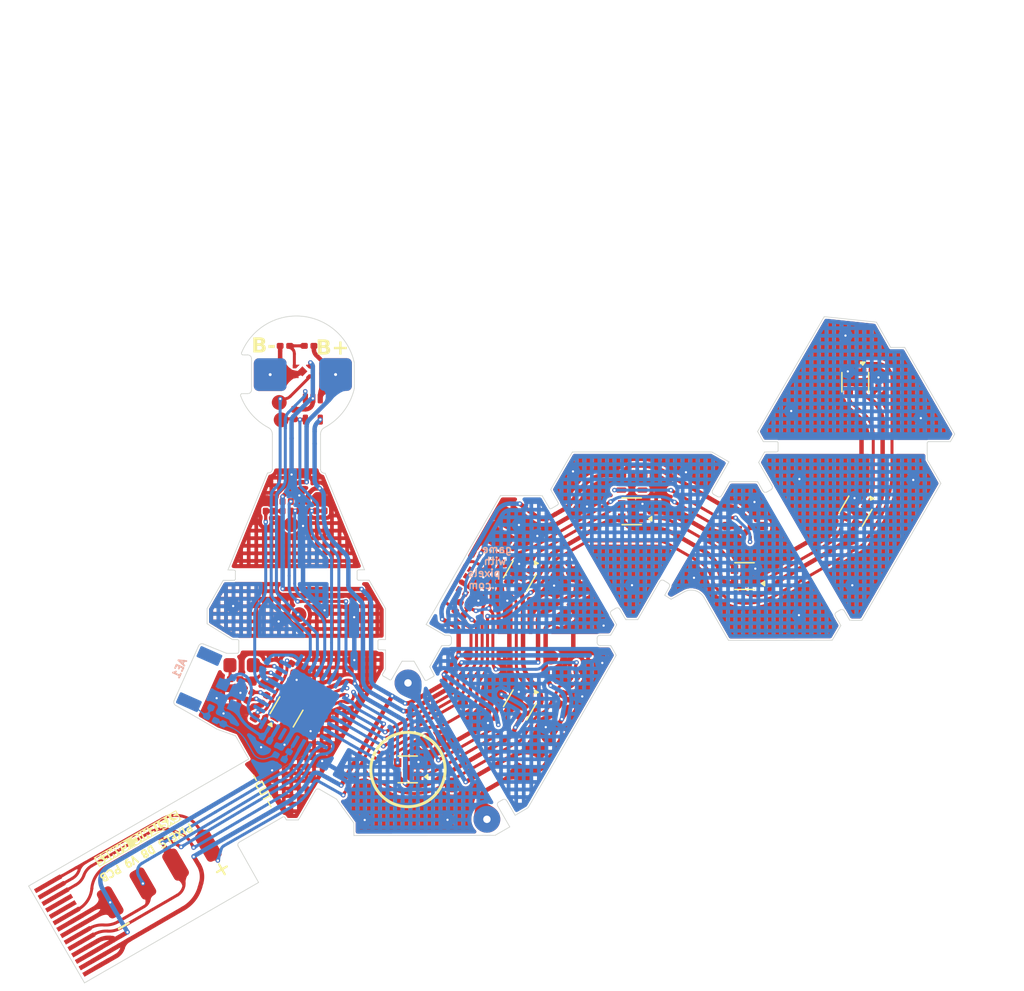
<source format=kicad_pcb>
(kicad_pcb (version 20241229) (generator "pcbnew") (generator_version "9.0")
  (title_block (title "FLX-F020") (date "2021-09-11") (rev "10") (company "Systemic Games, LLC") (comment 1 "Flexible PCB, 0.13mm thickness"))
  (layers (0 "F.Cu" signal) (2 "B.Cu" signal) (13 "F.Paste" user) (15 "B.Paste" user) (5 "F.SilkS" user "F.Silkscreen") (7 "B.SilkS" user "B.Silkscreen") (1 "F.Mask" user) (3 "B.Mask" user) (25 "Edge.Cuts" user))
  (net 0 "")
  (net 1 "GND")
  (net 2 "VDD")
  (net 3 "VDC")
  (net 4 "VEE")
  (net 5 "Net-(L1-Pad2)")
  (net 6 "+5V")
  (net 7 "/LED_EN")
  (net 8 "/ANTENNA")
  (net 9 "RESET")
  (net 10 "SWDCLK")
  (net 11 "SWDIO")
  (net 12 "/LED_DATA")
  (net 13 "+BATT")
  (net 14 "/STATS")
  (net 15 "/5V_SENSE")
  (net 16 "/VBAT_SENSE")
  (net 17 "/LED_RETURN")
  (net 18 "/SCL")
  (net 19 "/SDA")
  (net 20 "/ACC_INT")
  (net 21 "/ANTENNA_MECHANICAL")
  (net 22 "Net-(U1-DEC4)")
  (net 23 "/ANT_50")
  (net 24 "/ANT_NRF")
  (net 25 "/PROG")
  (net 26 "Net-(U1-XC2)")
  (net 27 "Net-(U1-DEC1)")
  (net 28 "Net-(U1-XC1)")
  (net 29 "/Wireless Charging/COILB")
  (net 30 "/Wireless Charging/COILA")
  (net 31 "Net-(U7-BAT)")
  (net 32 "/Wireless Charging/B-")
  (net 33 "Net-(D2-DOUT)")
  (net 34 "Net-(D3-DOUT)")
  (net 35 "Net-(D4-DOUT)")
  (net 36 "Net-(D5-DOUT)")
  (net 37 "Net-(U1-DEC3)")
  (net 38 "Net-(D7-DOUT)")
  (net 39 "Net-(D8-DOUT)")
  (net 42 "TXO")
  (net 43 "Net-(U1-P0.28{slash}AIN4)")
  (net 44 "Net-(U1-DCC)")
  (net 45 "Net-(U1-P0.25)")
  (net 46 "/SM")
  (net 51 "/BATT_NTC_SENSE")
  (net 53 "/Power Supply/MAG1_")
  (net 54 "Net-(D6-DOUT)")
  (footprint "Pixels-dice:TX1812MWCA5-F01" (layer "F.Cu") (at 134.56 69.535 150)
    (property "Reference" "D5")
    (property "Value" "TX1812MWCA5-F01")
  )
  (footprint "Pixels-dice:TX1812MWCA5-F01" (layer "F.Cu") (at 134.56 78.215 150)
    (property "Reference" "D4")
    (property "Value" "TX1812MWCA5-F01")
  )
  (footprint "Pixels-dice:TX1812MWCA5-F01" (layer "F.Cu") (at 142.08 65.185 90)
    (property "Reference" "D6")
    (property "Value" "TX1812MWCA5-F01")
  )
  (footprint "Pixels-dice:C_0402_1005Metric" (layer "F.Cu") (at 150.940001 66.659999 -90)
    (property "Reference" "C16")
    (property "Value" "10uF 6.3V 20%")
  )
  (footprint "Pixels-dice:TX1812MWCA5-F01" (layer "F.Cu") (at 118.86 78.685 -30)
    (property "Reference" "D2")
    (property "Value" "TX1812MWCA5-F01")
  )
  (footprint "Pixels-dice:TX1812MWCA5-F01" (layer "F.Cu") (at 149.67 69.545 90)
    (property "Reference" "D7")
    (property "Value" "TX1812MWCA5-F01")
  )
  (footprint "Pixels-dice:TX1812MWCA5-F01" (layer "F.Cu") (at 157.12 56.495 180)
    (property "Reference" "D9")
    (property "Value" "TX1812MWCA5-F01")
  )
  (footprint "Pixels-dice:TX1812MWCA5-F01" (layer "F.Cu") (at 157.14 65.175 150)
    (property "Reference" "D8")
    (property "Value" "TX1812MWCA5-F01")
  )
  (footprint "Pixels-dice:TestPoint_THTPad_D1.5mm_Drill0.7mm_nosilk" (layer "F.Cu") (at 132.34 85.915 30)
    (property "Reference" "P6" (hide yes))
    (property "Value" "COILB")
  )
  (footprint "Pixels-dice:TDFN-8-1EP_3x2mm_P0.5mm_EP1.3x1.4mm" (layer "F.Cu") (at 133.317756 67.113437 -120)
    (property "Reference" "U5")
    (property "Value" "BL24C02F-NTRC")
  )
  (footprint "Package_TO_SOT_SMD:SOT-553" (layer "F.Cu") (at 142.09 63.255 180)
    (property "Reference" "U8")
    (property "Value" "SL1605")
  )
  (footprint "Pixels-dice:TestPoint_THTPad_D1.5mm_Drill0.7mm_nosilk" (layer "F.Cu") (at 127.03 76.735 30)
    (property "Reference" "P5" (hide yes))
    (property "Value" "COILA")
  )
  (footprint "Pixels-dice:AW35122" (layer "F.Cu") (at 132.76 79.495 -55)
    (property "Reference" "U6")
    (property "Value" "AW35122")
  )
  (footprint "Inductor_SMD:L_0603_1608Metric" (layer "F.Cu") (at 115.84 75.542533 180)
    (property "Reference" "L1")
    (property "Value" "10uH 100mA 20%")
  )
  (footprint "Resistor_SMD:R_0201_0603Metric" (layer "F.Cu") (at 130.49 72.045 150)
    (property "Reference" "R10")
    (property "Value" "3.9k 1%")
  )
  (footprint "Capacitor_SMD:C_0201_0603Metric" (layer "F.Cu") (at 119.49 75.59 -32)
    (property "Reference" "C10")
    (property "Value" "0.1uF 10V 20%")
  )
  (footprint "Pixels-dice:TX1812MWCA5-F01" (layer "F.Cu") (at 127.01 82.555 90)
    (property "Reference" "D3")
    (property "Value" "TX1812MWCA5-F01")
  )
  (footprint "Pixels-dice:C_0402_1005Metric" (layer "F.Cu") (at 133.56 77.085 60)
    (property "Reference" "C9")
    (property "Value" "10uF 6.3V 20%")
  )
  (footprint "Pixels-dice:C_0402_1005Metric" (layer "F.Cu") (at 148.473088 66.653967 -90)
    (property "Reference" "C18")
    (property "Value" "4.7uF 10V 20%")
  )
  (footprint "Pixels-dice:FPB1_1-4" (layer "F.Cu") (at 149.715001 66.624999 -90)
    (property "Reference" "U4")
    (property "Value" "ME6230")
  )
  (footprint "Resistor_SMD:R_0201_0603Metric" (layer "F.Cu") (at 119.15 64.846807 -90)
    (property "Reference" "R9")
    (property "Value" "100k 1%")
  )
  (footprint "Pixels-dice:C_0402_1005Metric" (layer "F.Cu") (at 116.31 78.81 150)
    (property "Reference" "C4")
    (property "Value" "4.7uF 10V 20%")
  )
  (footprint "Pixels-dice:Hongjie 10100 Solder Tabs" (layer "F.Cu") (at 119.96 55.98 180)
    (property "Reference" "J3" (hide yes))
    (property "Value" "Conn_01x02")
  )
  (footprint "Pixels-dice:SOT-363_SC-70-6" (layer "F.Cu") (at 137.32 79.275 -121)
    (property "Reference" "D1")
    (property "Value" "BAV99S" (hide yes))
  )
  (footprint "Inductor_SMD:L_0201_0603Metric" (layer "F.Cu") (at 115.3975 76.482537)
    (property "Reference" "L2")
    (property "Value" "15nH 100mA 5%")
  )
  (footprint "Pixels-dice:C_0402_1005Metric" (layer "F.Cu") (at 117.05 76.612533)
    (property "Reference" "C1")
    (property "Value" "4.7uF 10V 20%")
  )
  (footprint "Capacitor_SMD:C_0201_0603Metric" (layer "F.Cu") (at 121.42 64.84 90)
    (property "Reference" "C21")
    (property "Value" "10nF 25V 10%")
  )
  (footprint "Resistor_SMD:R_0201_0603Metric" (layer "F.Cu") (at 118.59 64.849998 -90)
    (property "Reference" "R7")
    (property "Value" "3.9M 1%")
  )
  (footprint "Resistor_SMD:R_0201_0603Metric" (layer "F.Cu") (at 120.85 64.84 -90)
    (property "Reference" "R2")
    (property "Value" "3.9M 1%")
  )
  (footprint "Resistor_SMD:R_0201_0603Metric" (layer "F.Cu") (at 118.03 64.85 90)
    (property "Reference" "R8")
    (property "Value" "10M 1%")
  )
  (footprint "Resistor_SMD:R_0201_0603Metric" (layer "F.Cu") (at 120.28 64.84 -90)
    (property "Reference" "R1")
    (property "Value" "3.9M 1%")
  )
  (footprint "Capacitor_SMD:C_0201_0603Metric" (layer "F.Cu") (at 117.46 64.85 90)
    (property "Reference" "C22")
    (property "Value" "10nF 25V 10%")
  )
  (footprint "Package_LGA:LGA-12_2x2mm_P0.5mm" (layer "F.Cu") (at 131.5 70.165 60)
    (property "Reference" "U2")
    (property "Value" "SC7A20HTR")
  )
  (footprint "Resistor_SMD:R_0201_0603Metric" (layer "F.Cu") (at 116.37 77.642533 -120)
    (property "Reference" "R5")
    (property "Value" "100k 1%")
  )
  (footprint "Capacitor_SMD:C_0805_2012Metric" (layer "F.Cu") (at 135.16 81.975 -121)
    (property "Reference" "C19" (hide yes))
    (property "Value" "12nF 50V 5% NP0")
  )
  (footprint "Capacitor_SMD:C_0603_1608Metric" (layer "F.Cu") (at 137.53 69.8 -150)
    (property "Reference" "C15" (hide yes))
    (property "Value" "22uF 10V 20%" (hide yes))
  )
  (footprint "Pixels-dice:TEST_PIN" (layer "F.Cu") (at 119.7 72.14)
    (property "Reference" "W17" (hide yes))
    (property "Value" "STAT")
  )
  (footprint "Pixels-dice:TEST_PIN" (layer "F.Cu") (at 119.17 66.08)
    (property "Reference" "W20" (hide yes))
    (property "Value" "TH1")
  )
  (footprint "Pixels-dice:TEST_PIN" (layer "F.Cu") (at 118.37 57.86)
    (property "Reference" "W5" (hide yes))
    (property "Value" "SM")
  )
  (footprint "Capacitor_SMD:C_0201_0603Metric" (layer "F.Cu") (at 158.67 56.495 90)
    (property "Reference" "C24")
    (property "Value" "0.1uF 10V 20%")
  )
  (footprint "Capacitor_SMD:C_0201_0603Metric" (layer "F.Cu") (at 119.21 77.27 150)
    (property "Reference" "C6")
    (property "Value" "0.1uF 10V 20%")
  )
  (footprint "Resistor_SMD:R_0201_0603Metric" (layer "F.Cu") (at 117.37 77.852533 60)
    (property "Reference" "R3")
    (property "Value" "~")
  )
  (footprint "Capacitor_SMD:C_0201_0603Metric" (layer "F.Cu") (at 118.75 54.05 180)
    (property "Reference" "C23" (hide yes))
    (property "Value" "0.1uF 10V 20%" (hide yes))
  )
  (footprint "Pixels-dice:TEST_PIN" (layer "F.Cu") (at 129.99 83.6)
    (property "Reference" "W25" (hide yes))
    (property "Value" "VDD")
  )
  (footprint "Pixels-dice:TEST_PIN" (layer "F.Cu") (at 156.82 66.965 180)
    (property "Reference" "W4" (hide yes))
    (property "Value" "VDC")
  )
  (footprint "Pixels-dice:TEST_PIN" (layer "F.Cu") (at 136.41 71.53)
    (property "Reference" "W15" (hide yes))
    (property "Value" "+5V")
  )
  (footprint "Pixels-dice:TEST_PIN" (layer "F.Cu") (at 128.3 80.61)
    (property "Reference" "W21" (hide yes))
    (property "Value" "LED2")
  )
  (footprint "Resistor_SMD:R_0201_0603Metric" (layer "F.Cu") (at 119.71 64.84 90)
    (property "Reference" "TH1")
    (property "Value" "NTC 100k @ 25C")
  )
  (footprint "Pixels-dice:SOT-23" (layer "F.Cu") (at 138.35 71.77 30)
    (property "Reference" "U3" (hide yes))
    (property "Value" "PJ75BL50SA" (hide yes))
  )
  (footprint "Package_DFN_QFN:UDFN-4-1EP_1x1mm_P0.65mm_EP0.48x0.48mm" (layer "F.Cu") (at 119.927826 55.76668)
    (property "Reference" "U7" (hide yes))
    (property "Value" "DS6101" (hide yes))
  )
  (footprint "Resistor_SMD:R_0201_0603Metric" (layer "F.Cu") (at 130.8 71.505 150)
    (property "Reference" "R11")
    (property "Value" "3.9k 1%")
  )
  (footprint "Pixels-dice:TEST_PIN" (layer "F.Cu") (at 136.63 75)
    (property "Reference" "W2" (hide yes))
    (property "Value" "VIN")
  )
  (footprint "Resistor_SMD:R_0201_0603Metric" (layer "F.Cu") (at 119.38 58.64 90)
    (property "Reference" "R6" (hide yes))
    (property "Value" "3.9k 1%" (hide yes))
  )
  (footprint "Pixels-dice:FPC_14" (layer "F.Cu") (at 106.06 95.885 120)
    (property "Reference" "J1")
    (property "Value" "Conn_01x14")
  )
  (footprint "Resistor_SMD:R_0201_0603Metric" (layer "F.Cu") (at 120.38 54.05 180)
    (property "Reference" "R12" (hide yes))
    (property "Value" "510R 1%" (hide yes))
  )
  (footprint "Package_TO_SOT_SMD:SOT-553" (layer "F.Cu") (at 120.63 58.3 -90)
    (property "Reference" "U9" (hide yes))
    (property "Value" "XT4051" (hide yes))
  )
  (footprint "Pixels-dice:TEST_PIN" (layer "F.Cu") (at 118.5 59.03)
    (property "Reference" "W3" (hide yes))
    (property "Value" "PROG")
  )
  (footprint "Pixels-dice:TEST_PIN" (layer "F.Cu") (at 151.42 68.575 180)
    (property "Reference" "W19" (hide yes))
    (property "Value" "GND")
  )
  (footprint "Pixels-dice:TEST_PIN" (layer "F.Cu") (at 131.07 74.86)
    (property "Reference" "W8" (hide yes))
    (property "Value" "SCL")
  )
  (footprint "Pixels-dice:TEST_PIN" (layer "F.Cu") (at 130.72 78.13)
    (property "Reference" "W7" (hide yes))
    (property "Value" "ACC_INT")
  )
  (footprint "Pixels-dice:FPC-POGO-4" (layer "F.Cu") (at 110.297672 89.59946 -150)
    (property "Reference" "J2" (hide yes))
    (property "Value" "Conn_01x04")
  )
  (footprint "Capacitor_SMD:C_0402_1005Metric" (layer "F.Cu") (at 136.77 75.98)
    (property "Reference" "C13" (hide yes))
    (property "Value" "4.7uF 25V 20%" (hide yes))
  )
  (footprint "Resistor_SMD:R_0201_0603Metric" (layer "F.Cu") (at 137.52 68.8 -150)
    (property "Reference" "R4" (hide yes))
    (property "Value" "10k 1%" (hide yes))
  )
  (footprint "Capacitor_SMD:C_0201_0603Metric" (layer "B.Cu") (at 117.567997 80.921543 -120)
    (property "Reference" "C7")
    (property "Value" "100pF NP0 10V 2%")
  )
  (footprint "Capacitor_SMD:C_0201_0603Metric" (layer "B.Cu") (at 117.08 80.632533 60)
    (property "Reference" "C5")
    (property "Value" "8pF 10V 10%")
  )
  (footprint "Capacitor_SMD:C_0201_0603Metric" (layer "B.Cu") (at 117.41 75.58 -120)
    (property "Reference" "C3")
    (property "Value" "0.1uF 10V 20%")
  )
  (footprint "Capacitor_SMD:C_0201_0603Metric" (layer "B.Cu") (at 115.54 76.522533 154)
    (property "Reference" "C2")
    (property "Value" "8pF 10V 10%")
  )
  (footprint "Pixels-dice:QFN-32-1EP_5x5mm_P0.5mm_EP3.1x3.1mm" (layer "B.Cu") (at 120.015002 78.194539 -120)
    (property "Reference" "U1")
    (property "Value" "N52810_QFN32")
  )
  (footprint "Capacitor_SMD:C_0201_0603Metric" (layer "B.Cu") (at 118.757978 81.209177 150)
    (property "Reference" "C8")
    (property "Value" "0.8pF 10V 5% C0G")
  )
  (footprint "Pixels-dice:Crystal_SMD_2016-4Pin_2.0x1.6mm" (layer "B.Cu") (at 114.96 77.582533 -25)
    (property "Reference" "Y1")
    (property "Value" "32MHz 40ppm")
  )
  (footprint "Inductor_SMD:L_0201_0603Metric" (layer "B.Cu") (at 118.426663 81.735325 150)
    (property "Reference" "L5")
    (property "Value" "3.9nH 5%")
  )
  (footprint "Resistor_SMD:R_0201_0603Metric" (layer "B.Cu") (at 113.8 79.132533 155)
    (property "Reference" "L3")
    (property "Value" "0 Ohm")
  )
  (footprint "Pixels-dice:CHIP_ANT" (layer "B.Cu") (at 112.291549 78.030723 156)
    (property "Reference" "AE1")
    (property "Value" "Antenna_Chip" (hide yes))
  )
  (footprint "Capacitor_SMD:C_0201_0603Metric" (layer "B.Cu") (at 114.74 79.202533 65)
    (property "Reference" "C12")
    (property "Value" "DNP")
  )
  (footprint "Capacitor_SMD:C_0201_0603Metric" (layer "B.Cu") (at 114.07 78.532533 -25)
    (property "Reference" "C11")
    (property "Value" "DNP")
  )
  (gr_circle (center 127.03 82.565) (end 124.53 82.565) (stroke (width 0.2)) (fill no) (layer "F.SilkS"))
  (gr_line (start 111.713 77) (end 112.948196 74.242198) (stroke (width 0.05)) (layer "Edge.Cuts"))
  (gr_arc (start 123.714307 69.825) (mid 123.643812 69.79903) (end 123.61 69.731942) (stroke (width 0.05)) (layer "Edge.Cuts"))
  (gr_arc (start 129.951183 74.0126) (mid 129.893312 74.158473) (end 129.751177 74.225) (stroke (width 0.05)) (layer "Edge.Cuts"))
  (gr_line (start 123.714307 69.825) (end 124.42 69.825) (stroke (width 0.05)) (layer "Edge.Cuts"))
  (gr_line (start 115.313954 69.135) (end 114.92 69.135) (stroke (width 0.05)) (layer "Edge.Cuts"))
  (gr_line (start 162.88 63.305) (end 157.56 72.525) (stroke (width 0.05)) (layer "Edge.Cuts"))
  (gr_arc (start 144.5351 70.024513) (mid 144.627097 70.144957) (end 144.606034 70.295046) (stroke (width 0.05)) (layer "Edge.Cuts"))
  (gr_line (start 142.49 72.475) (end 141.68 72.475) (stroke (width 0.05)) (layer "Edge.Cuts"))
  (gr_line (start 125.930226 76.484608) (end 126.63 75.275) (stroke (width 0.05)) (layer "Edge.Cuts"))
  (gr_line (start 123.39 87.005) (end 123.39 86.165) (stroke (width 0.05)) (layer "Edge.Cuts"))
  (gr_line (start 123.61 69.225) (end 123.61 69.731942) (stroke (width 0.05)) (layer "Edge.Cuts"))
  (gr_line (start 128.25 72.805) (end 133.25 64.125) (stroke (width 0.05)) (layer "Edge.Cuts"))
  (gr_line (start 151.183236 63.882048) (end 151.454608 63.731286) (stroke (width 0.05)) (layer "Edge.Cuts"))
  (gr_arc (start 140.678075 72.143138) (mid 140.653734 71.986053) (end 140.750385 71.859851) (stroke (width 0.05)) (layer "Edge.Cuts"))
  (gr_line (start 150.93 60.495) (end 150.55 59.815) (stroke (width 0.05)) (layer "Edge.Cuts"))
  (gr_line (start 141.006232 71.711958) (end 140.749885 71.85985) (stroke (width 0.05)) (layer "Edge.Cuts"))
  (gr_line (start 114.6 69.835) (end 115.320134 69.835) (stroke (width 0.05)) (layer "Edge.Cuts"))
  (gr_line (start 126.63 75.275) (end 127.44 75.275) (stroke (width 0.05)) (layer "Edge.Cuts"))
  (gr_arc (start 117.643034 59.554307) (mid 117.835579 59.738369) (end 117.906325 59.995162) (stroke (width 0.05)) (layer "Edge.Cuts"))
  (gr_arc (start 125.01 73.920496) (mid 125.036663 73.846317) (end 125.109 73.815) (stroke (width 0.05)) (layer "Edge.Cuts"))
  (gr_line (start 155.571 73.8575) (end 148.588 73.8706) (stroke (width 0.05)) (layer "Edge.Cuts"))
  (gr_line (start 148.62 61.855) (end 147.520024 63.774958) (stroke (width 0.05)) (layer "Edge.Cuts"))
  (gr_line (start 161.96 61.715) (end 162.88 63.305) (stroke (width 0.05)) (layer "Edge.Cuts"))
  (gr_line (start 128.298138 76.556058) (end 128.747211 76.300902) (stroke (width 0.05)) (layer "Edge.Cuts"))
  (gr_line (start 121.452723 62.615727) (end 121.393893 62.61556) (stroke (width 0.05)) (layer "Edge.Cuts"))
  (gr_line (start 140.678075 72.143138) (end 141.07 72.825) (stroke (width 0.05)) (layer "Edge.Cuts"))
  (gr_line (start 144.5351 70.024513) (end 144.249398 69.847182) (stroke (width 0.05)) (layer "Edge.Cuts"))
  (gr_arc (start 133.070459 85.024961) (mid 133.044576 84.869778) (end 133.1404 84.745) (stroke (width 0.05)) (layer "Edge.Cuts"))
  (gr_arc (start 116.504938 57.012757) (mid 116.431732 57.189575) (end 116.254938 57.262757) (stroke (width 0.05)) (layer "Edge.Cuts"))
  (gr_line (start 129.3 74.225) (end 129.751177 74.225) (stroke (width 0.05)) (layer "Edge.Cuts"))
  (gr_line (start 125.52 71.725) (end 125.52 73.815) (stroke (width 0.05)) (layer "Edge.Cuts"))
  (gr_line (start 150.55 59.815) (end 155.03 52.085) (stroke (width 0.05)) (layer "Edge.Cuts"))
  (gr_line (start 140.67 74.225) (end 141.04 74.875) (stroke (width 0.05)) (layer "Edge.Cuts"))
  (gr_arc (start 125.930226 76.484608) (mid 125.87512 76.533553) (end 125.801799 76.526047) (stroke (width 0.05)) (layer "Edge.Cuts"))
  (gr_line (start 151.519937 63.465957) (end 150.62 61.895) (stroke (width 0.05)) (layer "Edge.Cuts"))
  (gr_arc (start 139.968902 74.225) (mid 139.821014 74.169158) (end 139.756177 74.024987) (stroke (width 0.05)) (layer "Edge.Cuts"))
  (gr_line (start 133.07 85.025) (end 133.88 86.425) (stroke (width 0.05)) (layer "Edge.Cuts"))
  (gr_line (start 113.52 72.755) (end 113.52 71.725) (stroke (width 0.05)) (layer "Edge.Cuts"))
  (gr_line (start 155.785277 72.240507) (end 156.15 72.875) (stroke (width 0.05)) (layer "Edge.Cuts"))
  (gr_arc (start 156.10927 71.822164) (mid 156.260854 71.798459) (end 156.384631 71.889118) (stroke (width 0.05)) (layer "Edge.Cuts"))
  (gr_line (start 151.02 61.195) (end 151.829969 61.195) (stroke (width 0.05)) (layer "Edge.Cuts"))
  (gr_line (start 160.45 54.155) (end 163.81 59.985) (stroke (width 0.05)) (layer "Edge.Cuts"))
  (gr_line (start 115.42 69.723164) (end 115.42 69.232633) (stroke (width 0.05)) (layer "Edge.Cuts"))
  (gr_line (start 148.588 73.8706) (end 146.95 70.995) (stroke (width 0.05)) (layer "Edge.Cuts"))
  (gr_line (start 163.52 60.495) (end 162.059 60.495) (stroke (width 0.05)) (layer "Edge.Cuts"))
  (gr_line (start 105.27 96.925) (end 101.51 90.405) (stroke (width 0.05)) (layer "Edge.Cuts"))
  (gr_line (start 135.11 85.135) (end 134.24 85.645) (stroke (width 0.05)) (layer "Edge.Cuts"))
  (gr_line (start 116.98 90.165) (end 105.27 96.925) (stroke (width 0.05)) (layer "Edge.Cuts"))
  (gr_arc (start 155.785277 72.240507) (mid 155.762651 72.092049) (end 155.851421 71.970924) (stroke (width 0.05)) (layer "Edge.Cuts"))
  (gr_arc (start 151.93 61.087993) (mid 151.902599 61.162636) (end 151.829969 61.195) (stroke (width 0.05)) (layer "Edge.Cuts"))
  (gr_arc (start 118.620473 85.754956) (mid 118.68867 85.743002) (end 118.747124 85.780111) (stroke (width 0.05)) (layer "Edge.Cuts"))
  (gr_line (start 125.01 73.920496) (end 125.010001 74.414993) (stroke (width 0.05)) (layer "Edge.Cuts"))
  (gr_arc (start 115.42 69.723164) (mid 115.393781 69.800258) (end 115.320134 69.835) (stroke (width 0.05)) (layer "Edge.Cuts"))
  (gr_line (start 129.751266 73.525072) (end 129.5 73.525) (stroke (width 0.05)) (layer "Edge.Cuts"))
  (gr_arc (start 120.801459 83.979781) (mid 120.922045 83.876934) (end 121.0795 83.895001) (stroke (width 0.05)) (layer "Edge.Cuts"))
  (gr_arc (start 141.006232 71.711958) (mid 141.157757 71.688293) (end 141.280108 71.780758) (stroke (width 0.05)) (layer "Edge.Cuts"))
  (gr_line (start 141.04 74.875) (end 135.11 85.135) (stroke (width 0.05)) (layer "Edge.Cuts"))
  (gr_line (start 124.42 69.825) (end 125.52 71.725) (stroke (width 0.05)) (layer "Edge.Cuts"))
  (gr_line (start 123.39 86.165) (end 122.22 84.555) (stroke (width 0.05)) (layer "Edge.Cuts"))
  (gr_arc (start 137.129651 64.59503) (mid 137.141913 64.689373) (end 137.082399 64.763595) (stroke (width 0.05)) (layer "Edge.Cuts"))
  (gr_arc (start 136.685528 64.99591) (mid 136.605901 65.012436) (end 136.540041 64.964726) (stroke (width 0.05)) (layer "Edge.Cuts"))
  (gr_line (start 141.07 72.825) (end 140.67 73.525) (stroke (width 0.05)) (layer "Edge.Cuts"))
  (gr_arc (start 161.96 60.602012) (mid 161.986109 60.526866) (end 162.059 60.495) (stroke (width 0.05)) (layer "Edge.Cuts"))
  (gr_arc (start 147.602165 64.052019) (mid 147.503234 63.930643) (end 147.520024 63.774958) (stroke (width 0.05)) (layer "Edge.Cuts"))
  (gr_line (start 139.968902 74.225) (end 140.67 74.225) (stroke (width 0.05)) (layer "Edge.Cuts"))
  (gr_line (start 117.906325 59.989068) (end 117.906325 62.353899) (stroke (width 0.05)) (layer "Edge.Cuts"))
  (gr_line (start 121.452723 62.615727) (end 124.108809 69.125242) (stroke (width 0.05)) (layer "Edge.Cuts"))
  (gr_arc (start 121.147689 59.992274) (mid 121.218833 59.736031) (end 121.41128 59.552485) (stroke (width 0.05)) (layer "Edge.Cuts"))
  (gr_line (start 113.08 79.205) (end 111.41 78.255) (stroke (width 0.05)) (layer "Edge.Cuts"))
  (gr_arc (start 129.751266 73.525072) (mid 129.892128 73.579535) (end 129.951026 73.7186) (stroke (width 0.05)) (layer "Edge.Cuts"))
  (gr_line (start 137.13 64.595) (end 136.63 63.725) (stroke (width 0.05)) (layer "Edge.Cuts"))
  (gr_line (start 148.133312 64.119189) (end 148.66 63.195) (stroke (width 0.05)) (layer "Edge.Cuts"))
  (gr_line (start 111.303715 77.913804) (end 111.713 77) (stroke (width 0.05)) (layer "Edge.Cuts"))
  (gr_line (start 115.22 73.815) (end 113.52 72.755) (stroke (width 0.05)) (layer "Edge.Cuts"))
  (gr_arc (start 145.580784 70.624557) (mid 146.343211 70.521972) (end 146.949897 70.994995) (stroke (width 0.05)) (layer "Edge.Cuts"))
  (gr_line (start 156.10927 71.822164) (end 155.851421 71.970924) (stroke (width 0.05)) (layer "Edge.Cuts"))
  (gr_line (start 141.68 72.475) (end 141.280108 71.780758) (stroke (width 0.05)) (layer "Edge.Cuts"))
  (gr_line (start 147.602165 64.052019) (end 147.856627 64.198823) (stroke (width 0.05)) (layer "Edge.Cuts"))
  (gr_line (start 133.3865 84.602789) (end 133.14 84.745) (stroke (width 0.05)) (layer "Edge.Cuts"))
  (gr_line (start 128.769188 76.173463) (end 128.49 75.645) (stroke (width 0.05)) (layer "Edge.Cuts"))
  (gr_arc (start 117.906325 62.353899) (mid 117.831118 62.527761) (end 117.655624 62.59906) (stroke (width 0.05)) (layer "Edge.Cuts"))
  (gr_arc (start 115.939879 54.6632) (mid 115.84477 54.610204) (end 115.839879 54.501397) (stroke (width 0.05)) (layer "Edge.Cuts"))
  (gr_line (start 139.756177 73.728936) (end 139.756177 74.024987) (stroke (width 0.05)) (layer "Edge.Cuts"))
  (gr_arc (start 123.422283 56.917546) (mid 122.702499 58.453049) (end 121.411331 59.552485) (stroke (width 0.05)) (layer "Edge.Cuts"))
  (gr_line (start 140.67 73.525) (end 139.952312 73.525) (stroke (width 0.05)) (layer "Edge.Cuts"))
  (gr_line (start 117.653554 62.59906) (end 117.58 62.605) (stroke (width 0.05)) (layer "Edge.Cuts"))
  (gr_line (start 116.504938 54.912953) (end 116.504938 57.012757) (stroke (width 0.05)) (layer "Edge.Cuts"))
  (gr_line (start 122.22 84.555) (end 121.08 83.895) (stroke (width 0.05)) (layer "Edge.Cuts"))
  (gr_line (start 115.687188 87.450844) (end 118.62 85.755) (stroke (width 0.05)) (layer "Edge.Cuts"))
  (gr_line (start 116.254938 57.262757) (end 115.877317 57.262757) (stroke (width 0.05)) (layer "Edge.Cuts"))
  (gr_arc (start 123.6101 69.225) (mid 123.636257 69.156886) (end 123.702001 69.125242) (stroke (width 0.05)) (layer "Edge.Cuts"))
  (gr_line (start 147.47 61.195) (end 148.62 61.855) (stroke (width 0.05)) (layer "Edge.Cuts"))
  (gr_arc (start 115.313954 69.135) (mid 115.386862 69.162218) (end 115.42 69.232633) (stroke (width 0.05)) (layer "Edge.Cuts"))
  (gr_line (start 144.73 71.105) (end 144.3 70.835) (stroke (width 0.05)) (layer "Edge.Cuts"))
  (gr_arc (start 139.756177 73.728936) (mid 139.811411 73.585773) (end 139.952312 73.525) (stroke (width 0.05)) (layer "Edge.Cuts"))
  (gr_line (start 161.96 60.602012) (end 161.96 61.095) (stroke (width 0.05)) (layer "Edge.Cuts"))
  (gr_arc (start 121.394439 62.615568) (mid 121.219605 62.541034) (end 121.147689 62.365098) (stroke (width 0.05)) (layer "Edge.Cuts"))
  (gr_line (start 101.51 90.405) (end 116.32 81.855) (stroke (width 0.05)) (layer "Edge.Cuts"))
  (gr_arc (start 148.133197 64.119123) (mid 148.011112 64.215189) (end 147.856627 64.198823) (stroke (width 0.05)) (layer "Edge.Cuts"))
  (gr_line (start 116.254742 54.662953) (end 115.939879 54.6632) (stroke (width 0.05)) (layer "Edge.Cuts"))
  (gr_line (start 151.93 61.087993) (end 151.93 60.597318) (stroke (width 0.05)) (layer "Edge.Cuts"))
  (gr_line (start 113.52 71.725) (end 114.6 69.835) (stroke (width 0.05)) (layer "Edge.Cuts"))
  (gr_line (start 132.89 86.995) (end 123.39 87.005) (stroke (width 0.05)) (layer "Edge.Cuts"))
  (gr_arc (start 151.830238 60.495) (mid 151.903906 60.522966) (end 151.93 60.597318) (stroke (width 0.05)) (layer "Edge.Cuts"))
  (gr_line (start 138.09 61.195) (end 147.47 61.195) (stroke (width 0.05)) (layer "Edge.Cuts"))
  (gr_line (start 129.951393 74.0126) (end 129.951393 73.7186) (stroke (width 0.05)) (layer "Edge.Cuts"))
  (gr_line (start 163.81 59.985) (end 163.52 60.495) (stroke (width 0.05)) (layer "Edge.Cuts"))
  (gr_line (start 125.52 75.815) (end 125.330003 76.134996) (stroke (width 0.05)) (layer "Edge.Cuts"))
  (gr_arc (start 115.550238 73.815) (mid 115.623906 73.842966) (end 115.65 73.917318) (stroke (width 0.05)) (layer "Edge.Cuts"))
  (gr_line (start 156.75 72.525) (end 156.384631 71.889118) (stroke (width 0.05)) (layer "Edge.Cuts"))
  (gr_line (start 148.66 63.195) (end 150.56 63.195) (stroke (width 0.05)) (layer "Edge.Cuts"))
  (gr_line (start 151.830238 60.495) (end 150.93 60.495) (stroke (width 0.05)) (layer "Edge.Cuts"))
  (gr_arc (start 112.948196 74.242198) (mid 113.083076 74.113834) (end 113.269274 74.114296) (stroke (width 0.05)) (layer "Edge.Cuts"))
  (gr_line (start 123.422283 56.917546) (end 123.416801 55.13839) (stroke (width 0.05)) (layer "Edge.Cuts"))
  (gr_arc (start 115.839879 54.501397) (mid 119.857587 52.054574) (end 123.408158 55.140362) (stroke (width 0.05)) (layer "Edge.Cuts"))
  (gr_line (start 157.56 72.525) (end 156.75 72.525) (stroke (width 0.05)) (layer "Edge.Cuts"))
  (gr_line (start 114.83 74.745) (end 115.550078 74.745) (stroke (width 0.05)) (layer "Edge.Cuts"))
  (gr_line (start 121.147689 59.9931) (end 121.147689 62.365098) (stroke (width 0.05)) (layer "Edge.Cuts"))
  (gr_line (start 143.965807 69.915472) (end 142.49 72.475) (stroke (width 0.05)) (layer "Edge.Cuts"))
  (gr_line (start 155.03 52.085) (end 158.54 52.455) (stroke (width 0.05)) (layer "Edge.Cuts"))
  (gr_line (start 129.5 73.525) (end 128.25 72.805) (stroke (width 0.05)) (layer "Edge.Cuts"))
  (gr_arc (start 115.65 74.631288) (mid 115.623831 74.70905) (end 115.550078 74.745) (stroke (width 0.05)) (layer "Edge.Cuts"))
  (gr_arc (start 116.254742 54.662953) (mid 116.431637 54.736118) (end 116.504938 54.912953) (stroke (width 0.05)) (layer "Edge.Cuts"))
  (gr_line (start 114.92 69.135) (end 117.58 62.605) (stroke (width 0.05)) (layer "Edge.Cuts"))
  (gr_arc (start 133.3865 84.602789) (mid 133.548697 84.575745) (end 133.6798 84.675) (stroke (width 0.05)) (layer "Edge.Cuts"))
  (gr_line (start 136.685528 64.99591) (end 137.082399 64.763595) (stroke (width 0.05)) (layer "Edge.Cuts"))
  (gr_line (start 120.801459 83.979781) (end 119.66 85.955) (stroke (width 0.05)) (layer "Edge.Cuts"))
  (gr_arc (start 128.769188 76.173463) (mid 128.785659 76.241918) (end 128.747211 76.300902) (stroke (width 0.05)) (layer "Edge.Cuts"))
  (gr_arc (start 111.410307 78.254987) (mid 111.288181 78.105899) (end 111.303715 77.913804) (stroke (width 0.05)) (layer "Edge.Cuts"))
  (gr_line (start 159.5 54.155) (end 158.54 52.455) (stroke (width 0.05)) (layer "Edge.Cuts"))
  (gr_line (start 115.43 80.295) (end 114.19 79.855) (stroke (width 0.05)) (layer "Edge.Cuts"))
  (gr_line (start 113.269274 74.114296) (end 114.83 74.745) (stroke (width 0.05)) (layer "Edge.Cuts"))
  (gr_line (start 150.56 63.195) (end 150.909708 63.814934) (stroke (width 0.05)) (layer "Edge.Cuts"))
  (gr_line (start 125.369661 76.274802) (end 125.801799 76.526047) (stroke (width 0.05)) (layer "Edge.Cuts"))
  (gr_arc (start 125.369661 76.274802) (mid 125.317062 76.214195) (end 125.330003 76.134996) (stroke (width 0.05)) (layer "Edge.Cuts"))
  (gr_line (start 116.98 90.165) (end 115.606775 87.719256) (stroke (width 0.05)) (layer "Edge.Cuts"))
  (gr_arc (start 128.298138 76.556058) (mid 128.218697 76.571909) (end 128.156871 76.519567) (stroke (width 0.05)) (layer "Edge.Cuts"))
  (gr_arc (start 117.643032 59.554307) (mid 116.515291 58.660051) (end 115.777318 57.424375) (stroke (width 0.05)) (layer "Edge.Cuts"))
  (gr_arc (start 115.606775 87.719256) (mid 115.591629 87.568467) (end 115.687188 87.450844) (stroke (width 0.05)) (layer "Edge.Cuts"))
  (gr_line (start 116.32 81.855) (end 115.43 80.295) (stroke (width 0.05)) (layer "Edge.Cuts"))
  (gr_arc (start 125.129993 74.514999) (mid 125.049285 74.489847) (end 125.010001 74.414993) (stroke (width 0.05)) (layer "Edge.Cuts"))
  (gr_line (start 161.96 61.095) (end 161.96 61.715) (stroke (width 0.05)) (layer "Edge.Cuts"))
  (gr_arc (start 115.777317 57.424375) (mid 115.782225 57.315622) (end 115.877317 57.262572) (stroke (width 0.05)) (layer "Edge.Cuts"))
  (gr_line (start 125.52 74.515) (end 125.52 75.815) (stroke (width 0.05)) (layer "Edge.Cuts"))
  (gr_arc (start 143.965807 69.915472) (mid 144.092581 69.818949) (end 144.249398 69.847182) (stroke (width 0.05)) (layer "Edge.Cuts"))
  (gr_line (start 145.580784 70.624557) (end 144.73 71.105) (stroke (width 0.05)) (layer "Edge.Cuts"))
  (gr_line (start 134.24 85.645) (end 133.68 84.675) (stroke (width 0.05)) (layer "Edge.Cuts"))
  (gr_arc (start 151.183236 63.882048) (mid 151.031956 63.907654) (end 150.909708 63.814934) (stroke (width 0.05)) (layer "Edge.Cuts"))
  (gr_line (start 136.05 64.125) (end 136.539891 64.964813) (stroke (width 0.05)) (layer "Edge.Cuts"))
  (gr_line (start 150.62 61.895) (end 151.02 61.195) (stroke (width 0.05)) (layer "Edge.Cuts"))
  (gr_line (start 124.108809 69.125242) (end 123.702001 69.125242) (stroke (width 0.05)) (layer "Edge.Cuts"))
  (gr_line (start 133.88 86.425) (end 132.89 86.995) (stroke (width 0.05)) (layer "Edge.Cuts"))
  (gr_arc (start 151.519937 63.465957) (mid 151.542634 63.612253) (end 151.454608 63.731286) (stroke (width 0.05)) (layer "Edge.Cuts"))
  (gr_line (start 119.66 85.955) (end 118.85 85.955) (stroke (width 0.05)) (layer "Edge.Cuts"))
  (gr_line (start 115.550238 73.815) (end 115.22 73.815) (stroke (width 0.05)) (layer "Edge.Cuts"))
  (gr_line (start 156.15 72.875) (end 155.571 73.8575) (stroke (width 0.05)) (layer "Edge.Cuts"))
  (gr_line (start 136.63 63.725) (end 138.09 61.195) (stroke (width 0.05)) (layer "Edge.Cuts"))
  (gr_line (start 125.52 73.815) (end 125.109 73.815) (stroke (width 0.05)) (layer "Edge.Cuts"))
  (gr_line (start 127.44 75.275) (end 128.156871 76.519567) (stroke (width 0.05)) (layer "Edge.Cuts"))
  (gr_line (start 115.65 74.631288) (end 115.65 73.917318) (stroke (width 0.05)) (layer "Edge.Cuts"))
  (gr_line (start 118.85 85.955) (end 118.747124 85.780111) (stroke (width 0.05)) (layer "Edge.Cuts"))
  (gr_line (start 159.5 54.155) (end 160.45 54.155) (stroke (width 0.05)) (layer "Edge.Cuts"))
  (gr_line (start 125.129993 74.514999) (end 125.52 74.515) (stroke (width 0.05)) (layer "Edge.Cuts"))
  (gr_line (start 144.606034 70.295046) (end 144.3 70.835) (stroke (width 0.05)) (layer "Edge.Cuts"))
  (gr_line (start 114.19 79.855) (end 113.08 79.205) (stroke (width 0.05)) (layer "Edge.Cuts"))
  (gr_line (start 133.25 64.125) (end 136.05 64.125) (stroke (width 0.05)) (layer "Edge.Cuts"))
  (gr_line (start 128.49 75.645) (end 129.3 74.225) (stroke (width 0.05)) (layer "Edge.Cuts"))
  (gr_text "SYSTEMIC GAMES" (at 108.83 87.195 210) (layer "F.SilkS" knockout) (effects (font (size 0.5 0.5) (thickness 0.12))))
  (gr_text "B+" (at 121.95 54.22 0) (layer "F.SilkS") (effects (font (size 1 1) (thickness 0.2) (bold yes))))
  (gr_text "B-" (at 117.32 54.08 0) (layer "F.SilkS") (effects (font (size 1 1) (thickness 0.125))))
  (gr_text "-CUT-" (at 117.26 83.995 299) (layer "F.SilkS") (effects (font (size 0.5 0.5) (thickness 0.1))))
  (gr_text "PIXELS D8 V9 PCB" (at 109.43 88.145 210) (layer "F.SilkS") (effects (font (size 0.5 0.5) (thickness 0.12))))
  (gr_text "game\n with\n  pixels\n   .com" (at 134.08 70.445 0) (layer "B.SilkS") (effects (font (size 0.5 0.5) (thickness 0.1) (bold yes)) (justify left bottom mirror)))
  (segment (start 135.7324 66.8424) (end 135.723019 66.847955) (width 0.3) (layer "F.Cu") (net 1))
  (segment (start 132.281188 79.489582) (end 132.411818 79.433606) (width 0.3) (layer "F.Cu") (net 1))
  (segment (start 108.16 93.51) (end 107.204016 94.061574) (width 0.3) (layer "F.Cu") (net 1))
  (segment (start 138.041896 74.906541) (end 137.25 75.980001) (width 0.3) (layer "F.Cu") (net 1))
  (segment (start 140.127498 63.780998) (end 139.848985 64.249793) (width 0.3) (layer "F.Cu") (net 1))
  (segment (start 133.507741 65.534375) (end 133.724249 65.659376) (width 0.3) (layer "F.Cu") (net 1))
  (segment (start 154.947746 66.655694) (end 151.744586 68.505039) (width 0.3) (layer "F.Cu") (net 1))
  (segment (start 139.073691 64.863691) (end 136.071554 66.596973) (width 0.3) (layer "F.Cu") (net 1))
  (segment (start 158.68 56.175) (end 158.679999 56.164999) (width 0.3) (layer "F.Cu") (net 1))
  (segment (start 139.848985 64.249793) (end 139.82433 64.291294) (width 0.3) (layer "F.Cu") (net 1))
  (segment (start 133.8 76.669311) (end 133.112711 76.767476) (width 0.3) (layer "F.Cu") (net 1))
  (segment (start 106.995 93.897135) (end 107.170248 93.912448) (width 0.3) (layer "F.Cu") (net 1))
  (segment (start 157.54 63.044486) (end 157.54 59.972948) (width 0.3) (layer "F.Cu") (net 1))
  (segment (start 149.5875 68.245) (end 150.395 69.045) (width 0.3) (layer "F.Cu") (net 1))
  (segment (start 133.507741 65.534375) (end 133.399487 65.471875) (width 0.3) (layer "F.Cu") (net 1))
  (segment (start 127.735 82.055) (end 128.259337 81.772215) (width 0.3) (layer "F.Cu") (net 1))
  (segment (start 133.8325 65.721875) (end 133.724249 65.659376) (width 0.3) (layer "F.Cu") (net 1))
  (segment (start 133.8325 65.721875) (end 134.265511 65.971873) (width 0.3) (layer "F.Cu") (net 1))
  (segment (start 133.8 76.669311) (end 133.825 76.024655) (width 0.3) (layer "F.Cu") (net 1))
  (segment (start 120.13494 58.319999) (end 119.379999 58.319999) (width 0.3) (layer "F.Cu") (net 1))
  (segment (start 142.035004 63.254999) (end 141.051818 63.254999) (width 0.3) (layer "F.Cu") (net 1))
  (segment (start 120.47 55.17) (end 120.467826 55.44168) (width 0.3) (layer "F.Cu") (net 1))
  (segment (start 138.753835 77.645) (end 138.340695 78.838327) (width 0.3) (layer "F.Cu") (net 1))
  (segment (start 107.044331 91.863464) (end 104.56 93.286924) (width 0.3) (layer "F.Cu") (net 1))
  (segment (start 143.186251 63.254999) (end 142.802502 63.254999) (width 0.3) (layer "F.Cu") (net 1))
  (segment (start 133.78 71.295) (end 133.71 71.2) (width 0.3) (layer "F.Cu") (net 1))
  (segment (start 133.85 71.508004) (end 133.85 74.734859) (width 0.3) (layer "F.Cu") (net 1))
  (segment (start 142.802502 63.254999) (end 142.035004 63.254999) (width 0.3) (layer "F.Cu") (net 1))
  (segment (start 106.998115 91.50446) (end 107.094057 91.64223) (width 0.3) (layer "F.Cu") (net 1))
  (segment (start 106.770297 94.313161) (end 105.56 95.018975) (width 0.3) (layer "F.Cu") (net 1))
  (segment (start 138.753835 77.645) (end 138.751441 77.652218) (width 0.3) (layer "F.Cu") (net 1))
  (segment (start 157.041612 58.885447) (end 156.146632 58.114086) (width 0.3) (layer "F.Cu") (net 1))
  (segment (start 134.489487 77.337132) (end 133.8 76.669308) (width 0.3) (layer "F.Cu") (net 1))
  (segment (start 132.203879 69.497327) (end 132.097757 69.629654) (width 0.25) (layer "F.Cu") (net 1))
  (segment (start 156.11218 56.269357) (end 156.62 55.77) (width 0.3) (layer "F.Cu") (net 1))
  (segment (start 138.970374 76.992153) (end 138.753835 77.645) (width 0.3) (layer "F.Cu") (net 1))
  (segment (start 139.82433 64.291294) (end 139.799673 64.332795) (width 0.3) (layer "F.Cu") (net 1))
  (segment (start 132.027481 79.616616) (end 129.299592 81.191563) (width 0.3) (layer "F.Cu") (net 1))
  (segment (start 106.954057 91.41723) (end 106.998115 91.50446) (width 0.3) (layer "F.Cu") (net 1))
  (segment (start 157.304744 63.901119) (end 157.069487 64.297132) (width 0.3) (layer "F.Cu") (net 1))
  (segment (start 132.516407 77.45906) (end 132.544161 77.736607) (width 0.3) (layer "F.Cu") (net 1))
  (segment (start 106.825689 91.379415) (end 104.31 92.853911) (width 0.3) (layer "F.Cu") (net 1))
  (segment (start 120.63 57.824939) (end 120.63 57.5875) (width 0.3) (layer "F.Cu") (net 1))
  (segment (start 143.810001 63.594999) (end 143.791302 63.56851) (width 0.3) (layer "F.Cu") (net 1))
  (segment (start 150.395 69.045) (end 150.85891 68.896773) (width 0.3) (layer "F.Cu") (net 1))
  (segment (start 106.200346 94.072979) (end 105.31 94.585962) (width 0.3) (layer "F.Cu") (net 1))
  (segment (start 134.482018 66.096873) (end 134.265511 65.971873) (width 0.3) (layer "F.Cu") (net 1))
  (segment (start 142.805 64.685) (end 143.933853 64.873527) (width 0.3) (layer "F.Cu") (net 1))
  (segment (start 132.300909 79.229303) (end 132.411818 79.433606) (width 0.3) (layer "F.Cu") (net 1))
  (segment (start 140.02038 75.865905) (end 140.10144 75.392218) (width 0.3) (layer "F.Cu") (net 1))
  (segment (start 132.290924 78.815584) (end 132.390001 78.61) (width 0.3) (layer "F.Cu") (net 1))
  (segment (start 132.097757 69.629654) (end 131.664743 69.379656) (width 0.3) (layer "F.Cu") (net 1))
  (segment (start 156.102209 64.570381) (end 155.65629 65.195638) (width 0.3) (layer "F.Cu") (net 1))
  (segment (start 139.941002 76.090445) (end 139.64894 76.612427) (width 0.3) (layer "F.Cu") (net 1))
  (segment (start 147.795601 66.876656) (end 144.970256 65.245442) (width 0.3) (layer "F.Cu") (net 1))
  (segment (start 144.267856 64.450346) (end 144.212048 64.318328) (width 0.3) (layer "F.Cu") (net 1))
  (segment (start 138.15 74.577897) (end 138.15 73.00219) (width 0.3) (layer "F.Cu") (net 1))
  (segment (start 138.295938 72.769231) (end 139.691024 72.092721) (width 0.3) (layer "F.Cu") (net 1))
  (segment (start 132.394361 69.217842) (end 132.803012 68.504998) (width 0.25) (layer "F.Cu") (net 1))
  (segment (start 156.694744 64.281066) (end 157.069487 64.297132) (width 0.3) (layer "F.Cu") (net 1))
  (segment (start 139.618784 64.540886) (end 139.073691 64.863691) (width 0.3) (layer "F.Cu") (net 1))
  (segment (start 106.770297 94.313161) (end 107.203432 94.060568) (width 0.3) (layer "F.Cu") (net 1))
  (segment (start 134.911846 66.352237) (end 135.2965 66.587304) (width 0.3) (layer "F.Cu") (net 1))
  (segment (start 139.759562 64.400308) (end 139.799673 64.332795) (width 0.3) (layer "F.Cu") (net 1))
  (via (at 120.48 79.982533) (size 0.3) (drill 0.15) (layers "F.Cu" "B.Cu") (net 1))
  (via (at 135.7324 66.8424) (size 0.3) (drill 0.15) (layers "F.Cu" "B.Cu") (net 1))
  (via (at 150.34 64.56) (size 0.3) (drill 0.15) (layers "F.Cu" "B.Cu") (net 1))
  (via (at 136.299305 79.711673) (size 0.3) (drill 0.15) (layers "F.Cu" "B.Cu") (net 1))
  (via (at 115.760408 77.404082) (size 0.3) (drill 0.15) (layers "F.Cu" "B.Cu") (net 1))
  (via (at 119.54 76.532533) (size 0.3) (drill 0.15) (layers "F.Cu" "B.Cu") (net 1))
  (via (at 120.47 55.17) (size 0.3) (drill 0.15) (layers "F.Cu" "B.Cu") (net 1))
  (via (at 139.073691 64.863691) (size 0.3) (drill 0.15) (layers "F.Cu" "B.Cu") (net 1))
  (via (at 132.097757 69.629654) (size 0.3) (drill 0.15) (layers "F.Cu" "B.Cu") (net 1))
  (via (at 150.395 69.045) (size 0.3) (drill 0.15) (layers "F.Cu" "B.Cu") (net 1))
  (via (at 118.33 72.6) (size 0.3) (drill 0.15) (layers "F.Cu" "B.Cu") (net 1))
  (via (at 153.33 72.175) (size 0.3) (drill 0.15) (layers "F.Cu" "B.Cu") (net 1))
  (via (at 133.71 71.2) (size 0.3) (drill 0.15) (layers "F.Cu" "B.Cu") (net 1))
  (via (at 124.12 85.96) (size 0.3) (drill 0.15) (layers "F.Cu" "B.Cu") (net 1))
  (via (at 145.73 62.555) (size 0.3) (drill 0.15) (layers "F.Cu" "B.Cu") (net 1))
  (via (at 134.49526 66.10474) (size 0.3) (drill 0.15) (layers "F.Cu" "B.Cu") (net 1))
  (via (at 119.2 62.71) (size 0.3) (drill 0.15) (layers "F.Cu" "B.Cu") (net 1))
  (via (at 161.53 58.915) (size 0.3) (drill 0.15) (layers "F.Cu" "B.Cu") (net 1))
  (via (at 157.069487 64.297132) (size 0.3) (drill 0.15) (layers "F.Cu" "B.Cu") (net 1))
  (via (at 117.89 82.62) (size 0.3) (drill 0.15) (layers "F.Cu" "B.Cu") (net 1))
  (via (at 140.10144 75.392218) (size 0.3) (drill 0.15) (layers "F.Cu" "B.Cu") (net 1))
  (via (at 108.16 93.51) (size 0.3) (drill 0.15) (layers "F.Cu" "B.Cu") (net 1))
  (via (at 123.41 72.31) (size 0.3) (drill 0.15) (layers "F.Cu" "B.Cu") (net 1))
  (via (at 158.68 56.175) (size 0.3) (drill 0.15) (layers "F.Cu" "B.Cu") (net 1))
  (via (at 114.620857 78.791676) (size 0.3) (drill 0.15) (layers "F.Cu" "B.Cu") (net 1))
  (via (at 117.15 81.062533) (size 0.3) (drill 0.15) (layers "F.Cu" "B.Cu") (net 1))
  (via (at 121.42 71.85) (size 0.3) (drill 0.15) (layers "F.Cu" "B.Cu") (net 1))
  (via (at 161.02 63.075) (size 0.3) (drill 0.15) (layers "F.Cu" "B.Cu") (net 1))
  (via (at 136.85883 70.187493) (size 0.3) (drill 0.15) (layers "F.Cu" "B.Cu") (net 1))
  (via (at 156.92 70.165) (size 0.3) (drill 0.15) (layers "F.Cu" "B.Cu") (net 1))
  (via (at 134.507789 68.725433) (size 0.3) (drill 0.15) (layers "F.Cu" "B.Cu") (net 1))
  (via (at 156.46 53.36) (size 0.3) (drill 0.15) (layers "F.Cu" "B.Cu") (net 1))
  (via (at 152.81 58.435) (size 0.3) (drill 0.15) (layers "F.Cu" "B.Cu") (net 1))
  (via (at 140.19 72.880001) (size 0.3) (drill 0.15) (layers "F.Cu" "B.Cu") (net 1))
  (via (at 115.27 71.56) (size 0.3) (drill 0.15) (layers "F.Cu" "B.Cu") (net 1))
  (via (at 134.489487 77.337132) (size 0.3) (drill 0.15) (layers "F.Cu" "B.Cu") (net 1))
  (via (at 119.97 66.17) (size 0.3) (drill 0.15) (layers "F.Cu" "B.Cu") (net 1))
  (via (at 146.27 69.66) (size 0.3) (drill 0.15) (layers "F.Cu" "B.Cu") (net 1))
  (via (at 129.69 85.95) (size 0.3) (drill 0.15) (layers "F.Cu" "B.Cu") (net 1))
  (via (at 117.56 76.492533) (size 0.3) (drill 0.15) (layers "F.Cu" "B.Cu") (net 1))
  (via (at 114.16 77.762533) (size 0.3) (drill 0.15) (layers "F.Cu" "B.Cu") (net 1))
  (via (at 118.723253 80.895786) (size 0.3) (drill 0.15) (layers "F.Cu" "B.Cu") (net 1))
  (via (at 153.36 63.015) (size 0.3) (drill 0.15) (layers "F.Cu" "B.Cu") (net 1))
  (via (at 127.735 82.055) (size 0.3) (drill 0.15) (layers "F.Cu" "B.Cu") (net 1))
  (via (at 131.768269 71.200346) (size 0.3) (drill 0.15) (layers "F.Cu" "B.Cu") (net 1))
  (via (at 138.13 62.5) (size 0.3) (drill 0.15) (layers "F.Cu" "B.Cu") (net 1))
  (via (at 156.62 55.77) (size 0.3) (drill 0.15) (layers "F.Cu" "B.Cu") (net 1))
  (via (at 142.1 70.16) (size 0.3) (drill 0.15) (layers "F.Cu" "B.Cu") (net 1))
  (via (at 132.411818 79.433606) (size 0.3) (drill 0.15) (layers "F.Cu" "B.Cu") (net 1))
  (via (at 120.63 57.5875) (size 0.3) (drill 0.15) (layers "F.Cu" "B.Cu") (net 1))
  (via (at 106.998115 91.50446) (size 0.3) (drill 0.15) (layers "F.Cu" "B.Cu") (net 1))
  (via (at 138.753835 77.645) (size 0.3) (drill 0.15) (layers "F.Cu" "B.Cu") (net 1))
  (via (at 142.805 64.685) (size 0.3) (drill 0.15) (layers "F.Cu" "B.Cu") (net 1))
  (via (at 119.72 64.12) (size 0.3) (drill 0.15) (layers "F.Cu" "B.Cu") (net 1))
  (via (at 123.42 75.2) (size 0.3) (drill 0.15) (layers "F.Cu" "B.Cu") (net 1))
  (via (at 121.255186 81.994814) (size 0.3) (drill 0.15) (layers "F.Cu" "B.Cu") (net 1))
  (arc (start 134.911846 66.352237) (mid 134.697729 66.223215) (end 134.49526 66.10474) (width 0.3) (layer "F.Cu") (net 1))
  (arc (start 135.2965 66.587304) (mid 135.682699 66.698571) (end 136.071554 66.596973) (width 0.3) (layer "F.Cu") (net 1))
  (arc (start 157.041612 58.885447) (mid 157.409469 59.374816) (end 157.54 59.972948) (width 0.3) (layer "F.Cu") (net 1))
  (arc (start 155.365 65.995) (mid 155.456344 65.575531) (end 155.65629 65.195638) (width 0.3) (layer "F.Cu") (net 1))
  (arc (start 151.744586 68.505039) (mid 151.312254 68.724657) (end 150.85891 68.896773) (width 0.3) (layer "F.Cu") (net 1))
  (arc (start 107.094057 91.64223) (mid 107.11789 91.763792) (end 107.044331 91.863464) (width 0.3) (layer "F.Cu") (net 1))
  (arc (start 106.995 93.897135) (mid 106.584163 93.924004) (end 106.200346 94.072979) (width 0.3) (layer "F.Cu") (net 1))
  (arc (start 132.516407 77.45906) (mid 132.543976 77.213059) (end 132.67 77) (width 0.3) (layer "F.Cu") (net 1))
  (arc (start 144.267856 64.450346) (mid 144.554161 64.905223) (end 144.970256 65.245442) (width 0.3) (layer "F.Cu") (net 1))
  (arc (start 120.63 57.824939) (mid 120.592315 58.01439) (end 120.485 58.174999) (width 0.3) (layer "F.Cu") (net 1))
  (arc (start 156.694744 64.281066) (mid 156.361766 64.350537) (end 156.102209 64.570381) (width 0.3) (layer "F.Cu") (net 1))
  (arc (start 107.170248 93.912448) (mid 107.241021 93.974369) (end 107.203432 94.060568) (width 0.3) (layer "F.Cu") (net 1))
  (arc (start 132.300909 79.229303) (mid 132.246038 79.023647) (end 132.290924 78.815584) (width 0.3) (layer "F.Cu") (net 1))
  (arc (start 143.186251 63.254999) (mid 143.526977 63.338031) (end 143.791302 63.56851) (width 0.3) (layer "F.Cu") (net 1))
  (arc (start 147.795601 66.876656) (mid 148.735592 67.503153) (end 149.5875 68.245) (width 0.3) (layer "F.Cu") (net 1))
  (arc (start 120.485 58.174999) (mid 120.324391 58.282314) (end 120.13494 58.319999) (width 0.3) (layer "F.Cu") (net 1))
  (arc (start 157.304744 63.901119) (mid 157.480117 63.488661) (end 157.54 63.044486) (width 0.3) (layer "F.Cu") (net 1))
  (arc (start 107.204016 94.061574) (mid 106.98701 94.187116) (end 106.770297 94.313161) (width 0.3) (layer "F.Cu") (net 1))
  (arc (start 143.810001 63.594999) (mid 144.030456 63.945863) (end 144.212048 64.318328) (width 0.3) (layer "F.Cu") (net 1))
  (arc (start 138.295938 72.769231) (mid 138.189498 72.864742) (end 138.15 73.00219) (width 0.3) (layer "F.Cu") (net 1))
  (arc (start 143.933853 64.873527) (mid 144.468748 65.012966) (end 144.970256 65.245442) (width 0.3) (layer "F.Cu") (net 1))
  (arc (start 156.11218 56.269357) (mid 155.823406 56.69779) (end 155.725 57.205) (width 0.3) (layer "F.Cu") (net 1))
  (arc (start 143.933853 64.873527) (mid 144.225986 64.760697) (end 144.267856 64.450346) (width 0.3) (layer "F.Cu") (net 1))
  (arc (start 138.15 74.577897) (mid 138.12228 74.750881) (end 138.041896 74.906541) (width 0.3) (layer "F.Cu") (net 1))
  (arc (start 139.64894 76.612427) (mid 139.496476 76.758076) (end 139.28853 76.792977) (width 0.3) (layer "F.Cu") (net 1))
  (arc (start 138.970374 76.992153) (mid 139.093596 76.83529) (end 139.28853 76.792977) (width 0.3) (layer "F.Cu") (net 1))
  (arc (start 132.281188 79.489582) (mid 132.152448 79.549331) (end 132.027481 79.616616) (width 0.3) (layer "F.Cu") (net 1))
  (arc (start 133.85 74.734859) (mid 133.843749 75.379878) (end 133.825 76.024655) (width 0.3) (layer "F.Cu") (net 1))
  (arc (start 139.759562 64.400308) (mid 139.698006 64.479443) (end 139.618784 64.540886) (width 0.3) (layer "F.Cu") (net 1))
  (arc (start 106.954057 91.41723) (mid 106.898052 91.370555) (end 106.825689 91.379415) (width 0.3) (layer "F.Cu") (net 1))
  (arc (start 140.127498 63.780998) (mid 140.520066 63.395706) (end 141.051818 63.254999) (width 0.3) (layer "F.Cu") (net 1))
  (arc (start 156.146632 58.114086) (mid 155.837703 57.705047) (end 155.725 57.205) (width 0.3) (layer "F.Cu") (net 1))
  (arc (start 154.947746 66.655694) (mid 155.2379 66.376834) (end 155.365 65.995) (width 0.3) (layer "F.Cu") (net 1))
  (arc (start 134.482018 66.096873) (mid 134.697729 66.223215) (end 134.49526 66.10474) (width 0.3) (layer "F.Cu") (net 1))
  (arc (start 132.390001 78.61) (mid 132.52737 78.183944) (end 132.544161 77.736607) (width 0.3) (layer "F.Cu") (net 1))
  (arc (start 133.78 71.295) (mid 133.832051 71.395898) (end 133.85 71.508004) (width 0.3) (layer "F.Cu") (net 1))
  (arc (start 139.941002 76.090445) (mid 139.990275 75.981563) (end 140.02038 75.865905) (width 0.3) (layer "F.Cu") (net 1))
  (arc (start 107.203432 94.060568) (mid 107.203221 94.061362) (end 107.204016 94.061574) (width 0.3) (layer "F.Cu") (net 1))
  (arc (start 128.259337 81.772215) (mid 128.781569 81.485659) (end 129.299592 81.191564) (width 0.3) (layer "F.Cu") (net 1))
  (arc (start 132.203879 69.497327) (mid 132.304552 69.361286) (end 132.394361 69.217842) (width 0.25) (layer "F.Cu") (net 1))
  (arc (start 132.67 77) (mid 132.871294 76.845541) (end 133.112711 76.767476) (width 0.3) (layer "F.Cu") (net 1))
  (segment (start 114.620857 78.791676) (end 114.87524 78.912513) (width 0.3) (layer "B.Cu") (net 1))
  (segment (start 119.97 66.17) (end 119.97 70.112314) (width 0.3) (layer "B.Cu") (net 1))
  (segment (start 119.845 64.245) (end 119.72 64.12) (width 0.3) (layer "B.Cu") (net 1))
  (segment (start 117.308323 76.216455) (end 117.25 75.857128) (width 0.3) (layer "B.Cu") (net 1))
  (segment (start 123.41896 72.663914) (end 123.42 75.2) (width 0.3) (layer "B.Cu") (net 1))
  (segment (start 119.320208 63.720208) (end 119.72 64.12) (width 0.3) (layer "B.Cu") (net 1))
  (segment (start 114.537795 84.598861) (end 117.89 82.62) (width 0.3) (layer "B.Cu") (net 1))
  (segment (start 117.56 76.492533) (end 117.794533 76.625908) (width 0.25) (layer "B.Cu") (net 1))
  (segment (start 106.998115 91.50446) (end 108.16 93.51) (width 0.3) (layer "B.Cu") (net 1))
  (segment (start 106.87706 89.088156) (end 110.497049 86.972363) (width 0.3) (layer "B.Cu") (net 1))
  (segment (start 121.255186 81.994814) (end 123.52875 83.307457) (width 0.3) (layer "B.Cu") (net 1))
  (segment (start 120.47 55.17) (end 120.55 55.25) (width 0.3) (layer "B.Cu") (net 1))
  (segment (start 118.897138 77.250394) (end 118.263895 76.892137) (width 0.25) (layer "B.Cu") (net 1))
  (segment (start 123.418913 72.433913) (end 123.418913 72.325215) (width 0.3) (layer "B.Cu") (net 1))
  (segment (start 120.63 57.5875) (end 120.63 55.443137) (width 0.3) (layer "B.Cu") (net 1))
  (segment (start 119.2 59.079023) (end 119.2 60.27) (width 0.3) (layer "B.Cu") (net 1))
  (segment (start 114.620857 78.791676) (end 114.360017 78.667771) (width 0.3) (layer "B.Cu") (net 1))
  (segment (start 118.723253 80.895786) (end 118.480847 81.049179) (width 0.25) (layer "B.Cu") (net 1))
  (segment (start 121.255186 81.994814) (end 121.25125 81.992542) (width 0.3) (layer "B.Cu") (net 1))
  (segment (start 118.897138 77.250394) (end 119.005713 77.31182) (width 0.25) (layer "B.Cu") (net 1))
  (segment (start 118.770792 80.853657) (end 119.01276 80.430475) (width 0.25) (layer "B.Cu") (net 1))
  (segment (start 120.63 57.5875) (end 120.58125 57.5875) (width 0.3) (layer "B.Cu") (net 1))
  (segment (start 119.2 62.71) (end 119.2 60.27) (width 0.3) (layer "B.Cu") (net 1))
  (segment (start 119.2 63.09) (end 119.2 63.43) (width 0.3) (layer "B.Cu") (net 1))
  (segment (start 115.760408 77.404082) (end 115.827614 76.662812) (width 0.3) (layer "B.Cu") (net 1))
  (segment (start 123.418913 72.433913) (end 123.41896 72.663914) (width 0.3) (layer "B.Cu") (net 1))
  (segment (start 120.498028 57.621971) (end 119.312447 58.807552) (width 0.3) (layer "B.Cu") (net 1))
  (segment (start 119.106542 77.384055) (end 120.015002 78.194539) (width 0.3) (layer "B.Cu") (net 1))
  (segment (start 121.42 71.85) (end 120.173425 70.603425) (width 0.3) (layer "B.Cu") (net 1))
  (segment (start 106.474057 90.56723) (end 106.998115 91.50446) (width 0.3) (layer "B.Cu") (net 1))
  (segment (start 123.41 72.31) (end 123.414456 72.314456) (width 0.3) (layer "B.Cu") (net 1))
  (segment (start 114.16 77.762533) (end 114.159592 77.760984) (width 0.3) (layer "B.Cu") (net 1))
  (segment (start 119.2 62.71) (end 119.2 63.09) (width 0.3) (layer "B.Cu") (net 1))
  (segment (start 119.97 64.546776) (end 119.97 66.17) (width 0.3) (layer "B.Cu") (net 1))
  (segment (start 117.56 76.492533) (end 117.445 76.421266) (width 0.3) (layer "B.Cu") (net 1))
  (segment (start 118.741626 80.884159) (end 118.723253 80.895786) (width 0.25) (layer "B.Cu") (net 1))
  (arc (start 123.414456 72.314456) (mid 123.417754 72.319392) (end 123.418913 72.325215) (width 0.3) (layer "B.Cu") (net 1))
  (arc (start 119.845 64.245) (mid 119.937513 64.383456) (end 119.97 64.546776) (width 0.3) (layer "B.Cu") (net 1))
  (arc (start 119.312447 58.807552) (mid 119.229224 58.932104) (end 119.2 59.079023) (width 0.3) (layer "B.Cu") (net 1))
  (arc (start 117.794533 76.625908) (mid 118.02914 76.759152) (end 118.263895 76.892137) (width 0.25) (layer "B.Cu") (net 1))
  (arc (start 114.537795 84.598861) (mid 112.51871 85.787805) (end 110.497049 86.972363) (width 0.3) (layer "B.Cu") (net 1))
  (arc (start 119.2 63.43) (mid 119.231241 63.587059) (end 119.320208 63.720208) (width 0.3) (layer "B.Cu") (net 1))
  (arc (start 119.97 70.112314) (mid 120.022868 70.378101) (end 120.173425 70.603425) (width 0.3) (layer "B.Cu") (net 1))
  (arc (start 120.58125 57.5875) (mid 120.53621 57.596458) (end 120.498028 57.621971) (width 0.3) (layer "B.Cu") (net 1))
  (arc (start 117.308323 76.216455) (mid 117.35443 76.333696) (end 117.445 76.421266) (width 0.3) (layer "B.Cu") (net 1))
  (arc (start 118.770792 80.853657) (mid 118.758076 80.870693) (end 118.741626 80.884159) (width 0.25) (layer "B.Cu") (net 1))
  (arc (start 120.55 55.25) (mid 120.609208 55.338612) (end 120.63 55.443137) (width 0.3) (layer "B.Cu") (net 1))
  (arc (start 106.87706 89.088156) (mid 106.373357 89.745352) (end 106.474057 90.56723) (width 0.3) (layer "B.Cu") (net 1))
  (arc (start 119.005713 77.31182) (mid 119.058058 77.345242) (end 119.106542 77.384055) (width 0.25) (layer "B.Cu") (net 1))
  (segment (start 133.839999 68.514999) (end 133.691252 68.767869) (width 0.2) (layer "F.Cu") (net 2))
  (segment (start 130.935916 71.910983) (end 130.767128 72.205) (width 0.2) (layer "F.Cu") (net 2))
  (segment (start 138.273506 75.760885) (end 138.37 75.36) (width 0.2) (layer "F.Cu") (net 2))
  (segment (start 125.402624 79.487375) (end 124.173041 81.655416) (width 0.2) (layer "F.Cu") (net 2))
  (segment (start 104.698641 89.18299) (end 105.341922 88.817573) (width 0.2) (layer "F.Cu") (net 2))
  (segment (start 132.54 71.565) (end 132.46 71.72) (width 0.2) (layer "F.Cu") (net 2))
  (segment (start 131.338564 71.775) (end 131.6 71.885) (width 0.2) (layer "F.Cu") (net 2))
  (segment (start 131.309111 82.509547) (end 134.696317 80.553943) (width 0.2) (layer "F.Cu") (net 2))
  (segment (start 137.176182 77.043577) (end 136.540494 78.268436) (width 0.2) (layer "F.Cu") (net 2))
  (segment (start 138.147946 76.871853) (end 138.489903 76.426179) (width 0.2) (layer "F.Cu") (net 2))
  (segment (start 144.96 64.56) (end 147.475188 66.004533) (width 0.2) (layer "F.Cu") (net 2))
  (segment (start 110.500548 85.887209) (end 105.341922 88.817573) (width 0.2) (layer "F.Cu") (net 2))
  (segment (start 104.459308 89.884369) (end 103.06 90.688848) (width 0.2) (layer "F.Cu") (net 2))
  (segment (start 117.180448 78.666571) (end 116.92 78.712533) (width 0.2) (layer "F.Cu") (net 2))
  (segment (start 114.24 88.69) (end 113.597229 87.69446) (width 0.2) (layer "F.Cu") (net 2))
  (segment (start 132.94 75.82) (end 132.84 75.685) (width 0.2) (layer "F.Cu") (net 2))
  (segment (start 148.703044 66.299999) (end 149.390002 66.299998) (width 0.2) (layer "F.Cu") (net 2))
  (segment (start 137.61428 76.98139) (end 137.534399 76.936557) (width 0.2) (layer "F.Cu") (net 2))
  (segment (start 104.698641 89.18299) (end 102.81 90.255835) (width 0.2) (layer "F.Cu") (net 2))
  (segment (start 118.679318 76.461626) (end 117.759708 78.036892) (width 0.2) (layer "F.Cu") (net 2))
  (segment (start 140.66 64.54) (end 139.955 64.965) (width 0.2) (layer "F.Cu") (net 2))
  (segment (start 135.493665 79.250862) (end 134.696317 80.553941) (width 0.2) (layer "F.Cu") (net 2))
  (segment (start 132.74 72.144075) (end 132.74 75.381997) (width 0.2) (layer "F.Cu") (net 2))
  (segment (start 132.62 70.83193) (end 132.62 71.235572) (width 0.2) (layer "F.Cu") (net 2))
  (segment (start 129.237947 83.706727) (end 129.382862 83.622879) (width 0.2) (layer "F.Cu") (net 2))
  (segment (start 122.92 77.6) (end 122.828456 77.548002) (width 0.2) (layer "F.Cu") (net 2))
  (segment (start 112.985 86.565) (end 113.89 88.14) (width 0.2) (layer "F.Cu") (net 2))
  (segment (start 120.54458 78.350744) (end 122.638823 77.534247) (width 0.2) (layer "F.Cu") (net 2))
  (segment (start 119.603358 78.936347) (end 117.841935 77.911935) (width 0.2) (layer "F.Cu") (net 2))
  (segment (start 122.677375 84.292624) (end 123.17593 83.413555) (width 0.2) (layer "F.Cu") (net 2))
  (segment (start 131.173483 71.398233) (end 131.335257 70.950344) (width 0.2) (layer "F.Cu") (net 2))
  (segment (start 132.650667 69.688456) (end 133.129929 68.924187) (width 0.2) (layer "F.Cu") (net 2))
  (segment (start 125.711219 83.70817) (end 124.550108 83.03907) (width 0.2) (layer "F.Cu") (net 2))
  (segment (start 117.704976 78.132509) (end 117.651059 78.228592) (width 0.2) (layer "F.Cu") (net 2))
  (segment (start 131.309111 82.509547) (end 129.382862 83.622879) (width 0.2) (layer "F.Cu") (net 2))
  (segment (start 132.671466 71.961675) (end 132.46 71.72) (width 0.2) (layer "F.Cu") (net 2))
  (segment (start 134.560189 67.941519) (end 134.66 67.91) (width 0.2) (layer "F.Cu") (net 2))
  (segment (start 117.651059 78.228592) (end 117.554009 78.401542) (width 0.2) (layer "F.Cu") (net 2))
  (segment (start 138.352284 76.215757) (end 138.489902 76.426181) (width 0.2) (layer "F.Cu") (net 2))
  (segment (start 148.380043 66.174489) (end 148.125044 66.17592) (width 0.2) (layer "F.Cu") (net 2))
  (segment (start 120.149137 78.684137) (end 120.083799 78.792741) (width 0.2) (layer "F.Cu") (net 2))
  (segment (start 135.746599 67.429292) (end 138.538556 65.804123) (width 0.2) (layer "F.Cu") (net 2))
  (segment (start 132.667692 70.059057) (end 132.676036 70.069989) (width 0.2) (layer "F.Cu") (net 2))
  (segment (start 123.17593 83.413555) (end 124.173041 81.655416) (width 0.2) (layer "F.Cu") (net 2))
  (segment (start 118.896061 75.667606) (end 118.897997 75.241543) (width 0.2) (layer "F.Cu") (net 2))
  (via (at 140.66 64.54) (size 0.3) (drill 0.15) (layers "F.Cu" "B.Cu") (net 2))
  (via (at 144.96 64.56) (size 0.3) (drill 0.15) (layers "F.Cu" "B.Cu") (net 2))
  (via (at 125.402624 79.487375) (size 0.3) (drill 0.15) (layers "F.Cu" "B.Cu") (net 2))
  (via (at 131.6 71.885) (size 0.3) (drill 0.15) (layers "F.Cu" "B.Cu") (net 2))
  (via (at 138.37 75.36) (size 0.3) (drill 0.15) (layers "F.Cu" "B.Cu") (net 2))
  (via (at 132.94 75.82) (size 0.3) (drill 0.15) (layers "F.Cu" "B.Cu") (net 2))
  (via (at 118.897997 75.241543) (size 0.3) (drill 0.15) (layers "F.Cu" "B.Cu") (net 2))
  (via (at 132.46 71.72) (size 0.3) (drill 0.15) (layers "F.Cu" "B.Cu") (net 2))
  (via (at 116.92 78.712533) (size 0.3) (drill 0.15) (layers "F.Cu" "B.Cu") (net 2))
  (via (at 122.92 77.6) (size 0.3) (drill 0.15) (layers "F.Cu" "B.Cu") (net 2))
  (via (at 114.24 88.69) (size 0.3) (drill 0.15) (layers "F.Cu" "B.Cu") (net 2))
  (via (at 122.677375 84.292624) (size 0.3) (drill 0.15) (layers "F.Cu" "B.Cu") (net 2))
  (arc (start 124.550108 83.03907) (mid 123.785083 82.940327) (end 123.17593 83.413555) (width 0.2) (layer "F.Cu") (net 2))
  (arc (start 133.413012 68.847499) (mid 133.256462 68.830443) (end 133.129929 68.924187) (width 0.2) (layer "F.Cu") (net 2))
  (arc (start 124.173041 81.655416) (mid 124.076402 82.424957) (end 124.550108 83.03907) (width 0.2) (layer "F.Cu") (net 2))
  (arc (start 138.147946 76.871853) (mid 137.901537 77.026128) (end 137.61428 76.98139) (width 0.2) (layer "F.Cu") (net 2))
  (arc (start 133.413012 68.847499) (mid 133.568042 68.863277) (end 133.691252 68.767869) (width 0.2) (layer "F.Cu") (net 2))
  (arc (start 132.712308 70.429229) (mid 132.643372 70.625357) (end 132.62 70.83193) (width 0.2) (layer "F.Cu") (net 2))
  (arc (start 120.083799 78.792741) (mid 119.991859 78.897715) (end 119.869138 78.964138) (width 0.2) (layer "F.Cu") (net 2))
  (arc (start 132.676036 70.069989) (mid 132.744976 70.244479) (end 132.712308 70.429229) (width 0.2) (layer "F.Cu") (net 2))
  (arc (start 122.828456 77.548002) (mid 122.735192 77.519715) (end 122.638823 77.534247) (width 0.2) (layer "F.Cu") (net 2))
  (arc (start 139.955 64.965) (mid 139.248388 65.38728) (end 138.538556 65.804123) (width 0.2) (layer "F.Cu") (net 2))
  (arc (start 104.900141 89.350141) (mid 104.72821 89.657264) (end 104.459308 89.884369) (width 0.2) (layer "F.Cu") (net 2))
  (arc (start 118.896061 75.667606) (mid 118.839983 76.07889) (end 118.679318 76.461626) (width 0.2) (layer "F.Cu") (net 2))
  (arc (start 132.650667 69.688456) (mid 132.601249 69.876417) (end 132.667692 70.059057) (width 0.2) (layer "F.Cu") (net 2))
  (arc (start 125.711219 83.70817) (mid 126.562099 84.060004) (end 127.475 84.18) (width 0.2) (layer "F.Cu") (net 2))
  (arc (start 132.62 71.235572) (mid 132.599713 71.405073) (end 132.54 71.565) (width 0.2) (layer "F.Cu") (net 2))
  (arc (start 147.475188 66.004533) (mid 147.788761 66.133279) (end 148.125044 66.17592) (width 0.2) (layer "F.Cu") (net 2))
  (arc (start 112.985 86.565) (mid 111.882659 85.713354) (end 110.500548 85.887209) (width 0.2) (layer "F.Cu") (net 2))
  (arc (start 117.554009 78.401542) (mid 117.397027 78.576057) (end 117.180448 78.666571) (width 0.2) (layer "F.Cu") (net 2))
  (arc (start 131.338564 71.775) (mid 131.111494 71.766756) (end 130.935916 71.910983) (width 0.2) (layer "F.Cu") (net 2))
  (arc (start 136.028608 78.766157) (mid 135.726303 78.970065) (end 135.493665 79.250862) (width 0.2) (layer "F.Cu") (net 2))
  (arc (start 132.671466 71.961675) (mid 132.722301 72.04665) (end 132.74 72.144075) (width 0.2) (layer "F.Cu") (net 2))
  (arc (start 132.74 75.381997) (mid 132.765646 75.541536) (end 132.84 75.685) (width 0.2) (layer "F.Cu") (net 2))
  (arc (start 120.54458 78.350744) (mid 120.319211 78.484647) (end 120.149137 78.684137) (width 0.2) (layer "F.Cu") (net 2))
  (arc (start 117.759708 78.036892) (mid 117.732138 78.084584) (end 117.704976 78.132509) (width 0.2) (layer "F.Cu") (net 2))
  (arc (start 148.541543 66.236984) (mid 148.616364 66.283687) (end 148.703044 66.299999) (width 0.2) (layer "F.Cu") (net 2))
  (arc (start 136.540494 78.268436) (mid 136.324802 78.558693) (end 136.028608 78.766157) (width 0.2) (layer "F.Cu") (net 2))
  (arc (start 131.338564 71.775) (mid 131.180828 71.619563) (end 131.173483 71.398233) (width 0.2) (layer "F.Cu") (net 2))
  (arc (start 134.560189 67.941519) (mid 134.146938 68.161505) (end 133.839999 68.514999) (width 0.2) (layer "F.Cu") (net 2))
  (arc (start 119.603358 78.936347) (mid 119.733267 78.978746) (end 119.869138 78.964138) (width 0.2) (layer "F.Cu") (net 2))
  (arc (start 137.176182 77.043577) (mid 137.332612 76.914155) (end 137.534399 76.936557) (width 0.2) (layer "F.Cu") (net 2))
  (arc (start 105.341922 88.817573) (mid 105.072341 89.043466) (end 104.900141 89.350141) (width 0.2) (layer "F.Cu") (net 2))
  (arc (start 148.541543 66.236984) (mid 148.466718 66.190423) (end 148.380043 66.174489) (width 0.2) (layer "F.Cu") (net 2))
  (arc (start 130.935916 71.910983) (mid 131.065893 71.659794) (end 131.173483 71.398233) (width 0.2) (layer "F.Cu") (net 2))
  (arc (start 104.900141 89.350141) (mid 104.857127 89.196964) (end 104.698641 89.18299) (width 0.2) (layer "F.Cu") (net 2))
  (arc (start 135.746599 67.429292) (mid 135.216608 67.69973) (end 134.66 67.91) (width 0.2) (layer "F.Cu") (net 2))
  (arc (start 138.273506 75.760885) (mid 138.265879 75.996463) (end 138.352284 76.215757) (width 0.2) (layer "F.Cu") (net 2))
  (arc (start 129.237947 83.706727) (mid 128.387684 84.059623) (end 127.475 84.18) (width 0.2) (layer "F.Cu") (net 2))
  (segment (start 131.6 71.885) (end 132.46 71.72) (width 0.2) (layer "B.Cu") (net 2))
  (segment (start 144.665 64.385) (end 144.96 64.56) (width 0.2) (layer "B.Cu") (net 2))
  (segment (start 122.677375 84.292624) (end 120.984269 83.336902) (width 0.2) (layer "B.Cu") (net 2))
  (segment (start 114.464153 87.929347) (end 114.24 88.69) (width 0.2) (layer "B.Cu") (net 2))
  (segment (start 116.921656 78.430757) (end 116.727997 78.321543) (width 0.2) (layer "B.Cu") (net 2))
  (segment (start 122.885468 77.838873) (end 122.77 77.78) (width 0.2) (layer "B.Cu") (net 2))
  (segment (start 132.94 75.82) (end 135.631671 75.82) (width 0.2) (layer "B.Cu") (net 2))
  (segment (start 138.37 75.36) (end 136.608328 75.36) (width 0.2) (layer "B.Cu") (net 2))
  (segment (start 140.92 64.375) (end 140.66 64.54) (width 0.2) (layer "B.Cu") (net 2))
  (segment (start 125.402624 79.487375) (end 123.683325 78.512599) (width 0.2) (layer "B.Cu") (net 2))
  (segment (start 118.897997 75.241543) (end 118.779064 75.460245) (width 0.2) (layer "B.Cu") (net 2))
  (segment (start 144.026998 64.21) (end 141.487936 64.21) (width 0.2) (layer "B.Cu") (net 2))
  (segment (start 119.292646 85.025007) (end 114.916253 87.541647) (width 0.2) (layer "B.Cu") (net 2))
  (segment (start 120.412096 83.937772) (end 120.743071 83.39924) (width 0.2) (layer "B.Cu") (net 2))
  (segment (start 116.974533 78.601932) (end 116.92 78.712533) (width 0.2) (layer "B.Cu") (net 2))
  (segment (start 123.112581 77.963582) (end 123.171975 77.998607) (width 0.2) (layer "B.Cu") (net 2))
  (arc (start 123.171975 77.998607) (mid 123.316264 78.111174) (end 123.42685 78.256988) (width 0.2) (layer "B.Cu") (net 2))
  (arc (start 144.665 64.385) (mid 144.357781 64.254543) (end 144.026998 64.21) (width 0.2) (layer "B.Cu") (net 2))
  (arc (start 120.984269 83.336902) (mid 120.851098 83.319426) (end 120.743071 83.39924) (width 0.2) (layer "B.Cu") (net 2))
  (arc (start 114.916253 87.541647) (mid 114.780136 87.620234) (end 114.644291 87.699291) (width 0.2) (layer "B.Cu") (net 2))
  (arc (start 136.12 75.59) (mid 135.901562 75.759622) (end 135.631671 75.82) (width 0.2) (layer "B.Cu") (net 2))
  (arc (start 141.487936 64.21) (mid 141.192226 64.252085) (end 140.92 64.375) (width 0.2) (layer "B.Cu") (net 2))
  (arc (start 114.644291 87.699291) (mid 114.532235 87.797103) (end 114.464153 87.929347) (width 0.2) (layer "B.Cu") (net 2))
  (arc (start 120.412096 83.937772) (mid 119.920383 84.551417) (end 119.292646 85.025007) (width 0.2) (layer "B.Cu") (net 2))
  (arc (start 122.885468 77.838873) (mid 122.99998 77.899487) (end 123.112581 77.963582) (width 0.2) (layer "B.Cu") (net 2))
  (arc (start 116.921656 78.430757) (mid 116.982165 78.50582) (end 116.974533 78.601932) (width 0.2) (layer "B.Cu") (net 2))
  (arc (start 136.608328 75.36) (mid 136.338437 75.420377) (end 136.12 75.59) (width 0.2) (layer "B.Cu") (net 2))
  (arc (start 123.42685 78.256988) (mid 123.537862 78.402076) (end 123.683325 78.512599) (width 0.2) (layer "B.Cu") (net 2))
  (segment (start 134.77 75.204822) (end 134.77 71.649849) (width 0.3) (layer "F.Cu") (net 3))
  (segment (start 135.904205 69.355091) (end 136.474116 68.326474) (width 0.3) (layer "F.Cu") (net 3))
  (segment (start 140.8325 65.794999) (end 140.930394 65.77439) (width 0.3) (layer "F.Cu") (net 3))
  (segment (start 128.80529 83.323308) (end 133.770017 80.456923) (width 0.3) (layer "F.Cu") (net 3))
  (segment (start 146.939416 67.853093) (end 145.041477 66.757317) (width 0.3) (layer "F.Cu") (net 3))
  (segment (start 139.835727 66.204798) (end 139.85866 66.190302) (width 0.3) (layer "F.Cu") (net 3))
  (segment (start 135.355 76.659999) (end 135.587116 76.902035) (width 0.3) (layer "F.Cu") (net 3))
  (segment (start 156.463685 67.216362) (end 156.82 66.965) (width 0.3) (layer "F.Cu") (net 3))
  (segment (start 119.323137 77.595853) (end 118.789495 77.807118) (width 0.3) (layer "F.Cu") (net 3))
  (segment (start 158.153578 57.46359) (end 158.670002 56.815003) (width 0.3) (layer "F.Cu") (net 3))
  (segment (start 147.937421 69.127119) (end 148.073049 69.595584) (width 0.3) (layer "F.Cu") (net 3))
  (segment (start 157.192211 65.984567) (end 156.82 66.965) (width 0.3) (layer "F.Cu") (net 3))
  (segment (start 158.474999 65.259999) (end 158.206717 65.67487) (width 0.3) (layer "F.Cu") (net 3))
  (segment (start 135.121105 70.097283) (end 134.612211 70.344567) (width 0.3) (layer "F.Cu") (net 3))
  (segment (start 126.842752 83.497248) (end 126.916376 83.568624) (width 0.3) (layer "F.Cu") (net 3))
  (segment (start 119.6 71.25) (end 122.86 71.25) (width 0.2) (layer "F.Cu") (net 3))
  (segment (start 157.192211 65.984567) (end 157.591105 65.997283) (width 0.3) (layer "F.Cu") (net 3))
  (segment (start 135.625325 78.510643) (end 134.612211 79.024567) (width 0.3) (layer "F.Cu") (net 3))
  (segment (start 134.146404 80.018043) (end 134.257392 79.732392) (width 0.3) (layer "F.Cu") (net 3))
  (segment (start 126.842752 83.497248) (end 126.335 83.005) (width 0.3) (layer "F.Cu") (net 3))
  (segment (start 122.810469 76.627196) (end 120.157212 77.665036) (width 0.3) (layer "F.Cu") (net 3))
  (segment (start 158.176175 57.670331) (end 158.290001 57.762495) (width 0.3) (layer "F.Cu") (net 3))
  (segment (start 155.729736 67.685751) (end 152.200153 69.723557) (width 0.3) (layer "F.Cu") (net 3))
  (segment (start 127.623382 83.64) (end 127.092542 83.64) (width 0.3) (layer "F.Cu") (net 3))
  (segment (start 123.45 76.78) (end 123.24206 76.659857) (width 0.3) (layer "F.Cu") (net 3))
  (segment (start 133.32 77.500689) (end 132.821394 79.146818) (width 0.3) (layer "F.Cu") (net 3))
  (segment (start 150.487115 70.825) (end 150.445 70.825) (width 0.3) (layer "F.Cu") (net 3))
  (segment (start 149.237676 70.294493) (end 149.414807 70.44549) (width 0.3) (layer "F.Cu") (net 3))
  (segment (start 136.825737 67.968592) (end 138.87554 66.785139) (width 0.3) (layer "F.Cu") (net 3))
  (segment (start 134.691105 70.777283) (end 134.612211 70.344567) (width 0.3) (layer "F.Cu") (net 3))
  (segment (start 157.949596 57.484692) (end 157.57 57.17) (width 0.3) (layer "F.Cu") (net 3))
  (segment (start 134.257392 79.732392) (end 134.630513 79.092868) (width 0.3) (layer "F.Cu") (net 3))
  (segment (start 143.465371 66.335) (end 142.363914 66.335) (width 0.3) (layer "F.Cu") (net 3))
  (segment (start 158.96 63.616845) (end 158.96 59.167084) (width 0.3) (layer "F.Cu") (net 3))
  (via (at 133.32 77.500689) (size 0.3) (drill 0.15) (layers "F.Cu" "B.Cu") (net 3))
  (via (at 119.149999 64.526805) (size 0.3) (drill 0.15) (layers "F.Cu" "B.Cu") (net 3))
  (via (at 119.6 71.25) (size 0.3) (drill 0.15) (layers "F.Cu" "B.Cu") (net 3))
  (via (at 123.45 76.78) (size 0.3) (drill 0.15) (layers "F.Cu" "B.Cu") (net 3))
  (via (at 134.257392 79.732392) (size 0.3) (drill 0.15) (layers "F.Cu" "B.Cu") (net 3))
  (via (at 122.86 71.25) (size 0.3) (drill 0.15) (layers "F.Cu" "B.Cu") (net 3))
  (via (at 126.842752 83.497248) (size 0.3) (drill 0.15) (layers "F.Cu" "B.Cu") (net 3))
  (arc (start 146.939416 67.853093) (mid 147.561819 68.39344) (end 147.937421 69.127119) (width 0.3) (layer "F.Cu") (net 3))
  (arc (start 151.38 70.41) (mid 151.760265 70.03116) (end 152.200153 69.723557) (width 0.3) (layer "F.Cu") (net 3))
  (arc (start 126.916376 83.568624) (mid 126.997504 83.621478) (end 127.092542 83.64) (width 0.3) (layer "F.Cu") (net 3))
  (arc (start 134.691105 70.777283) (mid 134.750236 71.211786) (end 134.77 71.649849) (width 0.3) (layer "F.Cu") (net 3))
  (arc (start 149.414807 70.44549) (mid 149.896064 70.727105) (end 150.445 70.825) (width 0.3) (layer "F.Cu") (net 3))
  (arc (start 139.835727 66.204798) (mid 139.358544 66.499782) (end 138.875541 66.785139) (width 0.3) (layer "F.Cu") (net 3))
  (arc (start 151.38 70.41) (mid 150.979423 70.71618) (end 150.487115 70.825) (width 0.3) (layer "F.Cu") (net 3))
  (arc (start 158.96 63.616845) (mid 158.836217 64.473463) (end 158.474999 65.259999) (width 0.3) (layer "F.Cu") (net 3))
  (arc (start 148.073049 69.595584) (mid 148.255303 69.874976) (end 148.5625 70.005) (width 0.3) (layer "F.Cu") (net 3))
  (arc (start 136.01 77.775) (mid 135.935393 78.204383) (end 135.625325 78.510643) (width 0.3) (layer "F.Cu") (net 3))
  (arc (start 158.153578 57.46359) (mid 158.122306 57.571613) (end 158.176175 57.670331) (width 0.3) (layer "F.Cu") (net 3))
  (arc (start 135.904205 69.355091) (mid 135.569929 69.786618) (end 135.121105 70.097283) (width 0.3) (layer "F.Cu") (net 3))
  (arc (start 119.74 77.63) (mid 119.944535 77.695992) (end 120.157212 77.665036) (width 0.3) (layer "F.Cu") (net 3))
  (arc (start 141.6425 66.01) (mid 141.968294 66.249999) (end 142.363914 66.335) (width 0.3) (layer "F.Cu") (net 3))
  (arc (start 136.825737 67.968592) (mid 136.625565 68.123597) (end 136.474116 68.326474) (width 0.3) (layer "F.Cu") (net 3))
  (arc (start 157.949596 57.484692) (mid 158.056018 57.516978) (end 158.153578 57.46359) (width 0.3) (layer "F.Cu") (net 3))
  (arc (start 119.74 77.63) (mid 119.535554 77.564267) (end 119.323137 77.595853) (width 0.3) (layer "F.Cu") (net 3))
  (arc (start 156.463685 67.216362) (mid 156.102037 67.459385) (end 155.729736 67.685751) (width 0.3) (layer "F.Cu") (net 3))
  (arc (start 128.80529 83.323308) (mid 128.235182 83.559454) (end 127.623382 83.64) (width 0.3) (layer "F.Cu") (net 3))
  (arc (start 140.930394 65.77439) (mid 141.318229 65.796137) (end 141.6425 66.01) (width 0.3) (layer "F.Cu") (net 3))
  (arc (start 145.041477 66.757317) (mid 144.281224 66.442409) (end 143.465371 66.335) (width 0.3) (layer "F.Cu") (net 3))
  (arc (start 149.237676 70.294493) (mid 148.922029 70.098576) (end 148.5625 70.005) (width 0.3) (layer "F.Cu") (net 3))
  (arc (start 123.24206 76.659857) (mid 123.029988 76.594319) (end 122.810469 76.627196) (width 0.3) (layer "F.Cu") (net 3))
  (arc (start 134.77 75.204822) (mid 134.921724 75.989004) (end 135.355 76.659999) (width 0.3) (layer "F.Cu") (net 3))
  (arc (start 140.8325 65.794999) (mid 140.327932 65.949174) (end 139.85866 66.190302) (width 0.3) (layer "F.Cu") (net 3))
  (arc (start 134.146404 80.018043) (mid 133.995687 80.269622) (end 133.770017 80.456921) (width 0.3) (layer "F.Cu") (net 3))
  (arc (start 157.591105 65.997283) (mid 157.941305 65.917024) (end 158.206717 65.67487) (width 0.3) (layer "F.Cu") (net 3))
  (arc (start 135.587116 76.902035) (mid 135.867513 77.305113) (end 136.01 77.775) (width 0.3) (layer "F.Cu") (net 3))
  (arc (start 158.96 59.167084) (mid 158.783924 58.388982) (end 158.290001 57.762495) (width 0.3) (layer "F.Cu") (net 3))
  (arc (start 158.176175 57.670331) (mid 158.062617 57.577839) (end 157.949596 57.484692) (width 0.3) (layer "F.Cu") (net 3))
  (segment (start 126.842752 83.497248) (end 126.840118 79.481445) (width 0.3) (layer "B.Cu") (net 3))
  (segment (start 119.094999 64.581804) (end 119.149999 64.526805) (width 0.2) (layer "B.Cu") (net 3))
  (segment (start 119.04 69.52) (end 119.04 70.3) (width 0.2) (layer "B.Cu") (net 3))
  (segment (start 123.45 76.545) (end 123.45 76.78) (width 0.2) (layer "B.Cu") (net 3))
  (segment (start 134.808162 78.937084) (end 134.257392 79.732392) (width 0.3) (layer "B.Cu") (net 3))
  (segment (start 134.644603 78.199204) (end 134.279834 77.986051) (width 0.3) (layer "B.Cu") (net 3))
  (segment (start 124.26563 77.808991) (end 126.370642 79.024323) (width 0.3) (layer "B.Cu") (net 3))
  (segment (start 123.984443 77.550227) (end 123.45 76.78) (width 0.3) (layer "B.Cu") (net 3))
  (segment (start 119.04 64.714585) (end 119.04 69.52) (width 0.2) (layer "B.Cu") (net 3))
  (segment (start 122.965 75.825) (end 123.175 76.035) (width 0.2) (layer "B.Cu") (net 3))
  (segment (start 133.645 77.652844) (end 133.32 77.500689) (width 0.3) (layer "B.Cu") (net 3))
  (segment (start 122.86 71.25) (end 122.86 75.571507) (width 0.2) (layer "B.Cu") (net 3))
  (segment (start 123.283829 76.143829) (end 123.175 76.035) (width 0.2) (layer "B.Cu") (net 3))
  (segment (start 119.6 71.25) (end 119.315771 70.965771) (width 0.2) (layer "B.Cu") (net 3))
  (arc (start 123.283829 76.143829) (mid 123.406813 76.327888) (end 123.45 76.545) (width 0.2) (layer "B.Cu") (net 3))
  (arc (start 119.094999 64.581804) (mid 119.054293 64.642724) (end 119.04 64.714585) (width 0.2) (layer "B.Cu") (net 3))
  (arc (start 119.04 70.3) (mid 119.11167 70.660312) (end 119.315771 70.965771) (width 0.2) (layer "B.Cu") (net 3))
  (arc (start 123.984443 77.550227) (mid 124.110727 77.695158) (end 124.26563 77.808991) (width 0.3) (layer "B.Cu") (net 3))
  (arc (start 134.808162 78.937084) (mid 134.887575 78.532414) (end 134.644603 78.199204) (width 0.3) (layer "B.Cu") (net 3))
  (arc (start 122.86 75.571507) (mid 122.887288 75.708696) (end 122.965 75.825) (width 0.2) (layer "B.Cu") (net 3))
  (arc (start 133.645 77.652844) (mid 133.966207 77.812227) (end 134.279834 77.986051) (width 0.3) (layer "B.Cu") (net 3))
  (arc (start 126.683889 79.207523) (mid 126.798267 79.323801) (end 126.840118 79.481445) (width 0.3) (layer "B.Cu") (net 3))
  (arc (start 126.370642 79.024323) (mid 126.527522 79.115484) (end 126.683889 79.207523) (width 0.3) (layer "B.Cu") (net 3))
  (segment (start 137.38193 79.17193) (end 136.856466 80.046451) (width 0.3) (layer "F.Cu") (net 4))
  (segment (start 136.452729 72.868256) (end 137.483975 72.269999) (width 0.3) (layer "F.Cu") (net 4))
  (segment (start 136.29 73.15079) (end 136.29 76.22) (width 0.3) (layer "F.Cu") (net 4))
  (segment (start 137.38193 79.17193) (end 137.783534 78.503549) (width 0.3) (layer "F.Cu") (net 4))
  (segment (start 136.29 76.22) (end 136.63 76.92) (width 0.3) (layer "F.Cu") (net 4))
  (via (at 136.63 76.92) (size 0.3) (drill 0.15) (layers "F.Cu" "B.Cu") (net 4))
  (via (at 137.38193 79.17193) (size 0.3) (drill 0.15) (layers "F.Cu" "B.Cu") (net 4))
  (arc (start 136.452729 72.868256) (mid 136.333591 72.987767) (end 136.29 73.15079) (width 0.3) (layer "F.Cu") (net 4))
  (segment (start 137.575759 78.078203) (end 137.38193 79.17193) (width 0.3) (layer "B.Cu") (net 4))
  (segment (start 137.155 77.205) (end 136.63 76.92) (width 0.3) (layer "B.Cu") (net 4))
  (arc (start 137.155 77.205) (mid 137.506301 77.573697) (end 137.575759 78.078203) (width 0.3) (layer "B.Cu") (net 4))
  (segment (start 115.0525 75.542533) (end 115.077497 76.482538) (width 0.2) (layer "F.Cu") (net 5))
  (segment (start 138.20117 69.412507) (end 137.797129 68.640005) (width 0.3) (layer "F.Cu") (net 6))
  (segment (start 121.09 63.64) (end 120.895 63.64) (width 0.3) (layer "F.Cu") (net 6))
  (segment (start 130.64 75.36) (end 130.216119 75.905906) (width 0.3) (layer "F.Cu") (net 6))
  (segment (start 120.28 64.29) (end 120.28 64.52) (width 0.3) (layer "F.Cu") (net 6))
  (segment (start 120.562113 63.777885) (end 120.442634 63.897365) (width 0.3) (layer "F.Cu") (net 6))
  (segment (start 135.78 75.36) (end 135.78 72.505719) (width 0.3) (layer "F.Cu") (net 6))
  (segment (start 126.72 78.63) (end 126.91 78.64) (width 0.3) (layer "F.Cu") (net 6))
  (segment (start 138.20117 69.412507) (end 138.741028 70.447273) (width 0.3) (layer "F.Cu") (net 6))
  (segment (start 129.646942 77.173126) (end 127.264593 78.554558) (width 0.3) (layer "F.Cu") (net 6))
  (segment (start 136.083516 71.980245) (end 138.741028 70.447273) (width 0.3) (layer "F.Cu") (net 6))
  (via (at 121.09 63.64) (size 0.3) (drill 0.15) (layers "F.Cu" "B.Cu") (net 6))
  (via (at 121.13 59.0125) (size 0.3) (drill 0.15) (layers "F.Cu" "B.Cu") (net 6))
  (via (at 126.72 78.63) (size 0.3) (drill 0.15) (layers "F.Cu" "B.Cu") (net 6))
  (via (at 135.78 75.36) (size 0.3) (drill 0.15) (layers "F.Cu" "B.Cu") (net 6))
  (via (at 130.64 75.36) (size 0.3) (drill 0.15) (layers "F.Cu" "B.Cu") (net 6))
  (arc (start 129.98 76.595) (mid 129.890779 76.9286) (end 129.646942 77.173126) (width 0.3) (layer "F.Cu") (net 6))
  (arc (start 130.216119 75.905906) (mid 130.040667 76.230787) (end 129.98 76.595) (width 0.3) (layer "F.Cu") (net 6))
  (arc (start 126.91 78.64) (mid 127.093513 78.623081) (end 127.264593 78.554558) (width 0.3) (layer "F.Cu") (net 6))
  (arc (start 120.442634 63.897365) (mid 120.322267 64.077507) (end 120.28 64.29) (width 0.3) (layer "F.Cu") (net 6))
  (arc (start 136.083516 71.980245) (mid 135.861331 72.202303) (end 135.78 72.505719) (width 0.3) (layer "F.Cu") (net 6))
  (arc (start 120.895 63.64) (mid 120.714843 63.675835) (end 120.562113 63.777885) (width 0.3) (layer "F.Cu") (net 6))
  (segment (start 121.09 63.64) (end 121.225 63.775) (width 0.3) (layer "B.Cu") (net 6))
  (segment (start 124.490324 77.352256) (end 126.714671 78.636484) (width 0.3) (layer "B.Cu") (net 6))
  (segment (start 120.75 59.80625) (end 120.75 60.63375) (width 0.3) (layer "B.Cu") (net 6))
  (segment (start 121.36 65.426202) (end 121.36 64.100918) (width 0.3) (layer "B.Cu") (net 6))
  (segment (start 121.09 63.64) (end 120.92 63.47) (width 0.3) (layer "B.Cu") (net 6))
  (segment (start 124.000535 76.503916) (end 124.000535 72.100982) (width 0.3) (layer "B.Cu") (net 6))
  (segment (start 120.94 59.2025) (end 121.13 59.0125) (width 0.3) (layer "B.Cu") (net 6))
  (segment (start 120.75 59.80625) (end 120.75 59.6612) (width 0.3) (layer "B.Cu") (net 6))
  (segment (start 135.78 75.36) (end 130.64 75.36) (width 0.3) (layer "B.Cu") (net 6))
  (segment (start 126.72 78.63) (end 126.717539 78.63246) (width 0.3) (layer "B.Cu") (net 6))
  (segment (start 122.791021 68.031021) (end 122.19 67.43) (width 0.3) (layer "B.Cu") (net 6))
  (segment (start 123.827705 71.197705) (end 123.182096 70.552096) (width 0.3) (layer "B.Cu") (net 6))
  (segment (start 123.02 70.160761) (end 123.02 68.583825) (width 0.3) (layer "B.Cu") (net 6))
  (segment (start 120.75 60.63375) (end 120.75 63.059583) (width 0.3) (layer "B.Cu") (net 6))
  (arc (start 123.02 70.160761) (mid 123.062127 70.37255) (end 123.182096 70.552096) (width 0.3) (layer "B.Cu") (net 6))
  (arc (start 120.75 63.059583) (mid 120.794181 63.281699) (end 120.92 63.47) (width 0.3) (layer "B.Cu") (net 6))
  (arc (start 122.791021 68.031021) (mid 122.96049 68.28465) (end 123.02 68.583825) (width 0.3) (layer "B.Cu") (net 6))
  (arc (start 126.717539 78.63246) (mid 126.716585 78.633888) (end 126.71625 78.635573) (width 0.3) (layer "B.Cu") (net 6))
  (arc (start 126.714671 78.636484) (mid 126.715723 78.636484) (end 126.71625 78.635573) (width 0.3) (layer "B.Cu") (net 6))
  (arc (start 123.827705 71.197705) (mid 123.955221 71.388547) (end 124 71.613661) (width 0.3) (layer "B.Cu") (net 6))
  (arc (start 124.000535 76.503916) (mid 124.131774 76.993705) (end 124.490324 77.352256) (width 0.3) (layer "B.Cu") (net 6))
  (arc (start 121.36 65.426202) (mid 121.575709 66.510649) (end 122.19 67.43) (width 0.3) (layer "B.Cu") (net 6))
  (arc (start 124 71.613661) (mid 124.000133 71.857321) (end 124.000535 72.100982) (width 0.3) (layer "B.Cu") (net 6))
  (arc (start 120.94 59.2025) (mid 120.799379 59.412953) (end 120.75 59.6612) (width 0.3) (layer "B.Cu") (net 6))
  (arc (start 121.225 63.775) (mid 121.324914 63.924532) (end 121.36 64.100918) (width 0.3) (layer "B.Cu") (net 6))
  (segment (start 128.13 80.32) (end 125.493 81.837178) (width 0.2) (layer "F.Cu") (net 7))
  (segment (start 129.074554 81.935529) (end 132.698605 79.843182) (width 0.2) (layer "F.Cu") (net 7))
  (segment (start 124.63 81.7) (end 124.92 81.85) (width 0.2) (layer "F.Cu") (net 7))
  (via (at 124.63 81.7) (size 0.3) (drill 0.15) (layers "F.Cu" "B.Cu") (net 7))
  (via (at 128.13 80.32) (size 0.3) (drill 0.15) (layers "F.Cu" "B.Cu") (net 7))
  (via (at 129.074554 81.935529) (size 0.3) (drill 0.15) (layers "F.Cu" "B.Cu") (net 7))
  (arc (start 124.92 81.85) (mid 125.208136 81.916701) (end 125.493 81.837178) (width 0.2) (layer "F.Cu") (net 7))
  (segment (start 123.167912 80.880899) (end 121.750939 80.06281) (width 0.2) (layer "B.Cu") (net 7))
  (segment (start 124.140861 81.430113) (end 124.63 81.7) (width 0.2) (layer "B.Cu") (net 7))
  (segment (start 129.074554 81.935529) (end 128.13 80.32) (width 0.2) (layer "B.Cu") (net 7))
  (arc (start 123.167912 80.880899) (mid 123.653054 81.157866) (end 124.140861 81.430113) (width 0.2) (layer "B.Cu") (net 7))
  (segment (start 113.779983 78.397295) (end 113.509984 78.997292) (width 0.078) (layer "B.Cu") (net 8))
  (segment (start 113.509984 78.997292) (end 112.291549 78.030723) (width 0.078) (layer "B.Cu") (net 8))
  (segment (start 105.761326 90.577125) (end 105.765 90.54) (width 0.2) (layer "F.Cu") (net 9))
  (segment (start 109.673001 87.390271) (end 106.696555 89.099583) (width 0.2) (layer "F.Cu") (net 9))
  (segment (start 104.865 91.960449) (end 104.06 92.420898) (width 0.2) (layer "F.Cu") (net 9))
  (segment (start 111.07 87.385) (end 111.77 87.78) (width 0.2) (layer "F.Cu") (net 9))
  (via (at 111.77 87.78) (size 0.3) (drill 0.15) (layers "F.Cu" "B.Cu") (net 9))
  (arc (start 106.696555 89.099583) (mid 106.056272 89.706934) (end 105.765 90.54) (width 0.2) (layer "F.Cu") (net 9))
  (arc (start 105.761326 90.577125) (mid 105.481067 91.37758) (end 104.865 91.960449) (width 0.2) (layer "F.Cu") (net 9))
  (arc (start 111.07 87.385) (mid 110.370802 87.202747) (end 109.673001 87.390271) (width 0.2) (layer "F.Cu") (net 9))
  (segment (start 114.325601 86.233041) (end 118.975805 83.464126) (width 0.2) (layer "B.Cu") (net 9))
  (segment (start 120.518592 81.560879) (end 120.039903 82.387189) (width 0.2) (layer "B.Cu") (net 9))
  (segment (start 120.967862 81.101417) (end 121.25094 80.928833) (width 0.2) (layer "B.Cu") (net 9))
  (segment (start 111.77 87.78) (end 112.62 87.26125) (width 0.2) (layer "B.Cu") (net 9))
  (arc (start 120.967862 81.101417) (mid 120.714463 81.303022) (end 120.518592 81.560879) (width 0.2) (layer "B.Cu") (net 9))
  (arc (start 120.039903 82.387189) (mid 119.576701 82.993684) (end 118.975805 83.464126) (width 0.2) (layer "B.Cu") (net 9))
  (arc (start 114.325601 86.233041) (mid 113.4714 86.744822) (end 112.62 87.26125) (width 0.2) (layer "B.Cu") (net 9))
  (segment (start 109.19782 90.23446) (end 109.541033 90.83473) (width 0.2) (layer "F.Cu") (net 10))
  (segment (start 107.540049 92.803939) (end 109.287142 91.783691) (width 0.2) (layer "F.Cu") (net 10))
  (segment (start 105.624998 93.247795) (end 104.81 93.719936) (width 0.2) (layer "F.Cu") (net 10))
  (via (at 109.19782 90.23446) (size 0.3) (drill 0.15) (layers "F.Cu" "B.Cu") (net 10))
  (arc (start 109.541033 90.83473) (mid 109.609353 91.361453) (end 109.287142 91.783691) (width 0.2) (layer "F.Cu") (net 10))
  (arc (start 106.582974 93.026641) (mid 107.078336 92.987596) (end 107.540049 92.803939) (width 0.2) (layer "F.Cu") (net 10))
  (arc (start 106.582974 93.026641) (mid 106.087376 93.065269) (end 105.624998 93.247795) (width 0.2) (layer "F.Cu") (net 10))
  (segment (start 115.012846 85.395923) (end 118.63596 83.216459) (width 0.2) (layer "B.Cu") (net 10))
  (segment (start 119.861537 81.965272) (end 120.311795 81.180474) (width 0.2) (layer "B.Cu") (net 10))
  (segment (start 109.19782 90.23446) (end 108.90891 89.70723) (width 0.2) (layer "B.Cu") (net 10))
  (segment (start 110.984744 87.790669) (end 109.138356 88.875456) (width 0.2) (layer "B.Cu") (net 10))
  (arc (start 109.138356 88.875456) (mid 108.854998 89.244824) (end 108.90891 89.70723) (width 0.2) (layer "B.Cu") (net 10))
  (arc (start 119.861537 81.965272) (mid 119.328687 82.669168) (end 118.63596 83.216459) (width 0.2) (layer "B.Cu") (net 10))
  (arc (start 115.012846 85.395923) (mid 113.001897 86.598514) (end 110.984744 87.790669) (width 0.2) (layer "B.Cu") (net 10))
  (segment (start 107.683597 93.239372) (end 111.511685 91.018615) (width 0.2) (layer "F.Cu") (net 11))
  (segment (start 111.816448 89.700337) (end 111.851235 89.761443) (width 0.2) (layer "F.Cu") (net 11))
  (segment (start 110.53 87.51) (end 110.963762 88.23723) (width 0.2) (layer "F.Cu") (net 11))
  (segment (start 105.95827 93.639587) (end 105.059999 94.152947) (width 0.2) (layer "F.Cu") (net 11))
  (via (at 110.53 87.51) (size 0.3) (drill 0.15) (layers "F.Cu" "B.Cu") (net 11))
  (arc (start 106.821681 93.440778) (mid 107.267659 93.404353) (end 107.683597 93.239372) (width 0.2) (layer "F.Cu") (net 11))
  (arc (start 110.963762 88.23723) (mid 111.393814 88.966621) (end 111.816448 89.700337) (width 0.2) (layer "F.Cu") (net 11))
  (arc (start 106.821681 93.440778) (mid 106.375313 93.476507) (end 105.95827 93.639587) (width 0.2) (layer "F.Cu") (net 11))
  (arc (start 111.851235 89.761443) (mid 111.94033 90.459947) (end 111.511685 91.018615) (width 0.2) (layer "F.Cu") (net 11))
  (segment (start 111.72 86.815) (end 110.53 87.51) (width 0.2) (layer "B.Cu") (net 11))
  (segment (start 119.573358 81.487894) (end 119.878784 80.930477) (width 0.2) (layer "B.Cu") (net 11))
  (segment (start 114.094768 85.416119) (end 118.691948 82.684898) (width 0.2) (layer "B.Cu") (net 11))
  (arc (start 114.094768 85.416119) (mid 112.908691 86.117779) (end 111.72 86.815) (width 0.2) (layer "B.Cu") (net 11))
  (arc (start 119.573358 81.487894) (mid 119.389589 81.822306) (end 119.205 82.156266) (width 0.2) (layer "B.Cu") (net 11))
  (arc (start 119.205 82.156266) (mid 118.983605 82.454677) (end 118.691948 82.684898) (width 0.2) (layer "B.Cu") (net 11))
  (segment (start 122.808075 77.065018) (end 119.655503 78.307128) (width 0.2) (layer "F.Cu") (net 12))
  (segment (start 122.89 77.06925) (end 122.93 77.09) (width 0.2) (layer "F.Cu") (net 12))
  (via (at 122.93 77.09) (size 0.3) (drill 0.15) (layers "F.Cu" "B.Cu") (net 12))
  (arc (start 122.89 77.06925) (mid 122.849496 77.058254) (end 122.808075 77.065018) (width 0.2) (layer "F.Cu") (net 12))
  (segment (start 122.93 77.09) (end 122.749296 76.958601) (width 0.2) (layer "B.Cu") (net 12))
  (segment (start 120.7 54.285) (end 120.7 54.05) (width 0.3) (layer "F.Cu") (net 13))
  (segment (start 136.951894 65.374653) (end 136.949218 65.376198) (width 0.3) (layer "F.Cu") (net 13))
  (segment (start 125.964369 77.615631) (end 122.538608 83.641391) (width 0.3) (layer "F.Cu") (net 13))
  (segment (start 120.21 63.22) (end 120.22 63.23) (width 0.3) (layer "F.Cu") (net 13))
  (segment (start 130.439506 74.874506) (end 129.45 76.175) (width 0.3) (layer "F.Cu") (net 13))
  (segment (start 136.949218 65.376198) (end 136.946541 65.377743) (width 0.3) (layer "F.Cu") (net 13))
  (segment (start 107.618079 94.404551) (end 108.259464 94.032992) (width 0.3) (layer "F.Cu") (net 13))
  (segment (start 140.363751 62.75) (end 141.377501 62.755) (width 0.3) (layer "F.Cu") (net 13))
  (segment (start 120.21 63.22) (end 119.89 63.22) (width 0.3) (layer "F.Cu") (net 13))
  (segment (start 123.91 70.42) (end 118.634142 70.42) (width 0.3) (layer "F.Cu") (net 13))
  (segment (start 141.60875 62.4275) (end 141.3775 62.755) (width 0.3) (layer "F.Cu") (net 13))
  (segment (start 121.334177 56.805822) (end 121.645 56.495) (width 0.3) (layer "F.Cu") (net 13))
  (segment (start 111.933247 91.904737) (end 108.259464 94.032992) (width 0.3) (layer "F.Cu") (net 13))
  (segment (start 127.35641 77.972501) (end 127.205521 78.050377) (width 0.3) (layer "F.Cu") (net 13))
  (segment (start 126.83 78.11) (end 126.96 78.11) (width 0.3) (layer "F.Cu") (net 13))
  (segment (start 129.33 72.445) (end 130.303237 72.976437) (width 0.3) (layer "F.Cu") (net 13))
  (segment (start 118.6 70.4) (end 118.61 70.41) (width 0.3) (layer "F.Cu") (net 13))
  (segment (start 107.618079 94.404551) (end 105.81 95.451988) (width 0.3) (layer "F.Cu") (net 13))
  (segment (start 118.59 64.207071) (end 118.59 64.529998) (width 0.3) (layer "F.Cu") (net 13))
  (segment (start 147.951264 64.669388) (end 144.246679 62.521351) (width 0.3) (layer "F.Cu") (net 13))
  (segment (start 136.951894 65.374653) (end 137.618346 64.989878) (width 0.3) (layer "F.Cu") (net 13))
  (segment (start 150.845 66.24) (end 150.94 66.18) (width 0.3) (layer "F.Cu") (net 13))
  (segment (start 118.6 64.19) (end 119.343725 63.446274) (width 0.3) (layer "F.Cu") (net 13))
  (segment (start 129.44879 76.780782) (end 127.882457 77.685103) (width 0.3) (layer "F.Cu") (net 13))
  (segment (start 150.637638 66.3) (end 150.040002 66.3) (width 0.3) (layer "F.Cu") (net 13))
  (segment (start 112.952841 88.983103) (end 112.605682 88.406207) (width 0.3) (layer "F.Cu") (net 13))
  (segment (start 136.545023 65.609558) (end 136.946541 65.377743) (width 0.3) (layer "F.Cu") (net 13))
  (segment (start 107.408272 95.113981) (end 106.06 95.885) (width 0.3) (layer "F.Cu") (net 13))
  (segment (start 150.035001 66.06) (end 150.040002 66.3) (width 0.3) (layer "F.Cu") (net 13))
  (segment (start 142.240914 62.1) (end 142.68 62.1) (width 0.3) (layer "F.Cu") (net 13))
  (segment (start 118.6 64.19) (end 118.595 64.195) (width 0.3) (layer "F.Cu") (net 13))
  (segment (start 129.45 76.175) (end 129.52634 76.615077) (width 0.3) (layer "F.Cu") (net 13))
  (segment (start 137.923041 64.715126) (end 138.755332 63.566026) (width 0.3) (layer "F.Cu") (net 13))
  (segment (start 135.694529 65.553701) (end 134.55 64.675) (width 0.3) (layer "F.Cu") (net 13))
  (segment (start 149.857666 65.652888) (end 149.312802 65.124535) (width 0.3) (layer "F.Cu") (net 13))
  (segment (start 130.439506 74.874506) (end 130.439297 73.205724) (width 0.3) (layer "F.Cu") (net 13))
  (segment (start 113.034999 90.489999) (end 113.11549 90.207522) (width 0.3) (layer "F.Cu") (net 13))
  (segment (start 121.13 57.29875) (end 121.13 57.5875) (width 0.3) (layer "F.Cu") (net 13))
  (segment (start 121.645 55.465) (end 120.86617 54.68617) (width 0.3) (layer "F.Cu") (net 13))
  (via (at 112.62 88.43) (size 0.3) (drill 0.15) (layers "F.Cu" "B.Cu") (net 13))
  (via (at 129.45 76.175) (size 0.3) (drill 0.15) (layers "F.Cu" "B.Cu") (net 13))
  (via (at 134.55 64.675) (size 0.3) (drill 0.15) (layers "F.Cu" "B.Cu") (net 13))
  (via (at 133.108182 79.556394) (size 0.3) (drill 0.15) (layers "F.Cu" "B.Cu") (net 13))
  (via (at 129.33 72.445) (size 0.3) (drill 0.15) (layers "F.Cu" "B.Cu") (net 13))
  (via (at 130.439506 74.874506) (size 0.3) (drill 0.15) (layers "F.Cu" "B.Cu") (net 13))
  (via (at 122.538608 83.641391) (size 0.3) (drill 0.15) (layers "F.Cu" "B.Cu") (net 13))
  (via (at 118.6 70.4) (size 0.3) (drill 0.15) (layers "F.Cu" "B.Cu") (net 13))
  (via (at 125.964369 77.615631) (size 0.3) (drill 0.15) (layers "F.Cu" "B.Cu") (net 13))
  (via (at 120.21 63.22) (size 0.3) (drill 0.15) (layers "F.Cu" "B.Cu") (net 13))
  (via (at 123.91 70.42) (size 0.3) (drill 0.15) (layers "F.Cu" "B.Cu") (net 13))
  (via (at 126.83 78.11) (size 0.3) (drill 0.15) (layers "F.Cu" "B.Cu") (net 13))
  (via (at 118.6 64.19) (size 0.3) (drill 0.15) (layers "F.Cu" "B.Cu") (net 13))
  (arc (start 121.334177 56.805822) (mid 121.183063 57.031979) (end 121.13 57.29875) (width 0.3) (layer "F.Cu") (net 13))
  (arc (start 118.595 64.195) (mid 118.591299 64.200538) (end 118.59 64.207071) (width 0.3) (layer "F.Cu") (net 13))
  (arc (start 107.834386 94.574386) (mid 107.783749 94.416213) (end 107.618079 94.404551) (width 0.3) (layer "F.Cu") (net 13))
  (arc (start 127.205521 78.050377) (mid 127.086328 78.09488) (end 126.96 78.11) (width 0.3) (layer "F.Cu") (net 13))
  (arc (start 147.951264 64.669388) (mid 148.293039 64.811515) (end 148.66 64.86) (width 0.3) (layer "F.Cu") (net 13))
  (arc (start 112.952841 88.983103) (mid 113.161346 89.578418) (end 113.11549 90.207522) (width 0.3) (layer "F.Cu") (net 13))
  (arc (start 149.857666 65.652888) (mid 149.986535 65.838932) (end 150.035001 66.06) (width 0.3) (layer "F.Cu") (net 13))
  (arc (start 113.034999 90.489999) (mid 112.621657 91.304475) (end 111.933247 91.904737) (width 0.3) (layer "F.Cu") (net 13))
  (arc (start 121.645 55.465) (mid 121.858319 55.98) (end 121.645 56.495) (width 0.3) (layer "F.Cu") (net 13))
  (arc (start 142.240914 62.1) (mid 141.884934 62.186735) (end 141.60875 62.4275) (width 0.3) (layer "F.Cu") (net 13))
  (arc (start 149.312802 65.124535) (mid 149.012182 64.928646) (end 148.66 64.86) (width 0.3) (layer "F.Cu") (net 13))
  (arc (start 119.89 63.22) (mid 119.594358 63.278806) (end 119.343725 63.446274) (width 0.3) (layer "F.Cu") (net 13))
  (arc (start 150.845 66.24) (mid 150.745572 66.284698) (end 150.637638 66.3) (width 0.3) (layer "F.Cu") (net 13))
  (arc (start 135.694529 65.553701) (mid 136.111302 65.710657) (end 136.545023 65.609558) (width 0.3) (layer "F.Cu") (net 13))
  (arc (start 130.303237 72.976437) (mid 130.402714 73.07242) (end 130.439297 73.205724) (width 0.3) (layer "F.Cu") (net 13))
  (arc (start 129.44879 76.780782) (mid 129.513625 76.710126) (end 129.52634 76.615077) (width 0.3) (layer "F.Cu") (net 13))
  (arc (start 108.259464 94.032992) (mid 107.994849 94.262801) (end 107.834386 94.574386) (width 0.3) (layer "F.Cu") (net 13))
  (arc (start 107.834386 94.574386) (mid 107.673623 94.885479) (end 107.408272 95.113981) (width 0.3) (layer "F.Cu") (net 13))
  (arc (start 140.363751 62.75) (mid 139.460895 62.963577) (end 138.755332 63.566026) (width 0.3) (layer "F.Cu") (net 13))
  (arc (start 127.882457 77.685103) (mid 127.621127 77.831902) (end 127.35641 77.972501) (width 0.3) (layer "F.Cu") (net 13))
  (arc (start 144.246679 62.521351) (mid 143.491175 62.207176) (end 142.68 62.1) (width 0.3) (layer "F.Cu") (net 13))
  (arc (start 137.923041 64.715126) (mid 137.785184 64.868571) (end 137.618347 64.989878) (width 0.3) (layer "F.Cu") (net 13))
  (arc (start 118.61 70.41) (mid 118.621076 70.417401) (end 118.634142 70.42) (width 0.3) (layer "F.Cu") (net 13))
  (arc (start 120.7 54.285) (mid 120.743186 54.502111) (end 120.86617 54.68617) (width 0.3) (layer "F.Cu") (net 13))
  (segment (start 139.25 74.885) (end 138.5075 74.885) (width 0.3) (layer "B.Cu") (net 13))
  (segment (start 120.403952 59.006045) (end 121.710987 57.699012) (width 0.3) (layer "B.Cu") (net 13))
  (segment (start 129.427244 71.424823) (end 132.977423 65.21201) (width 0.3) (layer "B.Cu") (net 13))
  (segment (start 133.92 64.67) (end 134.55 64.675) (width 0.3) (layer "B.Cu") (net 13))
  (segment (start 136.280001 74.883665) (end 137.0225 74.884332) (width 0.3) (layer "B.Cu") (net 13))
  (segment (start 129.45 76.175) (end 132.534147 78.357012) (width 0.3) (layer "B.Cu") (net 13))
  (segment (start 133.108182 79.556394) (end 133.014091 79.093197) (width 0.3) (layer "B.Cu") (net 13))
  (segment (start 129.33 72.445) (end 129.29 72.09) (width 0.3) (layer "B.Cu") (net 13))
  (segment (start 124.55 71.465) (end 124.55 72.275) (width 0.3) (layer "B.Cu") (net 13))
  (segment (start 126.83 78.11) (end 126.82875 78.11198) (width 0.3) (layer "B.Cu") (net 13))
  (segment (start 120.563324 82.949105) (end 120.245 83.47) (width 0.3) (layer "B.Cu") (net 13))
  (segment (start 130.439506 74.874506) (end 133.310006 74.879663) (width 0.3) (layer "B.Cu") (net 13))
  (segment (start 118.6 70.4) (end 118.6 64.19) (width 0.3) (layer "B.Cu") (net 13))
  (segment (start 123.91 70.42) (end 124.263621 70.773621) (width 0.3) (layer "B.Cu") (net 13))
  (segment (start 122.16 56.615) (end 122.16 55.98) (width 0.3) (layer "B.Cu") (net 13))
  (segment (start 118.927974 84.754761) (end 112.605682 88.406207) (width 0.3) (layer "B.Cu") (net 13))
  (segment (start 124.55 76.463621) (end 124.55 72.275) (width 0.3) (layer "B.Cu") (net 13))
  (segment (start 124.840484 76.966754) (end 126.825472 78.112789) (width 0.3) (layer "B.Cu") (net 13))
  (segment (start 137.0225 74.884332) (end 138.5075 74.885) (width 0.3) (layer "B.Cu") (net 13))
  (segment (start 133.310006 74.879663) (end 136.280001 74.883665) (width 0.3) (layer "B.Cu") (net 13))
  (segment (start 121.637044 83.137774) (end 122.538608 83.641391) (width 0.3) (layer "B.Cu") (net 13))
  (segment (start 120.21 59.474285) (end 120.21 63.22) (width 0.3) (layer "B.Cu") (net 13))
  (arc (start 132.534147 78.357012) (mid 132.8444 78.679285) (end 133.014091 79.093197) (width 0.3) (layer "B.Cu") (net 13))
  (arc (start 133.92 64.67) (mid 133.375196 64.813157) (end 132.977423 65.21201) (width 0.3) (layer "B.Cu") (net 13))
  (arc (start 121.040625 82.816271) (mid 121.340042 82.974782) (end 121.637044 83.137774) (width 0.3) (layer "B.Cu") (net 13))
  (arc (start 126.825472 78.112789) (mid 126.827273 78.113044) (end 126.82875 78.11198) (width 0.3) (layer "B.Cu") (net 13))
  (arc (start 120.245 83.47) (mid 119.66696 84.194874) (end 118.927974 84.754761) (width 0.3) (layer "B.Cu") (net 13))
  (arc (start 129.427244 71.424823) (mid 129.305687 71.746489) (end 129.29 72.09) (width 0.3) (layer "B.Cu") (net 13))
  (arc (start 124.263621 70.773621) (mid 124.475572 71.090828) (end 124.55 71.465) (width 0.3) (layer "B.Cu") (net 13))
  (arc (start 124.55 76.463621) (mid 124.627835 76.754105) (end 124.840484 76.966754) (width 0.3) (layer "B.Cu") (net 13))
  (arc (start 121.040625 82.816271) (mid 120.775799 82.788637) (end 120.563324 82.949105) (width 0.3) (layer "B.Cu") (net 13))
  (arc (start 120.403952 59.006045) (mid 120.260407 59.220875) (end 120.21 59.474285) (width 0.3) (layer "B.Cu") (net 13))
  (arc (start 122.16 56.615) (mid 122.043305 57.201663) (end 121.710987 57.699012) (width 0.3) (layer "B.Cu") (net 13))
  (segment (start 120.125 57.5825) (end 120.13 57.5875) (width 0.2) (layer "F.Cu") (net 14))
  (segment (start 120.12 57.570428) (end 120.12 57.11) (width 0.2) (layer "F.Cu") (net 14))
  (via (at 120.12 57.11) (size 0.3) (drill 0.15) (layers "F.Cu" "B.Cu") (net 14))
  (via (at 119.64 72.13) (size 0.3) (drill 0.15) (layers "F.Cu" "B.Cu") (net 14))
  (arc (start 120.12 57.570428) (mid 120.121299 57.576961) (end 120.125 57.5825) (width 0.2) (layer "F.Cu") (net 14))
  (segment (start 118.78 59.6) (end 118.78 59.42) (width 0.2) (layer "B.Cu") (net 14))
  (segment (start 118.78 59.42) (end 118.78 59.6) (width 0.2) (layer "B.Cu") (net 14))
  (segment (start 120.017469 57.50253) (end 119.455 58.065) (width 0.2) (layer "B.Cu") (net 14))
  (segment (start 120.852363 75.206605) (end 120.584232 75.7086) (width 0.2) (layer "B.Cu") (net 14))
  (segment (start 118.18 70.478789) (end 118.18 64.155704) (width 0.2) (layer "B.Cu") (net 14))
  (segment (start 118.78 59.42) (end 118.78 59.33) (width 0.2) (layer "B.Cu") (net 14))
  (segment (start 120.12 57.11) (end 120.12 57.255) (width 0.2) (layer "B.Cu") (net 14))
  (segment (start 120.939237 74.856526) (end 120.934202 73.628037) (width 0.2) (layer "B.Cu") (net 14))
  (segment (start 118.48 63.73) (end 118.268886 63.941114) (width 0.2) (layer "B.Cu") (net 14))
  (segment (start 118.78 63.005735) (end 118.78 59.6) (width 0.2) (layer "B.Cu") (net 14))
  (segment (start 118.78 59.058198) (end 118.78 59.42) (width 0.2) (layer "B.Cu") (net 14))
  (segment (start 119.455 58.065) (end 119.005 58.515) (width 0.2) (layer "B.Cu") (net 14))
  (segment (start 118.315206 70.805206) (end 119.64 72.13) (width 0.2) (layer "B.Cu") (net 14))
  (segment (start 119.64 72.13) (end 120.885813 73.375813) (width 0.2) (layer "B.Cu") (net 14))
  (arc (start 120.939237 74.856526) (mid 120.917558 75.036965) (end 120.852363 75.206605) (width 0.2) (layer "B.Cu") (net 14))
  (arc (start 118.18 70.478789) (mid 118.215139 70.655445) (end 118.315206 70.805206) (width 0.2) (layer "B.Cu") (net 14))
  (arc (start 120.885813 73.375813) (mid 120.92142 73.429102) (end 120.933924 73.491962) (width 0.2) (layer "B.Cu") (net 14))
  (arc (start 118.78 59.42) (mid 118.78 59.42) (end 118.78 59.42) (width 0.2) (layer "B.Cu") (net 14))
  (arc (start 119.005 58.515) (mid 118.838475 58.764221) (end 118.78 59.058198) (width 0.2) (layer "B.Cu") (net 14))
  (arc (start 120.933924 73.491962) (mid 120.933993 73.559999) (end 120.934202 73.628037) (width 0.2) (layer "B.Cu") (net 14))
  (arc (start 120.12 57.255) (mid 120.093353 57.388962) (end 120.017469 57.50253) (width 0.2) (layer "B.Cu") (net 14))
  (arc (start 118.268886 63.941114) (mid 118.203101 64.039569) (end 118.18 64.155704) (width 0.2) (layer "B.Cu") (net 14))
  (arc (start 118.78 63.005735) (mid 118.702032 63.397704) (end 118.48 63.73) (width 0.2) (layer "B.Cu") (net 14))
  (segment (start 120.85 65.16) (end 121.42 65.16) (width 0.2) (layer "F.Cu") (net 15))
  (segment (start 120.85 65.16) (end 120.28 65.16) (width 0.2) (layer "F.Cu") (net 15))
  (via (at 120.56 65.16) (size 0.3) (drill 0.15) (layers "F.Cu" "B.Cu") (net 15))
  (segment (start 120.48 66.025) (end 120.48 65.296568) (width 0.2) (layer "B.Cu") (net 15))
  (segment (start 121.89 74.032533) (end 121.89 74.986534) (width 0.2) (layer "B.Cu") (net 15))
  (segment (start 121.670129 75.820568) (end 121.450258 76.208604) (width 0.2) (layer "B.Cu") (net 15))
  (segment (start 121.89 71.232533) (end 121.89 68.459361) (width 0.2) (layer "B.Cu") (net 15))
  (segment (start 120.56 65.16) (end 120.52 65.2) (width 0.2) (layer "B.Cu") (net 15))
  (segment (start 121.035078 67.365078) (end 121.720746 68.050746) (width 0.2) (layer "B.Cu") (net 15))
  (segment (start 121.89 71.232533) (end 121.89 74.032533) (width 0.2) (layer "B.Cu") (net 15))
  (arc (start 120.52 65.2) (mid 120.490395 65.244305) (end 120.48 65.296568) (width 0.2) (layer "B.Cu") (net 15))
  (arc (start 120.48 66.025) (mid 120.62426 66.750245) (end 121.035078 67.365078) (width 0.2) (layer "B.Cu") (net 15))
  (arc (start 121.720746 68.050746) (mid 121.846012 68.23822) (end 121.89 68.459361) (width 0.2) (layer "B.Cu") (net 15))
  (arc (start 121.89 74.986534) (mid 121.834109 75.417798) (end 121.670129 75.820568) (width 0.2) (layer "B.Cu") (net 15))
  (segment (start 118.029996 65.17) (end 117.46 65.17) (width 0.2) (layer "F.Cu") (net 16))
  (segment (start 118.030004 65.169998) (end 118.029996 65.17) (width 0.2) (layer "F.Cu") (net 16))
  (segment (start 118.030004 65.169998) (end 118.59 65.169998) (width 0.2) (layer "F.Cu") (net 16))
  (segment (start 117.46 65.9) (end 117.46 65.17) (width 0.2) (layer "F.Cu") (net 16))
  (segment (start 118.029996 65.17) (end 118.03 65.17) (width 0.2) (layer "F.Cu") (net 16))
  (segment (start 118.029998 65.17) (end 118.030003 65.169998) (width 0.2) (layer "F.Cu") (net 16))
  (via (at 117.46 65.9) (size 0.3) (drill 0.15) (layers "F.Cu" "B.Cu") (net 16))
  (arc (start 118.03 65.17) (mid 118.030002 65.169999) (end 118.030004 65.169998) (width 0.2) (layer "F.Cu") (net 16))
  (arc (start 118.03 65.17) (mid 118.029999 65.169999) (end 118.029998 65.17) (width 0.2) (layer "F.Cu") (net 16))
  (arc (start 118.030003 65.169998) (mid 118.030001 65.169998) (end 118.03 65.17) (width 0.2) (layer "F.Cu") (net 16))
  (segment (start 117.249533 76.89074) (end 117.779066 77.192297) (width 0.2) (layer "B.Cu") (net 16))
  (segment (start 117.46 70.37674) (end 117.46 65.9) (width 0.2) (layer "B.Cu") (net 16))
  (segment (start 116.72 72.163259) (end 116.72 75.979806) (width 0.2) (layer "B.Cu") (net 16))
  (arc (start 116.72 75.979806) (mid 116.862 76.506637) (end 117.249533 76.89074) (width 0.2) (layer "B.Cu") (net 16))
  (arc (start 117.46 70.37674) (mid 117.36384 70.860169) (end 117.09 71.27) (width 0.2) (layer "B.Cu") (net 16))
  (arc (start 117.09 71.27) (mid 116.816159 71.67983) (end 116.72 72.163259) (width 0.2) (layer "B.Cu") (net 16))
  (segment (start 157.754952 67.279075) (end 158.625 65.896157) (width 0.2) (layer "F.Cu") (net 17))
  (segment (start 131.043803 78.632662) (end 129.562447 79.487923) (width 0.2) (layer "F.Cu") (net 17))
  (segment (start 146.600831 68.568654) (end 144.537518 67.385083) (width 0.2) (layer "F.Cu") (net 17))
  (segment (start 138.966712 67.277696) (end 137.061921 68.377434) (width 0.2) (layer "F.Cu") (net 17))
  (segment (start 148.370001 70.939999) (end 148.307841 70.895407) (width 0.2) (layer "F.Cu") (net 17))
  (segment (start 139.331318 67.18) (end 143.767835 67.18) (width 0.2) (layer "F.Cu") (net 17))
  (segment (start 151.819996 70.807475) (end 157.199257 67.701756) (width 0.2) (layer "F.Cu") (net 17))
  (segment (start 128.075124 79.889895) (end 125.457308 81.407228) (width 0.2) (layer "F.Cu") (net 17))
  (segment (start 135.28 70.66) (end 135.59 70.465) (width 0.2) (layer "F.Cu") (net 17))
  (segment (start 132.38 72.24) (end 132.38 75.233764) (width 0.2) (layer "F.Cu") (net 17))
  (segment (start 159.59 56.226138) (end 159.59 62.550162) (width 0.2) (layer "F.Cu") (net 17))
  (segment (start 157.615 55.4975) (end 157.62 55.77) (width 0.2) (layer "F.Cu") (net 17))
  (segment (start 124.891397 81.298603) (end 125.080096 81.407548) (width 0.2) (layer "F.Cu") (net 17))
  (segment (start 150.02218 71.362465) (end 149.906789 71.371163) (width 0.2) (layer "F.Cu") (net 17))
  (segment (start 136.788786 68.656143) (end 136.076671 69.9492) (width 0.2) (layer "F.Cu") (net 17))
  (segment (start 131.663501 77.440378) (end 131.664136 77.551063) (width 0.2) (layer "F.Cu") (net 17))
  (segment (start 158.6 55.230561) (end 157.882542 55.22653) (width 0.2) (layer "F.Cu") (net 17))
  (via (at 135.28 70.66) (size 0.3) (drill 0.15) (layers "F.Cu" "B.Cu") (net 17))
  (via (at 132.38 72.24) (size 0.3) (drill 0.15) (layers "F.Cu" "B.Cu") (net 17))
  (via (at 124.891397 81.298603) (size 0.3) (drill 0.15) (layers "F.Cu" "B.Cu") (net 17))
  (arc (start 136.076671 69.9492) (mid 135.866128 70.238041) (end 135.59 70.465) (width 0.2) (layer "F.Cu") (net 17))
  (arc (start 157.506839 67.521301) (mid 157.353362 67.612065) (end 157.199257 67.701756) (width 0.2) (layer "F.Cu") (net 17))
  (arc (start 144.537518 67.385083) (mid 144.166103 67.23215) (end 143.767835 67.18) (width 0.2) (layer "F.Cu") (net 17))
  (arc (start 157.615 55.4975) (mid 157.691699 55.305664) (end 157.882542 55.22653) (width 0.2) (layer "F.Cu") (net 17))
  (arc (start 157.754952 67.279075) (mid 157.645243 67.414884) (end 157.506839 67.521301) (width 0.2) (layer "F.Cu") (net 17))
  (arc (start 125.080096 81.407548) (mid 125.268745 81.45801) (end 125.457308 81.407228) (width 0.2) (layer "F.Cu") (net 17))
  (arc (start 132.02 76.337076) (mid 131.753215 76.860119) (end 131.663501 77.440378) (width 0.2) (layer "F.Cu") (net 17))
  (arc (start 139.331318 67.18) (mid 139.142584 67.204847) (end 138.966712 67.277696) (width 0.2) (layer "F.Cu") (net 17))
  (arc (start 128.818616 79.688616) (mid 128.433666 79.740482) (end 128.075124 79.889895) (width 0.2) (layer "F.Cu") (net 17))
  (arc (start 132.38 75.233764) (mid 132.287724 75.814043) (end 132.02 76.337076) (width 0.2) (layer "F.Cu") (net 17))
  (arc (start 159.59 56.226138) (mid 159.300373 55.524128) (end 158.6 55.230561) (width 0.2) (layer "F.Cu") (net 17))
  (arc (start 147.475 69.7) (mid 147.149447 69.048149) (end 146.600831 68.568654) (width 0.2) (layer "F.Cu") (net 17))
  (arc (start 137.061921 68.377434) (mid 136.906291 68.498107) (end 136.788786 68.656143) (width 0.2) (layer "F.Cu") (net 17))
  (arc (start 131.664136 77.551063) (mid 131.499708 78.175448) (end 131.043803 78.632662) (width 0.2) (layer "F.Cu") (net 17))
  (arc (start 148.307841 70.895407) (mid 147.788825 70.369181) (end 147.475 69.7) (width 0.2) (layer "F.Cu") (net 17))
  (arc (start 150.02218 71.362465) (mid 150.952323 71.186151) (end 151.819996 70.807475) (width 0.2) (layer "F.Cu") (net 17))
  (arc (start 129.562447 79.487923) (mid 129.203653 79.636905) (end 128.818616 79.688616) (width 0.2) (layer "F.Cu") (net 17))
  (arc (start 148.370001 70.939999) (mid 149.100415 71.290954) (end 149.906789 71.371163) (width 0.2) (layer "F.Cu") (net 17))
  (arc (start 159.59 62.550162) (mid 159.343931 64.291347) (end 158.625 65.896157) (width 0.2) (layer "F.Cu") (net 17))
  (segment (start 132.38 72.24) (end 132.875 72.24) (width 0.2) (layer "B.Cu") (net 17))
  (segment (start 135.28 70.66) (end 133.751412 71.924485) (width 0.2) (layer "B.Cu") (net 17))
  (segment (start 124.891397 81.298603) (end 122.000937 79.629795) (width 0.2) (layer "B.Cu") (net 17))
  (arc (start 133.751412 71.924485) (mid 133.340738 72.158718) (end 132.875 72.24) (width 0.2) (layer "B.Cu") (net 17))
  (segment (start 130.213127 72.11969) (end 130.213191 72.178246) (width 0.2) (layer "F.Cu") (net 18))
  (segment (start 130.431936 69.564387) (end 130.831744 68.847848) (width 0.2) (layer "F.Cu") (net 18))
  (segment (start 129.705018 71.428341) (end 130.028872 71.719548) (width 0.2) (layer "F.Cu") (net 18))
  (segment (start 131.269994 73.276824) (end 131.270007 74.673655) (width 0.2) (layer "F.Cu") (net 18))
  (segment (start 130.561438 76.150155) (end 130.915725 75.698802) (width 0.2) (layer "F.Cu") (net 18))
  (segment (start 129.686287 71.411499) (end 129.705018 71.428341) (width 0.2) (layer "F.Cu") (net 18))
  (segment (start 130.470702 72.612363) (end 131.058909 72.925383) (width 0.2) (layer "F.Cu") (net 18))
  (segment (start 130.028872 71.719548) (end 130.035196 71.725235) (width 0.2) (layer "F.Cu") (net 18))
  (segment (start 132.2 68.565) (end 132.37 68.255) (width 0.2) (layer "F.Cu") (net 18))
  (segment (start 131.716486 68.711572) (end 131.56 68.63) (width 0.2) (layer "F.Cu") (net 18))
  (segment (start 130.123811 77.372659) (end 125.49318 80.046153) (width 0.2) (layer "F.Cu") (net 18))
  (segment (start 129.613594 71.016105) (end 130.207051 69.965043) (width 0.2) (layer "F.Cu") (net 18))
  (segment (start 129.676922 71.403078) (end 129.686287 71.411499) (width 0.2) (layer "F.Cu") (net 18))
  (segment (start 130.035196 71.725235) (end 130.038358 71.728078) (width 0.2) (layer "F.Cu") (net 18))
  (segment (start 130.517328 69.882628) (end 130.714656 70.000257) (width 0.2) (layer "F.Cu") (net 18))
  (via (at 125.49318 80.046153) (size 0.3) (drill 0.15) (layers "F.Cu" "B.Cu") (net 18))
  (arc (start 131.716486 68.711572) (mid 131.988148 68.736935) (end 132.2 68.565) (width 0.2) (layer "F.Cu") (net 18))
  (arc (start 130.431936 69.564387) (mid 130.410052 69.740836) (end 130.517328 69.882628) (width 0.2) (layer "F.Cu") (net 18))
  (arc (start 130.207051 69.965043) (mid 130.344836 69.858502) (end 130.517328 69.882628) (width 0.2) (layer "F.Cu") (net 18))
  (arc (start 130.470702 72.612363) (mid 130.282538 72.430545) (end 130.213191 72.178246) (width 0.2) (layer "F.Cu") (net 18))
  (arc (start 129.676922 71.403078) (mid 129.577227 71.220725) (end 129.613594 71.016105) (width 0.2) (layer "F.Cu") (net 18))
  (arc (start 131.270007 74.673655) (mid 131.178941 75.215975) (end 130.915725 75.698802) (width 0.2) (layer "F.Cu") (net 18))
  (arc (start 131.56 68.63) (mid 131.151659 68.591119) (end 130.831744 68.847848) (width 0.2) (layer "F.Cu") (net 18))
  (arc (start 131.058909 72.925383) (mid 131.213166 73.071844) (end 131.269994 73.276824) (width 0.2) (layer "F.Cu") (net 18))
  (arc (start 130.431936 69.564387) (mid 130.319747 69.764857) (end 130.207051 69.965043) (width 0.2) (layer "F.Cu") (net 18))
  (arc (start 130.213127 72.11969) (mid 130.167341 71.905319) (end 130.038358 71.728078) (width 0.2) (layer "F.Cu") (net 18))
  (arc (start 130.389211 76.815122) (mid 130.405837 76.464641) (end 130.561438 76.150155) (width 0.2) (layer "F.Cu") (net 18))
  (arc (start 130.389211 76.815122) (mid 130.34319 77.135151) (end 130.123811 77.372659) (width 0.2) (layer "F.Cu") (net 18))
  (segment (start 122.995313 78.471296) (end 122.75094 78.330757) (width 0.2) (layer "B.Cu") (net 18))
  (segment (start 125.49318 80.046153) (end 123.226651 78.75375) (width 0.2) (layer "B.Cu") (net 18))
  (arc (start 122.995313 78.471296) (mid 123.066097 78.531365) (end 123.110893 78.612679) (width 0.2) (layer "B.Cu") (net 18))
  (arc (start 123.110893 78.612679) (mid 123.155739 78.693908) (end 123.226651 78.75375) (width 0.2) (layer "B.Cu") (net 18))
  (segment (start 130.550625 77.564801) (end 125.442515 80.513968) (width 0.2) (layer "F.Cu") (net 19))
  (segment (start 131.306478 75.901758) (end 130.972957 76.347215) (width 0.2) (layer "F.Cu") (net 19))
  (segment (start 131.48 72.582078) (end 131.32 72.485) (width 0.2) (layer "F.Cu") (net 19))
  (segment (start 131.64 72.866303) (end 131.64 74.899822) (width 0.2) (layer "F.Cu") (net 19))
  (segment (start 130.902243 70.700346) (end 130.522872 71.345) (width 0.2) (layer "F.Cu") (net 19))
  (via (at 131.936987 68.004999) (size 0.3) (drill 0.15) (layers "F.Cu" "B.Cu") (net 19))
  (via (at 131.32 72.485) (size 0.3) (drill 0.15) (layers "F.Cu" "B.Cu") (net 19))
  (via (at 125.432065 80.507935) (size 0.3) (drill 0.15) (layers "F.Cu" "B.Cu") (net 19))
  (via (at 130.902243 70.700346) (size 0.3) (drill 0.15) (layers "F.Cu" "B.Cu") (net 19))
  (arc (start 131.64 74.899822) (mid 131.554429 75.427816) (end 131.306478 75.901758) (width 0.2) (layer "F.Cu") (net 19))
  (arc (start 131.48 72.582078) (mid 131.597251 72.70322) (end 131.64 72.866303) (width 0.2) (layer "F.Cu") (net 19))
  (arc (start 130.811394 77.0119) (mid 130.767511 77.329147) (end 130.550625 77.564801) (width 0.2) (layer "F.Cu") (net 19))
  (arc (start 130.811394 77.0119) (mid 130.824073 76.663004) (end 130.972957 76.347215) (width 0.2) (layer "F.Cu") (net 19))
  (segment (start 130.896122 70.307673) (end 130.902243 70.700346) (width 0.2) (layer "B.Cu") (net 19))
  (segment (start 131.32 72.485) (end 130.766165 71.918858) (width 0.2) (layer "B.Cu") (net 19))
  (segment (start 131.936987 68.004999) (end 131.078773 69.570624) (width 0.2) (layer "B.Cu") (net 19))
  (segment (start 125.432065 80.507935) (end 125.442515 80.513968) (width 0.2) (layer "B.Cu") (net 19))
  (segment (start 130.661121 71.132673) (end 130.902243 70.700346) (width 0.2) (layer "B.Cu") (net 19))
  (segment (start 122.973255 79.08834) (end 125.432065 80.507935) (width 0.2) (layer "B.Cu") (net 19))
  (segment (start 122.745391 78.903159) (end 122.500941 78.763769) (width 0.2) (layer "B.Cu") (net 19))
  (arc (start 130.896122 70.307673) (mid 130.939547 69.927278) (end 131.078773 69.570624) (width 0.2) (layer "B.Cu") (net 19))
  (arc (start 130.661121 71.132673) (mid 130.58303 71.543216) (end 130.766165 71.918858) (width 0.2) (layer "B.Cu") (net 19))
  (arc (start 122.859423 78.995577) (mid 122.912616 79.046526) (end 122.973255 79.08834) (width 0.2) (layer "B.Cu") (net 19))
  (arc (start 122.745391 78.903159) (mid 122.806178 78.944715) (end 122.859423 78.995577) (width 0.2) (layer "B.Cu") (net 19))
  (segment (start 132.291335 71.053236) (end 132.291436 71.041466) (width 0.2) (layer "F.Cu") (net 20))
  (segment (start 132.164009 70.829615) (end 132.035346 70.762757) (width 0.2) (layer "F.Cu") (net 20))
  (segment (start 132.154999 71.45923) (end 132.215333 71.347845) (width 0.2) (layer "F.Cu") (net 20))
  (segment (start 131.415328 76.422563) (end 131.717664 76.012876) (width 0.2) (layer "F.Cu") (net 20))
  (segment (start 132.02 71.991905) (end 132.02 75.094023) (width 0.2) (layer "F.Cu") (net 20))
  (segment (start 130.948919 77.776504) (end 125.369933 80.997532) (width 0.2) (layer "F.Cu") (net 20))
  (via (at 125.369933 80.997532) (size 0.3) (drill 0.15) (layers "F.Cu" "B.Cu") (net 20))
  (arc (start 132.02 75.094023) (mid 131.942473 75.57768) (end 131.717664 76.012876) (width 0.2) (layer "F.Cu") (net 20))
  (arc (start 130.948919 77.776504) (mid 131.189744 77.514784) (end 131.238362 77.162463) (width 0.2) (layer "F.Cu") (net 20))
  (arc (start 132.164009 70.829615) (mid 132.257612 70.917562) (end 132.291436 71.041466) (width 0.2) (layer "F.Cu") (net 20))
  (arc (start 132.154999 71.45923) (mid 132.054274 71.717147) (end 132.02 71.991905) (width 0.2) (layer "F.Cu") (net 20))
  (arc (start 131.415328 76.422563) (mid 131.251662 76.774531) (end 131.238362 77.162463) (width 0.2) (layer "F.Cu") (net 20))
  (arc (start 132.291335 71.053236) (mid 132.271391 71.205199) (end 132.215333 71.347845) (width 0.2) (layer "F.Cu") (net 20))
  (segment (start 125.369933 80.997532) (end 122.250938 79.196781) (width 0.2) (layer "B.Cu") (net 20))
  (segment (start 116.466793 76.596795) (end 115.717503 76.482536) (width 0.2) (layer "F.Cu") (net 22))
  (segment (start 117.052997 76.25606) (end 116.84209 76.477013) (width 0.2) (layer "F.Cu") (net 22))
  (segment (start 117.528636 76.052533) (end 117.81 76.052533) (width 0.2) (layer "F.Cu") (net 22))
  (via (at 117.81 76.052533) (size 0.3) (drill 0.15) (layers "F.Cu" "B.Cu") (net 22))
  (arc (start 116.466793 76.596795) (mid 116.56919 76.600957) (end 116.670003 76.582534) (width 0.2) (layer "F.Cu") (net 22))
  (arc (start 117.528636 76.052533) (mid 117.269958 76.105552) (end 117.052997 76.25606) (width 0.2) (layer "F.Cu") (net 22))
  (arc (start 116.84209 76.477013) (mid 116.762906 76.540961) (end 116.670003 76.582534) (width 0.2) (layer "F.Cu") (net 22))
  (segment (start 117.81 76.052533) (end 118.279065 76.326268) (width 0.2) (layer "B.Cu") (net 22))
  (segment (start 117.544766 81.80393) (end 118.149533 81.575327) (width 0.078) (layer "B.Cu") (net 23))
  (segment (start 114.617302 79.498029) (end 114.090016 79.267774) (width 0.078) (layer "B.Cu") (net 23))
  (segment (start 114.592235 79.486847) (end 115.19738 79.762543) (width 0.078) (layer "B.Cu") (net 23))
  (segment (start 116.617723 81.472051) (end 116.114616 80.597083) (width 0.078) (layer "B.Cu") (net 23))
  (arc (start 115.19738 79.762543) (mid 115.721355 80.107979) (end 116.114616 80.597083) (width 0.078) (layer "B.Cu") (net 23))
  (arc (start 114.617302 79.498029) (mid 114.604746 79.492487) (end 114.592235 79.486847) (width 0.078) (layer "B.Cu") (net 23))
  (arc (start 116.617723 81.472051) (mid 117.020184 81.808551) (end 117.544766 81.80393) (width 0.078) (layer "B.Cu") (net 23))
  (segment (start 118.869451 81.632249) (end 118.703793 81.895323) (width 0.078) (layer "B.Cu") (net 24))
  (segment (start 119.194329 81.102155) (end 119.445772 80.680478) (width 0.078) (layer "B.Cu") (net 24))
  (arc (start 119.194329 81.102155) (mid 119.033499 81.368188) (end 118.869451 81.632249) (width 0.078) (layer "B.Cu") (net 24))
  (segment (start 119.76 59.0125) (end 119.469622 59.0125) (width 0.2) (layer "F.Cu") (net 25))
  (segment (start 119.380001 58.960001) (end 118.569999 58.960001) (width 0.2) (layer "F.Cu") (net 25))
  (segment (start 119.40625 58.98625) (end 119.380001 58.960001) (width 0.2) (layer "F.Cu") (net 25))
  (segment (start 118.569999 58.960001) (end 118.5 59.03) (width 0.2) (layer "F.Cu") (net 25))
  (segment (start 119.76 59.0125) (end 120.13 59.0125) (width 0.2) (layer "F.Cu") (net 25))
  (via (at 119.76 59.0125) (size 0.3) (drill 0.15) (layers "F.Cu" "B.Cu") (net 25))
  (arc (start 119.40625 58.98625) (mid 119.435325 59.005677) (end 119.469622 59.0125) (width 0.2) (layer "F.Cu") (net 25))
  (segment (start 121.665 67.475) (end 122.08881 67.89881) (width 0.2) (layer "B.Cu") (net 25))
  (segment (start 119.76 63.339429) (end 119.76 59.0125) (width 0.2) (layer "B.Cu") (net 25))
  (segment (start 122.131636 76.020567) (end 121.883273 76.458602) (width 0.2) (layer "B.Cu") (net 25))
  (segment (start 120.863651 64.582418) (end 119.858498 63.577231) (width 0.2) (layer "B.Cu") (net 25))
  (segment (start 122.38 75.078986) (end 122.38 68.601806) (width 0.2) (layer "B.Cu") (net 25))
  (segment (start 120.95 65.748837) (end 120.95 64.790889) (width 0.2) (layer "B.Cu") (net 25))
  (arc (start 119.76 63.339429) (mid 119.785599 63.468126) (end 119.858498 63.577231) (width 0.2) (layer "B.Cu") (net 25))
  (arc (start 120.95 65.748837) (mid 121.135822 66.683029) (end 121.665 67.475) (width 0.2) (layer "B.Cu") (net 25))
  (arc (start 122.08881 67.89881) (mid 122.304323 68.221347) (end 122.38 68.601806) (width 0.2) (layer "B.Cu") (net 25))
  (arc (start 120.863651 64.582418) (mid 120.927559 64.678066) (end 120.95 64.790889) (width 0.2) (layer "B.Cu") (net 25))
  (arc (start 122.38 75.078986) (mid 122.316864 75.565879) (end 122.131636 76.020567) (width 0.2) (layer "B.Cu") (net 25))
  (segment (start 115.051722 76.481671) (end 114.582207 76.854679) (width 0.2) (layer "B.Cu") (net 26))
  (segment (start 116.43 76.797533) (end 116.385408 76.652609) (width 0.2) (layer "B.Cu") (net 26))
  (segment (start 116.425139 77.706008) (end 116.320554 78.033407) (width 0.2) (layer "B.Cu") (net 26))
  (segment (start 116.695354 79.061505) (end 117.280708 79.430477) (width 0.2) (layer "B.Cu") (net 26))
  (segment (start 115.933037 76.179177) (end 115.995 76.207533) (width 0.2) (layer "B.Cu") (net 26))
  (arc (start 116.43 76.797533) (mid 116.497115 77.252142) (end 116.425139 77.706008) (width 0.2) (layer "B.Cu") (net 26))
  (arc (start 116.320554 78.033407) (mid 116.332229 78.611517) (end 116.695354 79.061505) (width 0.2) (layer "B.Cu") (net 26))
  (arc (start 115.476193 76.197393) (mid 115.258181 76.330907) (end 115.051722 76.481671) (width 0.2) (layer "B.Cu") (net 26))
  (arc (start 115.933037 76.179177) (mid 115.702439 76.133712) (end 115.476193 76.197393) (width 0.2) (layer "B.Cu") (net 26))
  (arc (start 115.995 76.207533) (mid 116.237817 76.388305) (end 116.385408 76.652609) (width 0.2) (layer "B.Cu") (net 26))
  (segment (start 117.695 75.081436) (end 117.57 75.302872) (width 0.2) (layer "B.Cu") (net 27))
  (segment (start 118.074281 74.86) (end 119.150601 74.86) (width 0.2) (layer "B.Cu") (net 27))
  (segment (start 119.554104 75.034302) (end 119.718209 75.208604) (width 0.2) (layer "B.Cu") (net 27))
  (arc (start 118.074281 74.86) (mid 117.854685 74.919411) (end 117.695 75.081436) (width 0.2) (layer "B.Cu") (net 27))
  (arc (start 119.554104 75.034302) (mid 119.370371 74.905438) (end 119.150601 74.86) (width 0.2) (layer "B.Cu") (net 27))
  (segment (start 115.643905 78.88908) (end 115.337793 78.310387) (width 0.2) (layer "B.Cu") (net 28))
  (segment (start 117.425905 80.165218) (end 117.713721 79.680475) (width 0.2) (layer "B.Cu") (net 28))
  (segment (start 116.489341 79.838879) (end 117.16593 80.304435) (width 0.2) (layer "B.Cu") (net 28))
  (arc (start 115.643905 78.88908) (mid 116.009173 79.415117) (end 116.489341 79.838879) (width 0.2) (layer "B.Cu") (net 28))
  (arc (start 117.425905 80.165218) (mid 117.373928 80.237271) (end 117.310002 80.298969) (width 0.2) (layer "B.Cu") (net 28))
  (arc (start 117.16593 80.304435) (mid 117.238872 80.325598) (end 117.310002 80.298969) (width 0.2) (layer "B.Cu") (net 28))
  (segment (start 136.328067 82.13893) (end 137.413628 80.381226) (width 0.3) (layer "F.Cu") (net 29))
  (segment (start 133.906111 83.029924) (end 132.146286 84.045958) (width 0.3) (layer "F.Cu") (net 29))
  (segment (start 132.021436 84.32188) (end 132.34 85.915) (width 0.3) (layer "F.Cu") (net 29))
  (arc (start 136.328067 82.13893) (mid 135.872165 82.582651) (end 135.250358 82.717154) (width 0.3) (layer "F.Cu") (net 29))
  (arc (start 133.906111 83.029924) (mid 134.555 82.773678) (end 135.250358 82.717154) (width 0.3) (layer "F.Cu") (net 29))
  (arc (start 132.021436 84.32188) (mid 132.039494 84.163844) (end 132.146286 84.045958) (width 0.3) (layer "F.Cu") (net 29))
  (segment (start 136.948145 78.666386) (end 137.226372 78.168774) (width 0.3) (layer "F.Cu") (net 30))
  (segment (start 135.867836 79.452397) (end 135.855946 79.470799) (width 0.3) (layer "F.Cu") (net 30))
  (segment (start 135.974164 79.28784) (end 135.867836 79.452397) (width 0.3) (layer "F.Cu") (net 30))
  (segment (start 133.698147 81.83939) (end 134.198678 81.606063) (width 0.3) (layer "F.Cu") (net 30))
  (segment (start 135.739808 79.650527) (end 135.844055 79.4892) (width 0.3) (layer "F.Cu") (net 30))
  (segment (start 135.559347 80.567447) (end 135.620658 79.98785) (width 0.3) (layer "F.Cu") (net 30))
  (segment (start 135.855946 79.470799) (end 135.844055 79.4892) (width 0.3) (layer "F.Cu") (net 30))
  (segment (start 136.415 79.07) (end 136.213778 79.118188) (width 0.3) (layer "F.Cu") (net 30))
  (segment (start 130.91 83.405) (end 132.922103 82.243313) (width 0.3) (layer "F.Cu") (net 30))
  (via (at 130.91 83.405) (size 0.3) (drill 0.15) (layers "F.Cu" "B.Cu") (net 30))
  (arc (start 133.698147 81.83939) (mid 133.305712 82.032873) (end 132.922103 82.243313) (width 0.3) (layer "F.Cu") (net 30))
  (arc (start 135.739808 79.650527) (mid 135.660396 79.812182) (end 135.620658 79.98785) (width 0.3) (layer "F.Cu") (net 30))
  (arc (start 135.974164 79.28784) (mid 136.077612 79.179908) (end 136.213778 79.118188) (width 0.3) (layer "F.Cu") (net 30))
  (arc (start 135.559347 80.567447) (mid 135.404537 80.962424) (end 135.069643 81.222845) (width 0.3) (layer "F.Cu") (net 30))
  (arc (start 136.948145 78.666386) (mid 136.723847 78.924033) (end 136.415 79.07) (width 0.3) (layer "F.Cu") (net 30))
  (arc (start 135.069643 81.222845) (mid 134.632081 81.409727) (end 134.198678 81.606063) (width 0.3) (layer "F.Cu") (net 30))
  (segment (start 130.91 83.405) (end 127.03 76.735) (width 0.3) (layer "B.Cu") (net 30))
  (segment (start 119.294736 54.05) (end 120.06 54.05) (width 0.2) (layer "F.Cu") (net 31))
  (segment (start 119.387826 54.592562) (end 119.387826 55.44168) (width 0.2) (layer "F.Cu") (net 31))
  (arc (start 119.228913 54.208913) (mid 119.346525 54.384932) (end 119.387826 54.592562) (width 0.2) (layer "F.Cu") (net 31))
  (arc (start 119.294736 54.05) (mid 119.208733 54.107465) (end 119.228913 54.208913) (width 0.2) (layer "F.Cu") (net 31))
  (segment (start 119.387826 56.09168) (end 119.927826 55.76668) (width 0.3) (layer "F.Cu") (net 32))
  (segment (start 117.839688 55.906377) (end 118.095 55.651066) (width 0.3) (layer "F.Cu") (net 32))
  (segment (start 118.43 54.842304) (end 118.43 54.05) (width 0.3) (layer "F.Cu") (net 32))
  (segment (start 118.072696 56.090132) (end 119.387826 56.09168) (width 0.3) (layer "F.Cu") (net 32))
  (arc (start 117.86 56.038033) (mid 117.963219 56.076854) (end 118.072696 56.090132) (width 0.3) (layer "F.Cu") (net 32))
  (arc (start 117.839688 55.906377) (mid 117.816469 55.977354) (end 117.86 56.038033) (width 0.3) (layer "F.Cu") (net 32))
  (arc (start 118.43 54.842304) (mid 118.342936 55.280002) (end 118.095 55.651066) (width 0.3) (layer "F.Cu") (net 32))
  (segment (start 126.335 82.105) (end 126.26 82.06) (width 0.2) (layer "F.Cu") (net 33))
  (segment (start 123.23331 77.910618) (end 123.145399 77.989513) (width 0.2) (layer "F.Cu") (net 33))
  (segment (start 118.907393 78.926348) (end 119.466211 79.241318) (width 0.2) (layer "F.Cu") (net 33))
  (segment (start 123.375 77.56) (end 123.36 77.35) (width 0.2) (layer "F.Cu") (net 33))
  (segment (start 120.051603 79.279053) (end 120.01625 79.29125) (width 0.2) (layer "F.Cu") (net 33))
  (segment (start 118.347248 78.916436) (end 118.064497 79.062872) (width 0.2) (layer "F.Cu") (net 33))
  (segment (start 122.474988 78.00348) (end 120.827378 78.643852) (width 0.2) (layer "F.Cu") (net 33))
  (via (at 123.36 77.35) (size 0.3) (drill 0.15) (layers "F.Cu" "B.Cu") (net 33))
  (via (at 126.335 82.105) (size 0.3) (drill 0.15) (layers "F.Cu" "B.Cu") (net 33))
  (arc (start 118.907393 78.926348) (mid 118.628574 78.85054) (end 118.347248 78.916436) (width 0.2) (layer "F.Cu") (net 33))
  (arc (start 122.828542 78.026353) (mid 122.654294 77.975821) (end 122.474988 78.00348) (width 0.2) (layer "F.Cu") (net 33))
  (arc (start 120.44125 78.96625) (mid 120.273615 79.15652) (end 120.051603 79.279053) (width 0.2) (layer "F.Cu") (net 33))
  (arc (start 123.375 77.56) (mid 123.344773 77.751723) (end 123.23331 77.910618) (width 0.2) (layer "F.Cu") (net 33))
  (arc (start 120.827378 78.643852) (mid 120.607886 78.773399) (end 120.44125 78.96625) (width 0.2) (layer "F.Cu") (net 33))
  (arc (start 119.466211 79.241318) (mid 119.735873 79.325294) (end 120.01625 79.29125) (width 0.2) (layer "F.Cu") (net 33))
  (arc (start 122.828542 78.026353) (mid 122.992826 78.058302) (end 123.145399 77.989513) (width 0.2) (layer "F.Cu") (net 33))
  (segment (start 123.816875 78.029457) (end 123.36 77.35) (width 0.2) (layer "B.Cu") (net 33))
  (segment (start 126.335 82.105) (end 126.330041 79.89884) (width 0.2) (layer "B.Cu") (net 33))
  (segment (start 124.005099 78.205084) (end 126.02207 79.367317) (width 0.2) (layer "B.Cu") (net 33))
  (arc (start 126.02207 79.367317) (mid 126.247166 79.591876) (end 126.330041 79.89884) (width 0.2) (layer "B.Cu") (net 33))
  (arc (start 123.816875 78.029457) (mid 123.900931 78.128048) (end 124.005099 78.205084) (width 0.2) (layer "B.Cu") (net 33))
  (segment (start 133.645743 79.280736) (end 133.764487 78.592868) (width 0.2) (layer "F.Cu") (net 34))
  (segment (start 129.202415 82.465404) (end 132.922475 80.317626) (width 0.2) (layer "F.Cu") (net 34))
  (segment (start 128.239302 82.89265) (end 127.735 83.055) (width 0.2) (layer "F.Cu") (net 34))
  (arc (start 133.645743 79.280736) (mid 133.399535 79.879694) (end 132.922476 80.317626) (width 0.2) (layer "F.Cu") (net 34))
  (arc (start 128.239302 82.89265) (mid 128.732199 82.704591) (end 129.202415 82.465404) (width 0.2) (layer "F.Cu") (net 34))
  (segment (start 134.315695 71.392318) (end 134.319327 75.473811) (width 0.2) (layer "F.Cu") (net 35))
  (segment (start 134.131988 71.020319) (end 133.957804 70.840499) (width 0.2) (layer "F.Cu") (net 35))
  (segment (start 133.742244 70.253933) (end 133.764488 69.912867) (width 0.2) (layer "F.Cu") (net 35))
  (segment (start 135.371635 77.569099) (end 135.355513 77.837132) (width 0.2) (layer "F.Cu") (net 35))
  (segment (start 135.19818 77.110902) (end 134.853878 76.765533) (width 0.2) (layer "F.Cu") (net 35))
  (arc (start 135.19818 77.110902) (mid 135.333973 77.321426) (end 135.371635 77.569099) (width 0.2) (layer "F.Cu") (net 35))
  (arc (start 134.319327 75.473811) (mid 134.458541 76.172667) (end 134.853878 76.765533) (width 0.2) (layer "F.Cu") (net 35))
  (arc (start 133.742244 70.253933) (mid 133.787926 70.570036) (end 133.957804 70.840499) (width 0.2) (layer "F.Cu") (net 35))
  (arc (start 134.131988 71.020319) (mid 134.201848 71.10179) (end 134.261336 71.191117) (width 0.2) (layer "F.Cu") (net 35))
  (arc (start 134.261336 71.191117) (mid 134.30182 71.288123) (end 134.315695 71.392318) (width 0.2) (layer "F.Cu") (net 35))
  (segment (start 135.388075 68.648217) (end 135.287211 69.175433) (width 0.2) (layer "F.Cu") (net 36))
  (segment (start 141.378607 64.735418) (end 141.405 64.735) (width 0.2) (layer "F.Cu") (net 36))
  (segment (start 135.953803 67.852612) (end 141.329355 64.749034) (width 0.2) (layer "F.Cu") (net 36))
  (arc (start 141.378607 64.735418) (mid 141.353112 64.739083) (end 141.329355 64.749034) (width 0.2) (layer "F.Cu") (net 36))
  (arc (start 135.953803 67.852612) (mid 135.584259 68.188779) (end 135.388075 68.648217) (width 0.2) (layer "F.Cu") (net 36))
  (segment (start 118.146731 79.930476) (end 117.727999 80.644416) (width 0.2) (layer "B.Cu") (net 37))
  (segment (start 155.343126 67.340397) (end 152.007704 69.266103) (width 0.2) (layer "F.Cu") (net 38))
  (segment (start 150.9425 69.805) (end 150.395 70.045) (width 0.2) (layer "F.Cu") (net 38))
  (segment (start 156.161453 66.263239) (end 156.344487 65.552868) (width 0.2) (layer "F.Cu") (net 38))
  (arc (start 155.343126 67.340397) (mid 155.860767 66.884229) (end 156.161453 66.263239) (width 0.2) (layer "F.Cu") (net 38))
  (arc (start 150.9425 69.805) (mid 151.482546 69.550264) (end 152.007704 69.266103) (width 0.2) (layer "F.Cu") (net 38))
  (segment (start 158.33 63.46095) (end 158.33 60.100283) (width 0.2) (layer "F.Cu") (net 39))
  (segment (start 157.591157 58.513807) (end 156.99393 58.011679) (width 0.2) (layer "F.Cu") (net 39))
  (segment (start 156.69 57.5175) (end 156.62 57.22) (width 0.2) (layer "F.Cu") (net 39))
  (segment (start 158.132757 64.366066) (end 157.935513 64.797132) (width 0.2) (layer "F.Cu") (net 39))
  (arc (start 157.591157 58.513807) (mid 158.136232 59.225241) (end 158.33 60.100283) (width 0.2) (layer "F.Cu") (net 39))
  (arc (start 156.69 57.5175) (mid 156.802052 57.789137) (end 156.99393 58.011679) (width 0.2) (layer "F.Cu") (net 39))
  (arc (start 158.33 63.46095) (mid 158.280118 63.924129) (end 158.132757 64.366066) (width 0.2) (layer "F.Cu") (net 39))
  (segment (start 104.693763 90.322982) (end 103.31 91.12186) (width 0.2) (layer "F.Cu") (net 42))
  (segment (start 111.819232 86.938324) (end 111.335 86.72) (width 0.2) (layer "F.Cu") (net 42))
  (segment (start 112.408871 87.471703) (end 112.617742 87.833407) (width 0.2) (layer "F.Cu") (net 42))
  (segment (start 105.766517 89.037505) (end 109.647658 86.803371) (width 0.2) (layer "F.Cu") (net 42))
  (via (at 112.61 87.82) (size 0.3) (drill 0.15) (layers "F.Cu" "B.Cu") (net 42))
  (arc (start 111.819232 86.938324) (mid 112.155964 87.15868) (end 112.408871 87.471703) (width 0.2) (layer "F.Cu") (net 42))
  (arc (start 105.766517 89.037505) (mid 105.441007 89.310944) (end 105.23 89.68) (width 0.2) (layer "F.Cu") (net 42))
  (arc (start 105.23 89.68) (mid 105.019071 90.049186) (end 104.693763 90.322982) (width 0.2) (layer "F.Cu") (net 42))
  (arc (start 111.335 86.72) (mid 110.481283 86.558377) (end 109.647658 86.803371) (width 0.2) (layer "F.Cu") (net 42))
  (segment (start 121.820469 80.674176) (end 121.500938 80.49582) (width 0.2) (layer "B.Cu") (net 42))
  (segment (start 120.310328 82.589946) (end 120.734393 81.858531) (width 0.2) (layer "B.Cu") (net 42))
  (segment (start 118.611527 84.300911) (end 112.617742 87.833407) (width 0.2) (layer "B.Cu") (net 42))
  (segment (start 121.343079 81.520754) (end 121.336171 81.520602) (width 0.2) (layer "B.Cu") (net 42))
  (segment (start 121.938449 81.190983) (end 121.952765 81.166944) (width 0.2) (layer "B.Cu") (net 42))
  (arc (start 121.343079 81.520754) (mid 121.685322 81.436313) (end 121.938449 81.190983) (width 0.2) (layer "B.Cu") (net 42))
  (arc (start 120.310328 82.589946) (mid 119.571208 83.554925) (end 118.611527 84.300911) (width 0.2) (layer "B.Cu") (net 42))
  (arc (start 121.336171 81.520602) (mid 120.989092 81.607312) (end 120.734393 81.858531) (width 0.2) (layer "B.Cu") (net 42))
  (arc (start 121.820469 80.674176) (mid 121.990699 80.892616) (end 121.952765 81.166944) (width 0.2) (layer "B.Cu") (net 42))
  (segment (start 117.11 77.372533) (end 117.53 77.575399) (width 0.2) (layer "F.Cu") (net 43))
  (segment (start 117.11 77.372533) (end 116.529997 77.3654) (width 0.2) (layer "F.Cu") (net 43))
  (via (at 117.11 77.372533) (size 0.3) (drill 0.15) (layers "F.Cu" "B.Cu") (net 43))
  (segment (start 117.11 77.372533) (end 117.529063 77.625309) (width 0.2) (layer "B.Cu") (net 43))
  (segment (start 116.70875 75.597533) (end 116.7275 75.582533) (width 0.2) (layer "F.Cu") (net 44))
  (segment (start 118.04 75.612533) (end 116.714011 75.612533) (width 0.2) (layer "F.Cu") (net 44))
  (via (at 118.04 75.612533) (size 0.3) (drill 0.15) (layers "F.Cu" "B.Cu") (net 44))
  (arc (start 116.70875 75.597533) (mid 116.706063 75.606898) (end 116.714011 75.612533) (width 0.2) (layer "F.Cu") (net 44))
  (segment (start 118.04 75.612533) (end 118.529066 75.893258) (width 0.2) (layer "B.Cu") (net 44))
  (segment (start 116.83 77.802533) (end 116.210003 77.919666) (width 0.2) (layer "F.Cu") (net 45))
  (via (at 116.83 77.802533) (size 0.3) (drill 0.15) (layers "F.Cu" "B.Cu") (net 45))
  (segment (start 116.83 77.802533) (end 117.279064 78.058321) (width 0.2) (layer "B.Cu") (net 45))
  (segment (start 118.439304 57.619836) (end 118.689487 57.619836) (width 0.2) (layer "F.Cu") (net 46))
  (segment (start 119.116576 57.442929) (end 120.467826 56.09168) (width 0.2) (layer "F.Cu") (net 46))
  (via (at 118.439304 57.619836) (size 0.3) (drill 0.15) (layers "F.Cu" "B.Cu") (net 46))
  (arc (start 119.116576 57.442929) (mid 118.920625 57.573859) (end 118.689487 57.619836) (width 0.2) (layer "F.Cu") (net 46))
  (segment (start 118.13 63.59) (end 117.988478 63.731522) (width 0.2) (layer "B.Cu") (net 46))
  (segment (start 120.46 74.813422) (end 120.46 73.657959) (width 0.2) (layer "B.Cu") (net 46))
  (segment (start 117.83 64.114123) (end 117.83 70.655816) (width 0.2) (layer "B.Cu") (net 46))
  (segment (start 118.434652 57.624488) (end 118.439304 57.619836) (width 0.2) (layer "B.Cu") (net 46))
  (segment (start 120.422116 74.961983) (end 120.15122 75.458601) (width 0.2) (layer "B.Cu") (net 46))
  (segment (start 118.43 62.865735) (end 118.43 57.635718) (width 0.2) (layer "B.Cu") (net 46))
  (segment (start 120.383662 73.473662) (end 118.016806 71.106806) (width 0.2) (layer "B.Cu") (net 46))
  (arc (start 117.988478 63.731522) (mid 117.871187 63.907061) (end 117.83 64.114123) (width 0.2) (layer "B.Cu") (net 46))
  (arc (start 120.383662 73.473662) (mid 120.44016 73.558218) (end 120.46 73.657959) (width 0.2) (layer "B.Cu") (net 46))
  (arc (start 118.434652 57.624488) (mid 118.431209 57.62964) (end 118.43 57.635718) (width 0.2) (layer "B.Cu") (net 46))
  (arc (start 120.46 74.813422) (mid 120.45038 74.89008) (end 120.422116 74.961983) (width 0.2) (layer "B.Cu") (net 46))
  (arc (start 117.83 70.655816) (mid 117.878549 70.89989) (end 118.016806 71.106806) (width 0.2) (layer "B.Cu") (net 46))
  (arc (start 118.43 62.865735) (mid 118.352032 63.257704) (end 118.13 63.59) (width 0.2) (layer "B.Cu") (net 46))
  (segment (start 119.150001 65.166809) (end 119.150001 66.060001) (width 0.2) (layer "F.Cu") (net 51))
  (segment (start 119.153405 65.163405) (end 119.150001 65.166809) (width 0.2) (layer "F.Cu") (net 51))
  (segment (start 119.150001 66.060001) (end 119.17 66.08) (width 0.2) (layer "F.Cu") (net 51))
  (segment (start 119.161622 65.160001) (end 119.710001 65.160001) (width 0.2) (layer "F.Cu") (net 51))
  (via (at 119.44 65.15) (size 0.3) (drill 0.15) (layers "F.Cu" "B.Cu") (net 51))
  (arc (start 119.161622 65.160001) (mid 119.157175 65.160885) (end 119.153405 65.163405) (width 0.2) (layer "F.Cu") (net 51))
  (segment (start 121.43 74.814937) (end 121.43 72.978497) (width 0.2) (layer "B.Cu") (net 51))
  (segment (start 119.41 70.039877) (end 119.41 65.201213) (width 0.2) (layer "B.Cu") (net 51))
  (segment (start 119.44 65.15) (end 119.425 65.165) (width 0.2) (layer "B.Cu") (net 51))
  (segment (start 119.728285 70.808285) (end 121.098722 72.178722) (width 0.2) (layer "B.Cu") (net 51))
  (segment (start 121.223622 75.595568) (end 121.017244 75.958603) (width 0.2) (layer "B.Cu") (net 51))
  (arc (start 119.41 70.039877) (mid 119.49272 70.455736) (end 119.728285 70.808285) (width 0.2) (layer "B.Cu") (net 51))
  (arc (start 121.43 74.814937) (mid 121.377534 75.218662) (end 121.223622 75.595568) (width 0.2) (layer "B.Cu") (net 51))
  (arc (start 119.425 65.165) (mid 119.413898 65.181614) (end 119.41 65.201213) (width 0.2) (layer "B.Cu") (net 51))
  (arc (start 121.098722 72.178722) (mid 121.343903 72.545662) (end 121.43 72.978497) (width 0.2) (layer "B.Cu") (net 51))
  (segment (start 140.92 63.76) (end 141.3775 63.755) (width 0.2) (layer "F.Cu") (net 53))
  (segment (start 150.04 67.24) (end 150.04 66.95) (width 0.2) (layer "F.Cu") (net 53))
  (segment (start 147.692618 65.477103) (end 144.72 63.76) (width 0.2) (layer "F.Cu") (net 53))
  (segment (start 148.225687 65.62) (end 149.07 65.62) (width 0.2) (layer "F.Cu") (net 53))
  (via (at 150.04 67.24) (size 0.3) (drill 0.15) (layers "F.Cu" "B.Cu") (net 53))
  (via (at 144.72 63.76) (size 0.3) (drill 0.15) (layers "F.Cu" "B.Cu") (net 53))
  (via (at 140.92 63.76) (size 0.3) (drill 0.15) (layers "F.Cu" "B.Cu") (net 53))
  (via (at 149.07 65.62) (size 0.3) (drill 0.15) (layers "F.Cu" "B.Cu") (net 53))
  (arc (start 147.692618 65.477103) (mid 147.949742 65.583656) (end 148.225687 65.62) (width 0.2) (layer "F.Cu") (net 53))
  (segment (start 144.72 63.76) (end 140.92 63.76) (width 0.2) (layer "B.Cu") (net 53))
  (segment (start 150.04 66.905) (end 150.04 67.24) (width 0.2) (layer "B.Cu") (net 53))
  (segment (start 149.800664 66.335599) (end 149.07 65.62) (width 0.2) (layer "B.Cu") (net 53))
  (arc (start 149.800664 66.335599) (mid 149.977733 66.596172) (end 150.04 66.905) (width 0.2) (layer "B.Cu") (net 53))
  (segment (start 145.109317 66.021725) (end 147.645777 67.486151) (width 0.2) (layer "F.Cu") (net 54))
  (segment (start 148.5975 68.44) (end 148.945 69.045) (width 0.2) (layer "F.Cu") (net 54))
  (segment (start 143.60881 65.652243) (end 142.805 65.685) (width 0.2) (layer "F.Cu") (net 54))
  (arc (start 147.645777 67.486151) (mid 148.184698 67.900157) (end 148.5975 68.44) (width 0.2) (layer "F.Cu") (net 54))
  (arc (start 145.109317 66.021725) (mid 144.385302 65.730429) (end 143.60881 65.652243) (width 0.2) (layer "F.Cu") (net 54))
  (zone (net 0) (net_name "") (layer "F.Cu") (connect_pads (clearance 0)) (min_thickness 0.254)
    (keepout (tracks allowed) (vias allowed) (pads allowed) (copperpour not_allowed) (footprints allowed))
    (fill (thermal_gap 0.508) (thermal_bridge_width 0.508))
    (polygon (pts (xy 150.304437 62.99342) (xy 155.583272 72.136632) (xy 156.393525 71.66884) (xy 151.114693 62.525627)))
  )
  (zone (net 0) (net_name "") (layer "F.Cu") (connect_pads (clearance 0)) (min_thickness 0.254)
    (keepout (tracks allowed) (vias allowed) (pads allowed) (copperpour not_allowed) (footprints allowed))
    (fill (thermal_gap 0.508) (thermal_bridge_width 0.508))
    (polygon (pts (xy 151.73 61.315) (xy 162.58 61.315) (xy 162.58 60.375) (xy 151.73 60.375)))
  )
  (zone (net 0) (net_name "") (layer "F.Cu") (connect_pads (clearance 0)) (min_thickness 0.254)
    (keepout (tracks allowed) (vias allowed) (pads allowed) (copperpour not_allowed) (footprints allowed))
    (fill (thermal_gap 0.508) (thermal_bridge_width 0.508))
    (polygon (pts (xy 121.160145 84.968366) (xy 126.010143 76.567919) (xy 125.222313 76.11306) (xy 120.372311 84.513507)))
  )
  (zone (net 0) (net_name "") (layer "F.Cu") (connect_pads (clearance 0)) (min_thickness 0.254)
    (keepout (tracks allowed) (vias allowed) (pads allowed) (copperpour not_allowed) (footprints allowed))
    (fill (thermal_gap 0.508) (thermal_bridge_width 0.508))
    (polygon (pts (xy 127.682156 75.957267) (xy 133.496921 86.028752) (xy 134.333483 85.54577) (xy 128.518721 75.474284)))
  )
  (zone (net 1) (net_name "GND") (layer "F.Cu") (connect_pads yes (clearance 0.15)) (min_thickness 0.254) (fill yes (mode hatch) (thermal_gap 0.508) (thermal_bridge_width 0.508) (hatch_thickness 0.254) (hatch_gap 0.254) (hatch_orientation 0) (hatch_border_algorithm hatch_thickness) (hatch_min_hole_area 0.3))
    (polygon (pts (xy 125.64 74.525) (xy 115.36 74.505) (xy 114.867333 74.584013) (xy 112.759967 79.340639) (xy 115.42 80.285) (xy 118.84 85.955) (xy 119.66 85.945) (xy 125.56 75.755)))
  )
  (zone (net 0) (net_name "") (layer "F.Cu") (connect_pads (clearance 0)) (min_thickness 0.254)
    (keepout (tracks not_allowed) (vias not_allowed) (pads not_allowed) (copperpour not_allowed) (footprints allowed))
    (fill (thermal_gap 0.508) (thermal_bridge_width 0.508))
    (polygon (pts (xy 115.48 74.555) (xy 125.18 74.555) (xy 125.18 73.705) (xy 115.48 73.705)))
  )
  (zone (net 1) (net_name "GND") (layer "F.Cu") (priority 4) (connect_pads yes (clearance 0.15)) (min_thickness 0.254) (fill yes (thermal_gap 0.508) (thermal_bridge_width 0.508))
    (polygon (pts (xy 113.44 77.81) (xy 115.8 78.91) (xy 117.75 78.81) (xy 119.73 79.82) (xy 120.2 79.84) (xy 120.2 81.32) (xy 120.01 81.6) (xy 117.05 83.37) (xy 115.01 81.08) (xy 112.58 79.7)))
  )
  (zone (net 0) (net_name "") (layer "F.Cu") (connect_pads (clearance 0)) (min_thickness 0.254)
    (keepout (tracks allowed) (vias allowed) (pads allowed) (copperpour not_allowed) (footprints allowed))
    (fill (thermal_gap 0.508) (thermal_bridge_width 0.508))
    (polygon (pts (xy 143.593199 72.194789) (xy 148.872034 63.051579) (xy 148.061704 62.58373) (xy 142.782866 71.726941)))
  )
  (zone (net 1) (net_name "GND") (layer "F.Cu") (priority 2) (connect_pads yes (clearance 0.15)) (min_thickness 0.254) (fill yes (mode hatch) (thermal_gap 0.508) (thermal_bridge_width 0.508) (hatch_thickness 0.254) (hatch_gap 0.254) (hatch_orientation 0) (hatch_border_algorithm hatch_thickness) (hatch_min_hole_area 0.3))
    (polygon (pts (xy 160.67 49.365) (xy 153.41 49.415) (xy 148.7 59.885) (xy 135.18 59.205) (xy 130.93 63.455) (xy 126.78 71.125) (xy 125.68 76.315) (xy 121.08 84.265) (xy 122.3 88.605) (xy 135.54 88.905) (xy 145.35 75.385) (xy 158.93 76.605) (xy 168.49 59.405)))
  )
  (zone (net 0) (net_name "") (layer "F.Cu") (connect_pads (clearance 0)) (min_thickness 0.254)
    (keepout (tracks not_allowed) (vias not_allowed) (pads not_allowed) (copperpour not_allowed) (footprints allowed))
    (fill (thermal_gap 0.508) (thermal_bridge_width 0.508))
    (polygon (pts (xy 121.147381 84.960996) (xy 125.99738 76.56055) (xy 125.215746 76.109268) (xy 120.365744 84.509716)))
  )
  (zone (net 0) (net_name "") (layer "F.Cu") (connect_pads (clearance 0)) (min_thickness 0.254)
    (keepout (tracks allowed) (vias allowed) (pads allowed) (copperpour not_allowed) (footprints allowed))
    (fill (thermal_gap 0.508) (thermal_bridge_width 0.508))
    (polygon (pts (xy 129.38 74.345) (xy 139.78 74.345) (xy 139.78 73.445) (xy 129.38 73.445)))
  )
  (zone (net 0) (net_name "") (layer "F.Cu") (connect_pads (clearance 0)) (min_thickness 0.254)
    (keepout (tracks not_allowed) (vias not_allowed) (pads not_allowed) (copperpour not_allowed) (footprints allowed))
    (fill (thermal_gap 0.508) (thermal_bridge_width 0.508))
    (polygon (pts (xy 114.88 69.945) (xy 124.08 69.945) (xy 124.08 69.015) (xy 114.88 69.015)))
  )
  (zone (net 0) (net_name "") (layer "F.Cu") (connect_pads (clearance 0)) (min_thickness 0.254)
    (keepout (tracks allowed) (vias allowed) (pads allowed) (copperpour not_allowed) (footprints allowed))
    (fill (thermal_gap 0.508) (thermal_bridge_width 0.508))
    (polygon (pts (xy 136.27367 64.795714) (xy 140.659439 72.392068) (xy 141.483859 71.916095) (xy 137.098093 64.31974)))
  )
  (zone (net 1) (net_name "GND") (layers "F.Cu" "B.Cu") (priority 3) (connect_pads yes (clearance 0)) (min_thickness 0.254) (fill yes (mode hatch) (thermal_gap 0.508) (thermal_bridge_width 0.508) (hatch_thickness 0.254) (hatch_gap 0.254) (hatch_orientation 0) (hatch_border_algorithm hatch_thickness) (hatch_min_hole_area 0.3))
    (polygon (pts (xy 121.79 62.285) (xy 117.55 62.305) (xy 111.49 72.275) (xy 115.36 74.505) (xy 125.64 74.525) (xy 126.48 70.915) (xy 123.51 63.205)))
  )
  (zone (net 0) (net_name "") (layer "B.Cu") (connect_pads (clearance 0)) (min_thickness 0.254)
    (keepout (tracks not_allowed) (vias not_allowed) (pads not_allowed) (copperpour not_allowed) (footprints allowed))
    (fill (thermal_gap 0.508) (thermal_bridge_width 0.508))
    (polygon (pts (xy 127.696928 75.948739) (xy 133.511693 86.020224) (xy 134.316307 85.555686) (xy 128.501545 75.4842)))
  )
  (zone (net 0) (net_name "") (layer "B.Cu") (connect_pads (clearance 0)) (min_thickness 0.254)
    (keepout (tracks allowed) (vias allowed) (pads allowed) (copperpour not_allowed) (footprints allowed))
    (fill (thermal_gap 0.508) (thermal_bridge_width 0.508))
    (polygon (pts (xy 115.48 74.605) (xy 125.18 74.605) (xy 125.18 73.705) (xy 115.48 73.705)))
  )
  (zone (net 0) (net_name "") (layer "B.Cu") (connect_pads (clearance 0)) (min_thickness 0.254)
    (keepout (tracks not_allowed) (vias not_allowed) (pads not_allowed) (copperpour not_allowed) (footprints allowed))
    (fill (thermal_gap 0.508) (thermal_bridge_width 0.508))
    (polygon (pts (xy 136.299817 64.780618) (xy 140.685586 72.376972) (xy 141.481063 71.91771) (xy 137.095297 64.321355)))
  )
  (zone (net 1) (net_name "GND") (layer "B.Cu") (connect_pads yes (clearance 0.2)) (min_thickness 0.254) (fill yes (thermal_gap 0.508) (thermal_bridge_width 0.508))
    (polygon (pts (xy 125.64 74.525) (xy 115.36 74.505) (xy 114.74 74.915) (xy 114.35 75.745) (xy 112.81 79.3) (xy 114.21 79.895) (xy 115.42 80.285) (xy 118.84 85.955) (xy 119.66 85.945) (xy 125.56 75.755)))
  )
  (zone (net 0) (net_name "") (layer "B.Cu") (connect_pads (clearance 0)) (min_thickness 0.254)
    (keepout (tracks not_allowed) (vias not_allowed) (pads not_allowed) (copperpour not_allowed) (footprints allowed))
    (fill (thermal_gap 0.508) (thermal_bridge_width 0.508))
    (polygon (pts (xy 150.327788 62.979938) (xy 155.606623 72.12315) (xy 156.389752 71.671018) (xy 151.11092 62.527805)))
  )
  (zone (net 0) (net_name "") (layer "B.Cu") (connect_pads (clearance 0)) (min_thickness 0.254)
    (keepout (tracks allowed) (vias allowed) (pads allowed) (copperpour not_allowed) (footprints allowed))
    (fill (thermal_gap 0.508) (thermal_bridge_width 0.508))
    (polygon (pts (xy 114.88 69.945) (xy 124.08 69.945) (xy 124.08 69.025) (xy 114.88 69.025)))
  )
  (zone (net 1) (net_name "GND") (layer "B.Cu") (priority 1) (connect_pads yes (clearance 0.15)) (min_thickness 0.254) (fill yes (mode hatch) (thermal_gap 0.508) (thermal_bridge_width 0.508) (hatch_thickness 0.254) (hatch_gap 0.254) (hatch_orientation 0) (hatch_border_algorithm hatch_thickness) (hatch_min_hole_area 0.3))
    (polygon (pts (xy 125.85 76.055) (xy 120.74 85.025) (xy 122.98 87.645) (xy 135.21 87.485) (xy 144.08 74.535) (xy 158.58 75.605) (xy 168.19 59.195) (xy 161.55 48.975) (xy 152.71 49.045) (xy 146.84 60.025) (xy 135.89 57.785) (xy 129.81 63.585) (xy 127.21 73.465)))
  )
  (zone (net 0) (net_name "") (layer "B.Cu") (connect_pads (clearance 0)) (min_thickness 0.254)
    (keepout (tracks not_allowed) (vias not_allowed) (pads not_allowed) (copperpour not_allowed) (footprints allowed))
    (fill (thermal_gap 0.508) (thermal_bridge_width 0.508))
    (polygon (pts (xy 129.38 74.315) (xy 141.18 74.315) (xy 141.18 73.435) (xy 129.38 73.435)))
  )
  (zone (net 0) (net_name "") (layer "B.Cu") (connect_pads (clearance 0)) (min_thickness 0.254)
    (keepout (tracks not_allowed) (vias not_allowed) (pads not_allowed) (copperpour not_allowed) (footprints allowed))
    (fill (thermal_gap 0.508) (thermal_bridge_width 0.508))
    (polygon (pts (xy 151.73 61.325) (xy 162.58 61.325) (xy 162.58 60.385) (xy 151.73 60.385)))
  )
  (zone (net 0) (net_name "") (layer "B.Cu") (connect_pads (clearance 0)) (min_thickness 0.254)
    (keepout (tracks not_allowed) (vias not_allowed) (pads not_allowed) (copperpour not_allowed) (footprints allowed))
    (fill (thermal_gap 0.508) (thermal_bridge_width 0.508))
    (polygon (pts (xy 143.59235 72.194299) (xy 148.871185 63.051089) (xy 148.077638 62.59293) (xy 142.7988 71.73614)))
  )
)
</source>
